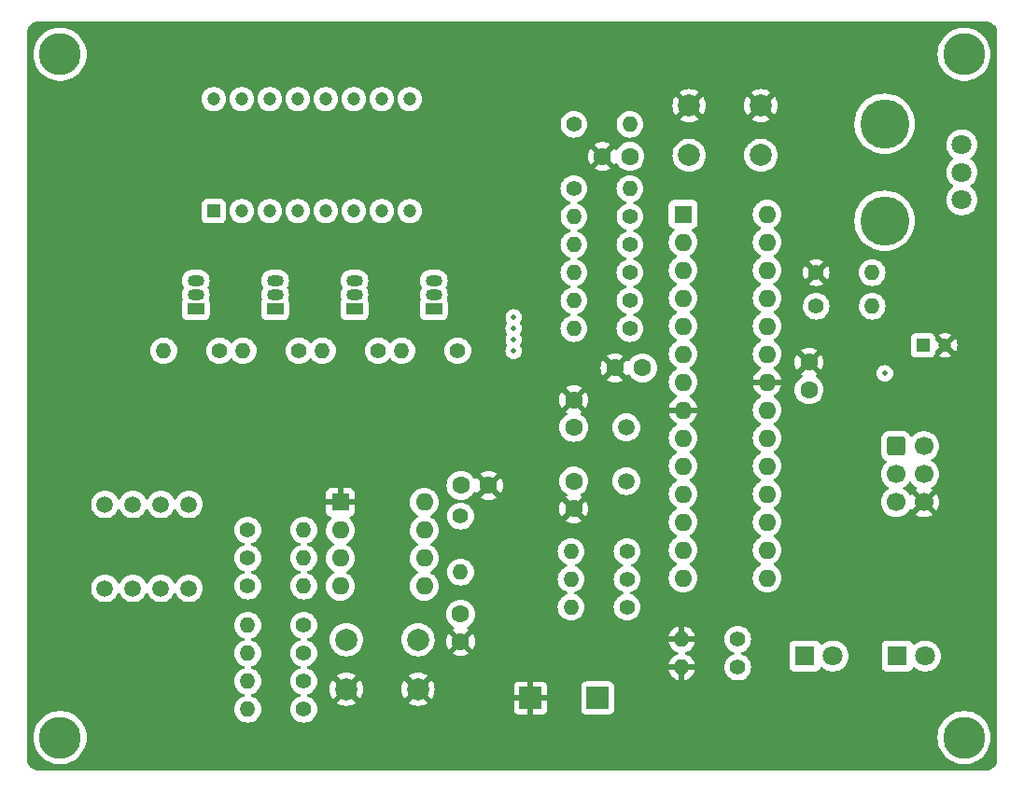
<source format=gbr>
%TF.GenerationSoftware,KiCad,Pcbnew,7.0.0-da2b9df05c~171~ubuntu22.04.1*%
%TF.CreationDate,2023-03-05T16:37:29+08:00*%
%TF.ProjectId,circuit,63697263-7569-4742-9e6b-696361645f70,1.0*%
%TF.SameCoordinates,Original*%
%TF.FileFunction,Copper,L4,Bot*%
%TF.FilePolarity,Positive*%
%FSLAX46Y46*%
G04 Gerber Fmt 4.6, Leading zero omitted, Abs format (unit mm)*
G04 Created by KiCad (PCBNEW 7.0.0-da2b9df05c~171~ubuntu22.04.1) date 2023-03-05 16:37:29*
%MOMM*%
%LPD*%
G01*
G04 APERTURE LIST*
G04 Aperture macros list*
%AMRoundRect*
0 Rectangle with rounded corners*
0 $1 Rounding radius*
0 $2 $3 $4 $5 $6 $7 $8 $9 X,Y pos of 4 corners*
0 Add a 4 corners polygon primitive as box body*
4,1,4,$2,$3,$4,$5,$6,$7,$8,$9,$2,$3,0*
0 Add four circle primitives for the rounded corners*
1,1,$1+$1,$2,$3*
1,1,$1+$1,$4,$5*
1,1,$1+$1,$6,$7*
1,1,$1+$1,$8,$9*
0 Add four rect primitives between the rounded corners*
20,1,$1+$1,$2,$3,$4,$5,0*
20,1,$1+$1,$4,$5,$6,$7,0*
20,1,$1+$1,$6,$7,$8,$9,0*
20,1,$1+$1,$8,$9,$2,$3,0*%
G04 Aperture macros list end*
%TA.AperFunction,ComponentPad*%
%ADD10C,1.800000*%
%TD*%
%TA.AperFunction,ComponentPad*%
%ADD11C,4.460000*%
%TD*%
%TA.AperFunction,ComponentPad*%
%ADD12C,1.500000*%
%TD*%
%TA.AperFunction,ComponentPad*%
%ADD13RoundRect,0.250000X-0.600000X-0.600000X0.600000X-0.600000X0.600000X0.600000X-0.600000X0.600000X0*%
%TD*%
%TA.AperFunction,ComponentPad*%
%ADD14C,1.700000*%
%TD*%
%TA.AperFunction,ComponentPad*%
%ADD15C,2.000000*%
%TD*%
%TA.AperFunction,ComponentPad*%
%ADD16C,1.400000*%
%TD*%
%TA.AperFunction,ComponentPad*%
%ADD17O,1.400000X1.400000*%
%TD*%
%TA.AperFunction,ComponentPad*%
%ADD18C,2.600000*%
%TD*%
%TA.AperFunction,ConnectorPad*%
%ADD19C,3.800000*%
%TD*%
%TA.AperFunction,ComponentPad*%
%ADD20C,1.600000*%
%TD*%
%TA.AperFunction,ComponentPad*%
%ADD21R,1.500000X1.050000*%
%TD*%
%TA.AperFunction,ComponentPad*%
%ADD22O,1.500000X1.050000*%
%TD*%
%TA.AperFunction,ComponentPad*%
%ADD23R,1.600000X1.600000*%
%TD*%
%TA.AperFunction,ComponentPad*%
%ADD24O,1.600000X1.600000*%
%TD*%
%TA.AperFunction,ComponentPad*%
%ADD25R,1.200000X1.200000*%
%TD*%
%TA.AperFunction,ComponentPad*%
%ADD26C,1.200000*%
%TD*%
%TA.AperFunction,ComponentPad*%
%ADD27R,2.000000X2.000000*%
%TD*%
%TA.AperFunction,ComponentPad*%
%ADD28R,1.800000X1.800000*%
%TD*%
%TA.AperFunction,ViaPad*%
%ADD29C,0.475000*%
%TD*%
G04 APERTURE END LIST*
D10*
%TO.P,VR1,1,1*%
%TO.N,Net-(R9-Pad2)*%
X142748000Y-41148000D03*
%TO.P,VR1,2,2*%
%TO.N,Net-(U1-PC4)*%
X142748000Y-38648000D03*
%TO.P,VR1,3,3*%
%TO.N,Net-(R10-Pad2)*%
X142748000Y-36148000D03*
D11*
%TO.P,VR1,4,4*%
%TO.N,unconnected-(VR1-Pad4)*%
X135748000Y-43048000D03*
%TO.P,VR1,5,5*%
%TO.N,unconnected-(VR1-Pad5)*%
X135748000Y-34248000D03*
%TD*%
D12*
%TO.P,SW2,1,COM1*%
%TO.N,Net-(SW2-COM1)*%
X65032000Y-76395000D03*
%TO.P,SW2,2,COM2*%
%TO.N,Net-(SW2-COM2)*%
X67572000Y-76395000D03*
%TO.P,SW2,3,COM3*%
%TO.N,Net-(SW2-COM3)*%
X70112000Y-76395000D03*
%TO.P,SW2,4,COM4*%
%TO.N,Net-(SW2-COM4)*%
X72652000Y-76395000D03*
%TO.P,SW2,5,NO1*%
%TO.N,Net-(SW2-NO1)*%
X65032000Y-68775000D03*
%TO.P,SW2,6,NO2*%
X67572000Y-68775000D03*
%TO.P,SW2,7,NO3*%
X70112000Y-68775000D03*
%TO.P,SW2,8,NO4*%
X72652000Y-68775000D03*
%TD*%
D13*
%TO.P,J1,1,MISO*%
%TO.N,MISO*%
X136779000Y-63500000D03*
D14*
%TO.P,J1,2,VCC*%
%TO.N,VCC*%
X139319000Y-63500000D03*
%TO.P,J1,3,SCK*%
%TO.N,SCK*%
X136779000Y-66040000D03*
%TO.P,J1,4,MOSI*%
%TO.N,MOSI*%
X139319000Y-66040000D03*
%TO.P,J1,5,~{RST}*%
%TO.N,~{RESET}*%
X136779000Y-68580000D03*
%TO.P,J1,6,GND*%
%TO.N,GND*%
X139319000Y-68580000D03*
%TD*%
D15*
%TO.P,SW3,1,1*%
%TO.N,Net-(U3-R)*%
X86928000Y-81062000D03*
X93428000Y-81062000D03*
%TO.P,SW3,2,2*%
%TO.N,GND*%
X86928000Y-85562000D03*
X93428000Y-85562000D03*
%TD*%
%TO.P,SW1,1,1*%
%TO.N,GND*%
X118025000Y-32600000D03*
X124525000Y-32600000D03*
%TO.P,SW1,2,2*%
%TO.N,Net-(R1-Pad2)*%
X118025000Y-37100000D03*
X124525000Y-37100000D03*
%TD*%
D16*
%TO.P,R24,1*%
%TO.N,VCC*%
X77986000Y-76200000D03*
D17*
%TO.P,R24,2*%
%TO.N,Net-(U3-R)*%
X83065999Y-76199999D03*
%TD*%
D16*
%TO.P,R15,1*%
%TO.N,VCC*%
X83066000Y-79756000D03*
D17*
%TO.P,R15,2*%
%TO.N,Net-(SW2-COM4)*%
X77985999Y-79755999D03*
%TD*%
D16*
%TO.P,R5,1*%
%TO.N,/A*%
X112639000Y-47752000D03*
D17*
%TO.P,R5,2*%
%TO.N,Net-(U2-CATHODE_AL1)*%
X107558999Y-47751999D03*
%TD*%
D16*
%TO.P,R4,1*%
%TO.N,/G*%
X112639000Y-50292000D03*
D17*
%TO.P,R4,2*%
%TO.N,Net-(U2-CATHODE_G)*%
X107558999Y-50291999D03*
%TD*%
D16*
%TO.P,R23,1*%
%TO.N,~{DIGIT_1}*%
X82637291Y-54840000D03*
D17*
%TO.P,R23,2*%
%TO.N,Net-(Q2-B)*%
X77557290Y-54839999D03*
%TD*%
D16*
%TO.P,R25,1*%
%TO.N,~{DIGIT_2}*%
X89833957Y-54840000D03*
D17*
%TO.P,R25,2*%
%TO.N,Net-(Q3-B)*%
X84753956Y-54839999D03*
%TD*%
D18*
%TO.P,H4,1*%
%TO.N,N/C*%
X142960000Y-89940000D03*
D19*
X142960000Y-89940000D03*
%TD*%
D16*
%TO.P,R20,1*%
%TO.N,/DEC*%
X112385000Y-78105000D03*
D17*
%TO.P,R20,2*%
%TO.N,Net-(U2-CATHODE_DP)*%
X107304999Y-78104999D03*
%TD*%
D16*
%TO.P,R10,1*%
%TO.N,GND*%
X129540000Y-47752000D03*
D17*
%TO.P,R10,2*%
%TO.N,Net-(R10-Pad2)*%
X134619999Y-47751999D03*
%TD*%
D18*
%TO.P,H1,1*%
%TO.N,N/C*%
X142960000Y-27940000D03*
D19*
X142960000Y-27940000D03*
%TD*%
D20*
%TO.P,C7,1*%
%TO.N,Net-(U3-THR)*%
X97290000Y-78740000D03*
%TO.P,C7,2*%
%TO.N,GND*%
X97290000Y-81240000D03*
%TD*%
D12*
%TO.P,Y1,1,1*%
%TO.N,Net-(U1-PB7{slash}XTAL2)*%
X112317750Y-66675000D03*
%TO.P,Y1,2,2*%
%TO.N,Net-(U1-PB6{slash}XTAL1)*%
X112317750Y-61795000D03*
%TD*%
D16*
%TO.P,R3,1*%
%TO.N,/B*%
X112639000Y-52832000D03*
D17*
%TO.P,R3,2*%
%TO.N,Net-(U2-CATHODE_BL2)*%
X107558999Y-52831999D03*
%TD*%
D20*
%TO.P,C4,1*%
%TO.N,GND*%
X107559000Y-69175000D03*
%TO.P,C4,2*%
%TO.N,Net-(U1-PB7{slash}XTAL2)*%
X107559000Y-66675000D03*
%TD*%
D16*
%TO.P,R6,1*%
%TO.N,/C*%
X112639000Y-45212000D03*
D17*
%TO.P,R6,2*%
%TO.N,Net-(U2-CATHODE_CL3)*%
X107558999Y-45211999D03*
%TD*%
D21*
%TO.P,Q4,1,E*%
%TO.N,VCC*%
X94850624Y-51029999D03*
D22*
%TO.P,Q4,2,B*%
%TO.N,Net-(Q4-B)*%
X94850624Y-49759999D03*
%TO.P,Q4,3,C*%
%TO.N,Net-(Q4-C)*%
X94850624Y-48489999D03*
%TD*%
D23*
%TO.P,U3,1,GND*%
%TO.N,GND*%
X86377999Y-68589999D03*
D24*
%TO.P,U3,2,TR*%
%TO.N,Net-(U3-THR)*%
X86377999Y-71129999D03*
%TO.P,U3,3,Q*%
%TO.N,Frequency*%
X86377999Y-73669999D03*
%TO.P,U3,4,R*%
%TO.N,Net-(U3-R)*%
X86377999Y-76209999D03*
%TO.P,U3,5,CV*%
%TO.N,unconnected-(U3-CV-Pad5)*%
X93997999Y-76209999D03*
%TO.P,U3,6,THR*%
%TO.N,Net-(U3-THR)*%
X93997999Y-73669999D03*
%TO.P,U3,7,DIS*%
%TO.N,Net-(SW2-NO1)*%
X93997999Y-71129999D03*
%TO.P,U3,8,VCC*%
%TO.N,VCC*%
X93997999Y-68589999D03*
%TD*%
D23*
%TO.P,U1,1,PC6/~{RESET}*%
%TO.N,~{RESET}*%
X117474999Y-42439999D03*
D24*
%TO.P,U1,2,PD0*%
%TO.N,/F*%
X117474999Y-44979999D03*
%TO.P,U1,3,PD1*%
%TO.N,/C*%
X117474999Y-47519999D03*
%TO.P,U1,4,PD2*%
%TO.N,/A*%
X117474999Y-50059999D03*
%TO.P,U1,5,PD3*%
%TO.N,/G*%
X117474999Y-52599999D03*
%TO.P,U1,6,PD4*%
%TO.N,/B*%
X117474999Y-55139999D03*
%TO.P,U1,7,VCC*%
%TO.N,VCC*%
X117474999Y-57679999D03*
%TO.P,U1,8,GND*%
%TO.N,GND*%
X117474999Y-60219999D03*
%TO.P,U1,9,PB6/XTAL1*%
%TO.N,Net-(U1-PB6{slash}XTAL1)*%
X117474999Y-62759999D03*
%TO.P,U1,10,PB7/XTAL2*%
%TO.N,Net-(U1-PB7{slash}XTAL2)*%
X117474999Y-65299999D03*
%TO.P,U1,11,PD5*%
%TO.N,/D*%
X117474999Y-67839999D03*
%TO.P,U1,12,PD6*%
%TO.N,/E*%
X117474999Y-70379999D03*
%TO.P,U1,13,PD7*%
%TO.N,/DEC*%
X117474999Y-72919999D03*
%TO.P,U1,14,PB0*%
%TO.N,Frequency*%
X117474999Y-75459999D03*
%TO.P,U1,15,PB1*%
%TO.N,Net-(D2-A)*%
X125094999Y-75459999D03*
%TO.P,U1,16,PB2*%
%TO.N,Net-(D1-A)*%
X125094999Y-72919999D03*
%TO.P,U1,17,PB3*%
%TO.N,MOSI*%
X125094999Y-70379999D03*
%TO.P,U1,18,PB4*%
%TO.N,MISO*%
X125094999Y-67839999D03*
%TO.P,U1,19,PB5*%
%TO.N,SCK*%
X125094999Y-65299999D03*
%TO.P,U1,20,AVCC*%
%TO.N,VCC*%
X125094999Y-62759999D03*
%TO.P,U1,21,AREF*%
%TO.N,Net-(U1-AREF)*%
X125094999Y-60219999D03*
%TO.P,U1,22,AGND*%
%TO.N,GND*%
X125094999Y-57679999D03*
%TO.P,U1,23,PC0*%
%TO.N,~{DIGIT_0}*%
X125094999Y-55139999D03*
%TO.P,U1,24,PC1*%
%TO.N,~{DIGIT_1}*%
X125094999Y-52599999D03*
%TO.P,U1,25,PC2*%
%TO.N,~{DIGIT_2}*%
X125094999Y-50059999D03*
%TO.P,U1,26,PC3*%
%TO.N,~{DIGIT_3}*%
X125094999Y-47519999D03*
%TO.P,U1,27,PC4*%
%TO.N,Net-(U1-PC4)*%
X125094999Y-44979999D03*
%TO.P,U1,28,PC5*%
%TO.N,unconnected-(U1-PC5-Pad28)*%
X125094999Y-42439999D03*
%TD*%
D16*
%TO.P,R8,1*%
%TO.N,Net-(D1-K)*%
X122428000Y-83554000D03*
D17*
%TO.P,R8,2*%
%TO.N,GND*%
X117347999Y-83553999D03*
%TD*%
D25*
%TO.P,C1,1*%
%TO.N,VCC*%
X139223999Y-54355999D03*
D26*
%TO.P,C1,2*%
%TO.N,GND*%
X141224000Y-54356000D03*
%TD*%
D20*
%TO.P,C5,1*%
%TO.N,GND*%
X128895000Y-55880000D03*
%TO.P,C5,2*%
%TO.N,Net-(U1-AREF)*%
X128895000Y-58380000D03*
%TD*%
D16*
%TO.P,R22,1*%
%TO.N,VCC*%
X77986000Y-73660000D03*
D17*
%TO.P,R22,2*%
%TO.N,Frequency*%
X83065999Y-73659999D03*
%TD*%
D16*
%TO.P,R18,1*%
%TO.N,/D*%
X112385000Y-73063000D03*
D17*
%TO.P,R18,2*%
%TO.N,Net-(U2-CATHODE_D)*%
X107304999Y-73062999D03*
%TD*%
D20*
%TO.P,C8,1*%
%TO.N,VCC*%
X97322000Y-67056000D03*
%TO.P,C8,2*%
%TO.N,GND*%
X99822000Y-67056000D03*
%TD*%
D27*
%TO.P,TP1,1,1*%
%TO.N,Frequency*%
X109727999Y-86359999D03*
%TD*%
D16*
%TO.P,R19,1*%
%TO.N,/E*%
X112385000Y-75565000D03*
D17*
%TO.P,R19,2*%
%TO.N,Net-(U2-CATHODE_E)*%
X107304999Y-75564999D03*
%TD*%
D18*
%TO.P,H3,1*%
%TO.N,N/C*%
X60960000Y-27940000D03*
D19*
X60960000Y-27940000D03*
%TD*%
D16*
%TO.P,R1,1*%
%TO.N,~{RESET}*%
X107569000Y-34290000D03*
D17*
%TO.P,R1,2*%
%TO.N,Net-(R1-Pad2)*%
X112648999Y-34289999D03*
%TD*%
D16*
%TO.P,R14,1*%
%TO.N,VCC*%
X83066000Y-82296000D03*
D17*
%TO.P,R14,2*%
%TO.N,Net-(SW2-COM3)*%
X77985999Y-82295999D03*
%TD*%
D20*
%TO.P,C2,1*%
%TO.N,GND*%
X110149000Y-37211000D03*
%TO.P,C2,2*%
%TO.N,~{RESET}*%
X112649000Y-37211000D03*
%TD*%
D16*
%TO.P,R21,1*%
%TO.N,~{DIGIT_0}*%
X75440625Y-54840000D03*
D17*
%TO.P,R21,2*%
%TO.N,Net-(Q1-B)*%
X70360624Y-54839999D03*
%TD*%
D16*
%TO.P,R17,1*%
%TO.N,Net-(SW2-NO1)*%
X97290000Y-69850000D03*
D17*
%TO.P,R17,2*%
%TO.N,Net-(U3-THR)*%
X97289999Y-74929999D03*
%TD*%
D16*
%TO.P,R7,1*%
%TO.N,/F*%
X112649000Y-42672000D03*
D17*
%TO.P,R7,2*%
%TO.N,Net-(U2-CATHODE_F)*%
X107568999Y-42671999D03*
%TD*%
D20*
%TO.P,C6,1*%
%TO.N,VCC*%
X113792000Y-56388000D03*
%TO.P,C6,2*%
%TO.N,GND*%
X111292000Y-56388000D03*
%TD*%
D16*
%TO.P,R2,1*%
%TO.N,VCC*%
X107559000Y-40132000D03*
D17*
%TO.P,R2,2*%
%TO.N,~{RESET}*%
X112638999Y-40131999D03*
%TD*%
D21*
%TO.P,Q1,1,E*%
%TO.N,VCC*%
X73260624Y-51029999D03*
D22*
%TO.P,Q1,2,B*%
%TO.N,Net-(Q1-B)*%
X73260624Y-49759999D03*
%TO.P,Q1,3,C*%
%TO.N,Net-(Q1-C)*%
X73260624Y-48489999D03*
%TD*%
D16*
%TO.P,R11,1*%
%TO.N,Net-(D2-K)*%
X122428000Y-81026000D03*
D17*
%TO.P,R11,2*%
%TO.N,GND*%
X117347999Y-81025999D03*
%TD*%
D16*
%TO.P,R26,1*%
%TO.N,~{DIGIT_3}*%
X97030625Y-54840000D03*
D17*
%TO.P,R26,2*%
%TO.N,Net-(Q4-B)*%
X91950624Y-54839999D03*
%TD*%
D18*
%TO.P,H2,1*%
%TO.N,N/C*%
X60960000Y-89940000D03*
D19*
X60960000Y-89940000D03*
%TD*%
D21*
%TO.P,Q3,1,E*%
%TO.N,VCC*%
X87653956Y-51029999D03*
D22*
%TO.P,Q3,2,B*%
%TO.N,Net-(Q3-B)*%
X87653956Y-49759999D03*
%TO.P,Q3,3,C*%
%TO.N,Net-(Q3-C)*%
X87653956Y-48489999D03*
%TD*%
D16*
%TO.P,R12,1*%
%TO.N,VCC*%
X83066000Y-87376000D03*
D17*
%TO.P,R12,2*%
%TO.N,Net-(SW2-COM1)*%
X77985999Y-87375999D03*
%TD*%
D21*
%TO.P,Q2,1,E*%
%TO.N,VCC*%
X80457290Y-51029999D03*
D22*
%TO.P,Q2,2,B*%
%TO.N,Net-(Q2-B)*%
X80457290Y-49759999D03*
%TO.P,Q2,3,C*%
%TO.N,Net-(Q2-C)*%
X80457290Y-48489999D03*
%TD*%
D28*
%TO.P,D2,1,K*%
%TO.N,Net-(D2-K)*%
X128523999Y-82549999D03*
D10*
%TO.P,D2,2,A*%
%TO.N,Net-(D2-A)*%
X131064000Y-82550000D03*
%TD*%
D25*
%TO.P,U2,1,COMMON_ANODE_DIGIT_1*%
%TO.N,Net-(Q1-C)*%
X74899999Y-42159999D03*
D26*
%TO.P,U2,2,COMMON_ANODE_DIGIT_2*%
%TO.N,Net-(Q2-C)*%
X77440000Y-42160000D03*
%TO.P,U2,3,CATHODE_D*%
%TO.N,Net-(U2-CATHODE_D)*%
X79980000Y-42160000D03*
%TO.P,U2,4,COMMON_ANODE_L1L2L3*%
%TO.N,unconnected-(U2-COMMON_ANODE_L1L2L3-Pad4)*%
X82520000Y-42160000D03*
%TO.P,U2,5,CATHODE_E*%
%TO.N,Net-(U2-CATHODE_E)*%
X85060000Y-42160000D03*
%TO.P,U2,6,COMMON_ANODE_DIGIT_3*%
%TO.N,Net-(Q3-C)*%
X87600000Y-42160000D03*
%TO.P,U2,7,CATHODE_DP*%
%TO.N,Net-(U2-CATHODE_DP)*%
X90140000Y-42160000D03*
%TO.P,U2,8,COMMON_ANODE_DIGIT_4*%
%TO.N,Net-(Q4-C)*%
X92680000Y-42160000D03*
%TO.P,U2,9,NO_CONNECTION*%
%TO.N,unconnected-(U2-NO_CONNECTION-Pad9)*%
X92680000Y-32000000D03*
%TO.P,U2,10,NO_PIN_1*%
%TO.N,unconnected-(U2-NO_PIN_1-Pad10)*%
X90140000Y-32000000D03*
%TO.P,U2,11,CATHODE_F*%
%TO.N,Net-(U2-CATHODE_F)*%
X87600000Y-32000000D03*
%TO.P,U2,12,NO_PIN_2*%
%TO.N,unconnected-(U2-NO_PIN_2-Pad12)*%
X85060000Y-32000000D03*
%TO.P,U2,13,CATHODE_CL3*%
%TO.N,Net-(U2-CATHODE_CL3)*%
X82520000Y-32000000D03*
%TO.P,U2,14,CATHODE_AL1*%
%TO.N,Net-(U2-CATHODE_AL1)*%
X79980000Y-32000000D03*
%TO.P,U2,15,CATHODE_G*%
%TO.N,Net-(U2-CATHODE_G)*%
X77440000Y-32000000D03*
%TO.P,U2,16,CATHODE_BL2*%
%TO.N,Net-(U2-CATHODE_BL2)*%
X74900000Y-32000000D03*
%TD*%
D20*
%TO.P,C3,1*%
%TO.N,Net-(U1-PB6{slash}XTAL1)*%
X107559000Y-61795000D03*
%TO.P,C3,2*%
%TO.N,GND*%
X107559000Y-59295000D03*
%TD*%
D17*
%TO.P,R9,2*%
%TO.N,Net-(R9-Pad2)*%
X134619999Y-50799999D03*
D16*
%TO.P,R9,1*%
%TO.N,VCC*%
X129540000Y-50800000D03*
%TD*%
%TO.P,R13,1*%
%TO.N,VCC*%
X83066000Y-84836000D03*
D17*
%TO.P,R13,2*%
%TO.N,Net-(SW2-COM2)*%
X77985999Y-84835999D03*
%TD*%
D28*
%TO.P,D1,1,K*%
%TO.N,Net-(D1-K)*%
X136900999Y-82549999D03*
D10*
%TO.P,D1,2,A*%
%TO.N,Net-(D1-A)*%
X139441000Y-82550000D03*
%TD*%
D27*
%TO.P,TP2,1,1*%
%TO.N,GND*%
X103631999Y-86373999D03*
%TD*%
D16*
%TO.P,R16,1*%
%TO.N,VCC*%
X77986000Y-71120000D03*
D17*
%TO.P,R16,2*%
%TO.N,Net-(SW2-NO1)*%
X83065999Y-71119999D03*
%TD*%
D29*
%TO.N,~{RESET}*%
X135763000Y-56896000D03*
%TO.N,~{DIGIT_0}*%
X102108000Y-54864000D03*
%TO.N,~{DIGIT_1}*%
X102108000Y-53848000D03*
%TO.N,~{DIGIT_2}*%
X102108000Y-52832000D03*
%TO.N,~{DIGIT_3}*%
X102108000Y-51816000D03*
%TD*%
%TA.AperFunction,Conductor*%
%TO.N,GND*%
G36*
X144965474Y-24940978D02*
G01*
X145122582Y-24954724D01*
X145144208Y-24958538D01*
X145176813Y-24967274D01*
X145291206Y-24997925D01*
X145311837Y-25005434D01*
X145375201Y-25034981D01*
X145449760Y-25069750D01*
X145468780Y-25080731D01*
X145593439Y-25168018D01*
X145610263Y-25182136D01*
X145717863Y-25289736D01*
X145731981Y-25306560D01*
X145819268Y-25431219D01*
X145830249Y-25450239D01*
X145894563Y-25588158D01*
X145902076Y-25608799D01*
X145941461Y-25755791D01*
X145945274Y-25777419D01*
X145959020Y-25934525D01*
X145959500Y-25945507D01*
X145959500Y-91934493D01*
X145959020Y-91945475D01*
X145945274Y-92102580D01*
X145941461Y-92124208D01*
X145902076Y-92271200D01*
X145894563Y-92291841D01*
X145830249Y-92429760D01*
X145819268Y-92448780D01*
X145731981Y-92573439D01*
X145717863Y-92590263D01*
X145610263Y-92697863D01*
X145593439Y-92711981D01*
X145468780Y-92799268D01*
X145449760Y-92810249D01*
X145311841Y-92874563D01*
X145291200Y-92882076D01*
X145144208Y-92921461D01*
X145122580Y-92925274D01*
X144965475Y-92939020D01*
X144954493Y-92939500D01*
X58965507Y-92939500D01*
X58954525Y-92939020D01*
X58797419Y-92925274D01*
X58775791Y-92921461D01*
X58628799Y-92882076D01*
X58608158Y-92874563D01*
X58470239Y-92810249D01*
X58451219Y-92799268D01*
X58326560Y-92711981D01*
X58309736Y-92697863D01*
X58202136Y-92590263D01*
X58188018Y-92573439D01*
X58100731Y-92448780D01*
X58089750Y-92429760D01*
X58034376Y-92311013D01*
X58025434Y-92291837D01*
X58017925Y-92271206D01*
X57987274Y-92156813D01*
X57978538Y-92124208D01*
X57974724Y-92102580D01*
X57960979Y-91945475D01*
X57960500Y-91934493D01*
X57960500Y-89940000D01*
X58546738Y-89940000D01*
X58546987Y-89943958D01*
X58565517Y-90238499D01*
X58565518Y-90238509D01*
X58565767Y-90242462D01*
X58566508Y-90246350D01*
X58566510Y-90246360D01*
X58621810Y-90536253D01*
X58621813Y-90536265D01*
X58622555Y-90540154D01*
X58623777Y-90543916D01*
X58623781Y-90543930D01*
X58714980Y-90824608D01*
X58716206Y-90828381D01*
X58845242Y-91102598D01*
X58911097Y-91206369D01*
X59005507Y-91355136D01*
X59005513Y-91355145D01*
X59007630Y-91358480D01*
X59200808Y-91591992D01*
X59421729Y-91799450D01*
X59666910Y-91977584D01*
X59670381Y-91979492D01*
X59914249Y-92113561D01*
X59932483Y-92123585D01*
X60214261Y-92235149D01*
X60507800Y-92310516D01*
X60808470Y-92348500D01*
X61107571Y-92348500D01*
X61111530Y-92348500D01*
X61412200Y-92310516D01*
X61705739Y-92235149D01*
X61987517Y-92123585D01*
X62253090Y-91977584D01*
X62498271Y-91799450D01*
X62719192Y-91591992D01*
X62912370Y-91358480D01*
X63074758Y-91102598D01*
X63203794Y-90828381D01*
X63297445Y-90540154D01*
X63354233Y-90242462D01*
X63373262Y-89940000D01*
X140546738Y-89940000D01*
X140546987Y-89943958D01*
X140565517Y-90238499D01*
X140565518Y-90238509D01*
X140565767Y-90242462D01*
X140566508Y-90246350D01*
X140566510Y-90246360D01*
X140621810Y-90536253D01*
X140621813Y-90536265D01*
X140622555Y-90540154D01*
X140623777Y-90543916D01*
X140623781Y-90543930D01*
X140714980Y-90824608D01*
X140716206Y-90828381D01*
X140845242Y-91102598D01*
X140911097Y-91206369D01*
X141005507Y-91355136D01*
X141005513Y-91355145D01*
X141007630Y-91358480D01*
X141200808Y-91591992D01*
X141421729Y-91799450D01*
X141666910Y-91977584D01*
X141670381Y-91979492D01*
X141914249Y-92113561D01*
X141932483Y-92123585D01*
X142214261Y-92235149D01*
X142507800Y-92310516D01*
X142808470Y-92348500D01*
X143107571Y-92348500D01*
X143111530Y-92348500D01*
X143412200Y-92310516D01*
X143705739Y-92235149D01*
X143987517Y-92123585D01*
X144253090Y-91977584D01*
X144498271Y-91799450D01*
X144719192Y-91591992D01*
X144912370Y-91358480D01*
X145074758Y-91102598D01*
X145203794Y-90828381D01*
X145297445Y-90540154D01*
X145354233Y-90242462D01*
X145373262Y-89940000D01*
X145354233Y-89637538D01*
X145297445Y-89339846D01*
X145203794Y-89051619D01*
X145074758Y-88777402D01*
X144943572Y-88570686D01*
X144914492Y-88524863D01*
X144914488Y-88524857D01*
X144912370Y-88521520D01*
X144908943Y-88517378D01*
X144721716Y-88291059D01*
X144719192Y-88288008D01*
X144498271Y-88080550D01*
X144369597Y-87987063D01*
X144256292Y-87904742D01*
X144256287Y-87904739D01*
X144253090Y-87902416D01*
X144199110Y-87872740D01*
X143990985Y-87758321D01*
X143990977Y-87758317D01*
X143987517Y-87756415D01*
X143920023Y-87729692D01*
X143709408Y-87646303D01*
X143709398Y-87646299D01*
X143705739Y-87644851D01*
X143636895Y-87627175D01*
X143416035Y-87570468D01*
X143416025Y-87570466D01*
X143412200Y-87569484D01*
X143408275Y-87568988D01*
X143408264Y-87568986D01*
X143115461Y-87531996D01*
X143115451Y-87531995D01*
X143111530Y-87531500D01*
X142808470Y-87531500D01*
X142804549Y-87531995D01*
X142804538Y-87531996D01*
X142511735Y-87568986D01*
X142511721Y-87568988D01*
X142507800Y-87569484D01*
X142503977Y-87570465D01*
X142503964Y-87570468D01*
X142218081Y-87643870D01*
X142218078Y-87643870D01*
X142214261Y-87644851D01*
X142210605Y-87646298D01*
X142210591Y-87646303D01*
X141936157Y-87754960D01*
X141936152Y-87754962D01*
X141932483Y-87756415D01*
X141929028Y-87758314D01*
X141929014Y-87758321D01*
X141670381Y-87900507D01*
X141670371Y-87900512D01*
X141666910Y-87902416D01*
X141663719Y-87904734D01*
X141663707Y-87904742D01*
X141424932Y-88078222D01*
X141424923Y-88078229D01*
X141421729Y-88080550D01*
X141418851Y-88083252D01*
X141418842Y-88083260D01*
X141203694Y-88285297D01*
X141203687Y-88285304D01*
X141200808Y-88288008D01*
X141198291Y-88291050D01*
X141198283Y-88291059D01*
X141010152Y-88518470D01*
X141010143Y-88518481D01*
X141007630Y-88521520D01*
X141005518Y-88524847D01*
X141005507Y-88524863D01*
X140847366Y-88774055D01*
X140845242Y-88777402D01*
X140843557Y-88780980D01*
X140843554Y-88780988D01*
X140717895Y-89048028D01*
X140717890Y-89048038D01*
X140716206Y-89051619D01*
X140714982Y-89055385D01*
X140714980Y-89055391D01*
X140623781Y-89336069D01*
X140623776Y-89336086D01*
X140622555Y-89339846D01*
X140621814Y-89343730D01*
X140621810Y-89343746D01*
X140566510Y-89633639D01*
X140566508Y-89633651D01*
X140565767Y-89637538D01*
X140565518Y-89641488D01*
X140565517Y-89641500D01*
X140546987Y-89936042D01*
X140546738Y-89940000D01*
X63373262Y-89940000D01*
X63354233Y-89637538D01*
X63297445Y-89339846D01*
X63203794Y-89051619D01*
X63074758Y-88777402D01*
X62943572Y-88570686D01*
X62914492Y-88524863D01*
X62914488Y-88524857D01*
X62912370Y-88521520D01*
X62908943Y-88517378D01*
X62721716Y-88291059D01*
X62719192Y-88288008D01*
X62498271Y-88080550D01*
X62369597Y-87987063D01*
X62256292Y-87904742D01*
X62256287Y-87904739D01*
X62253090Y-87902416D01*
X62199110Y-87872740D01*
X61990985Y-87758321D01*
X61990977Y-87758317D01*
X61987517Y-87756415D01*
X61920023Y-87729692D01*
X61709408Y-87646303D01*
X61709398Y-87646299D01*
X61705739Y-87644851D01*
X61636895Y-87627175D01*
X61416035Y-87570468D01*
X61416025Y-87570466D01*
X61412200Y-87569484D01*
X61408275Y-87568988D01*
X61408264Y-87568986D01*
X61115461Y-87531996D01*
X61115451Y-87531995D01*
X61111530Y-87531500D01*
X60808470Y-87531500D01*
X60804549Y-87531995D01*
X60804538Y-87531996D01*
X60511735Y-87568986D01*
X60511721Y-87568988D01*
X60507800Y-87569484D01*
X60503977Y-87570465D01*
X60503964Y-87570468D01*
X60218081Y-87643870D01*
X60218078Y-87643870D01*
X60214261Y-87644851D01*
X60210605Y-87646298D01*
X60210591Y-87646303D01*
X59936157Y-87754960D01*
X59936152Y-87754962D01*
X59932483Y-87756415D01*
X59929028Y-87758314D01*
X59929014Y-87758321D01*
X59670381Y-87900507D01*
X59670371Y-87900512D01*
X59666910Y-87902416D01*
X59663719Y-87904734D01*
X59663707Y-87904742D01*
X59424932Y-88078222D01*
X59424923Y-88078229D01*
X59421729Y-88080550D01*
X59418851Y-88083252D01*
X59418842Y-88083260D01*
X59203694Y-88285297D01*
X59203687Y-88285304D01*
X59200808Y-88288008D01*
X59198291Y-88291050D01*
X59198283Y-88291059D01*
X59010152Y-88518470D01*
X59010143Y-88518481D01*
X59007630Y-88521520D01*
X59005518Y-88524847D01*
X59005507Y-88524863D01*
X58847366Y-88774055D01*
X58845242Y-88777402D01*
X58843557Y-88780980D01*
X58843554Y-88780988D01*
X58717895Y-89048028D01*
X58717890Y-89048038D01*
X58716206Y-89051619D01*
X58714982Y-89055385D01*
X58714980Y-89055391D01*
X58623781Y-89336069D01*
X58623776Y-89336086D01*
X58622555Y-89339846D01*
X58621814Y-89343730D01*
X58621810Y-89343746D01*
X58566510Y-89633639D01*
X58566508Y-89633651D01*
X58565767Y-89637538D01*
X58565518Y-89641488D01*
X58565517Y-89641500D01*
X58546987Y-89936042D01*
X58546738Y-89940000D01*
X57960500Y-89940000D01*
X57960500Y-87376000D01*
X76772884Y-87376000D01*
X76773363Y-87381475D01*
X76789897Y-87570468D01*
X76791314Y-87586655D01*
X76792738Y-87591969D01*
X76833019Y-87742302D01*
X76846044Y-87790910D01*
X76848366Y-87795890D01*
X76848367Y-87795892D01*
X76886884Y-87878493D01*
X76935411Y-87982558D01*
X76938563Y-87987059D01*
X76938565Y-87987063D01*
X77053539Y-88151264D01*
X77053543Y-88151268D01*
X77056699Y-88155776D01*
X77206224Y-88305301D01*
X77210732Y-88308457D01*
X77210735Y-88308460D01*
X77374936Y-88423434D01*
X77379442Y-88426589D01*
X77571090Y-88515956D01*
X77775345Y-88570686D01*
X77986000Y-88589116D01*
X78196655Y-88570686D01*
X78400910Y-88515956D01*
X78592558Y-88426589D01*
X78765776Y-88305301D01*
X78915301Y-88155776D01*
X79036589Y-87982558D01*
X79125956Y-87790910D01*
X79180686Y-87586655D01*
X79199116Y-87376000D01*
X81852884Y-87376000D01*
X81853363Y-87381475D01*
X81869897Y-87570468D01*
X81871314Y-87586655D01*
X81872738Y-87591969D01*
X81913019Y-87742302D01*
X81926044Y-87790910D01*
X81928366Y-87795890D01*
X81928367Y-87795892D01*
X81966884Y-87878493D01*
X82015411Y-87982558D01*
X82018563Y-87987059D01*
X82018565Y-87987063D01*
X82133539Y-88151264D01*
X82133543Y-88151268D01*
X82136699Y-88155776D01*
X82286224Y-88305301D01*
X82290732Y-88308457D01*
X82290735Y-88308460D01*
X82454936Y-88423434D01*
X82459442Y-88426589D01*
X82651090Y-88515956D01*
X82855345Y-88570686D01*
X83066000Y-88589116D01*
X83276655Y-88570686D01*
X83480910Y-88515956D01*
X83672558Y-88426589D01*
X83845776Y-88305301D01*
X83995301Y-88155776D01*
X84116589Y-87982558D01*
X84205956Y-87790910D01*
X84260686Y-87586655D01*
X84275334Y-87419223D01*
X102124000Y-87419223D01*
X102124359Y-87425938D01*
X102129662Y-87475257D01*
X102133259Y-87490478D01*
X102178405Y-87611519D01*
X102186954Y-87627175D01*
X102263697Y-87729692D01*
X102276307Y-87742302D01*
X102378824Y-87819045D01*
X102394480Y-87827594D01*
X102515521Y-87872740D01*
X102530742Y-87876337D01*
X102580061Y-87881640D01*
X102586777Y-87882000D01*
X103361410Y-87882000D01*
X103374493Y-87878493D01*
X103378000Y-87865410D01*
X103886000Y-87865410D01*
X103889506Y-87878493D01*
X103902590Y-87882000D01*
X104677223Y-87882000D01*
X104683938Y-87881640D01*
X104733257Y-87876337D01*
X104748478Y-87872740D01*
X104869519Y-87827594D01*
X104885175Y-87819045D01*
X104987692Y-87742302D01*
X105000302Y-87729692D01*
X105077045Y-87627175D01*
X105085594Y-87611519D01*
X105130740Y-87490478D01*
X105134337Y-87475257D01*
X105139640Y-87425938D01*
X105140000Y-87419223D01*
X105140000Y-87408638D01*
X108219500Y-87408638D01*
X108219859Y-87411985D01*
X108219860Y-87411988D01*
X108225168Y-87461367D01*
X108225169Y-87461373D01*
X108226011Y-87469201D01*
X108228762Y-87476578D01*
X108228763Y-87476580D01*
X108273962Y-87597763D01*
X108273964Y-87597766D01*
X108277111Y-87606204D01*
X108282508Y-87613414D01*
X108282510Y-87613417D01*
X108359340Y-87716049D01*
X108364739Y-87723261D01*
X108371950Y-87728659D01*
X108411573Y-87758321D01*
X108481796Y-87810889D01*
X108618799Y-87861989D01*
X108679362Y-87868500D01*
X110773269Y-87868500D01*
X110776638Y-87868500D01*
X110837201Y-87861989D01*
X110974204Y-87810889D01*
X111091261Y-87723261D01*
X111178889Y-87606204D01*
X111229989Y-87469201D01*
X111236500Y-87408638D01*
X111236500Y-85311362D01*
X111229989Y-85250799D01*
X111178889Y-85113796D01*
X111091261Y-84996739D01*
X111084049Y-84991340D01*
X110981417Y-84914510D01*
X110981414Y-84914508D01*
X110974204Y-84909111D01*
X110965766Y-84905964D01*
X110965763Y-84905962D01*
X110844580Y-84860763D01*
X110844578Y-84860762D01*
X110837201Y-84858011D01*
X110829373Y-84857169D01*
X110829367Y-84857168D01*
X110779988Y-84851860D01*
X110779985Y-84851859D01*
X110776638Y-84851500D01*
X108679362Y-84851500D01*
X108676015Y-84851859D01*
X108676011Y-84851860D01*
X108626632Y-84857168D01*
X108626625Y-84857169D01*
X108618799Y-84858011D01*
X108611423Y-84860761D01*
X108611419Y-84860763D01*
X108490236Y-84905962D01*
X108490230Y-84905965D01*
X108481796Y-84909111D01*
X108474588Y-84914506D01*
X108474582Y-84914510D01*
X108371950Y-84991340D01*
X108371946Y-84991343D01*
X108364739Y-84996739D01*
X108359343Y-85003946D01*
X108359340Y-85003950D01*
X108282510Y-85106582D01*
X108282506Y-85106588D01*
X108277111Y-85113796D01*
X108273965Y-85122230D01*
X108273962Y-85122236D01*
X108228763Y-85243419D01*
X108228761Y-85243423D01*
X108226011Y-85250799D01*
X108225169Y-85258625D01*
X108225168Y-85258632D01*
X108219860Y-85308011D01*
X108219500Y-85311362D01*
X108219500Y-87408638D01*
X105140000Y-87408638D01*
X105140000Y-86644590D01*
X105136493Y-86631506D01*
X105123410Y-86628000D01*
X103902590Y-86628000D01*
X103889506Y-86631506D01*
X103886000Y-86644590D01*
X103886000Y-87865410D01*
X103378000Y-87865410D01*
X103378000Y-86644590D01*
X103374493Y-86631506D01*
X103361410Y-86628000D01*
X102140590Y-86628000D01*
X102127506Y-86631506D01*
X102124000Y-86644590D01*
X102124000Y-87419223D01*
X84275334Y-87419223D01*
X84279116Y-87376000D01*
X84260686Y-87165345D01*
X84205956Y-86961090D01*
X84128329Y-86794619D01*
X86058183Y-86794619D01*
X86066286Y-86802565D01*
X86237044Y-86907206D01*
X86245839Y-86911687D01*
X86455987Y-86998733D01*
X86465373Y-87001783D01*
X86686554Y-87054884D01*
X86696300Y-87056428D01*
X86923070Y-87074275D01*
X86932930Y-87074275D01*
X87159699Y-87056428D01*
X87169445Y-87054884D01*
X87390626Y-87001783D01*
X87400012Y-86998733D01*
X87610162Y-86911686D01*
X87618957Y-86907205D01*
X87789708Y-86802568D01*
X87797814Y-86794619D01*
X92558183Y-86794619D01*
X92566286Y-86802565D01*
X92737044Y-86907206D01*
X92745839Y-86911687D01*
X92955987Y-86998733D01*
X92965373Y-87001783D01*
X93186554Y-87054884D01*
X93196300Y-87056428D01*
X93423070Y-87074275D01*
X93432930Y-87074275D01*
X93659699Y-87056428D01*
X93669445Y-87054884D01*
X93890626Y-87001783D01*
X93900012Y-86998733D01*
X94110162Y-86911686D01*
X94118957Y-86907205D01*
X94289708Y-86802568D01*
X94297814Y-86794619D01*
X94291787Y-86784997D01*
X93439729Y-85932939D01*
X93427999Y-85926167D01*
X93416271Y-85932938D01*
X92564208Y-86785000D01*
X92558183Y-86794619D01*
X87797814Y-86794619D01*
X87791787Y-86784997D01*
X86939729Y-85932939D01*
X86927999Y-85926167D01*
X86916271Y-85932938D01*
X86064208Y-86785000D01*
X86058183Y-86794619D01*
X84128329Y-86794619D01*
X84116589Y-86769442D01*
X83995301Y-86596224D01*
X83845776Y-86446699D01*
X83841268Y-86443543D01*
X83841264Y-86443539D01*
X83677063Y-86328565D01*
X83677059Y-86328563D01*
X83672558Y-86325411D01*
X83667579Y-86323089D01*
X83667577Y-86323088D01*
X83485892Y-86238367D01*
X83485890Y-86238366D01*
X83480910Y-86236044D01*
X83475601Y-86234621D01*
X83475597Y-86234620D01*
X83449796Y-86227707D01*
X83393311Y-86195096D01*
X83360699Y-86138611D01*
X83360699Y-86073389D01*
X83393311Y-86016904D01*
X83449796Y-85984293D01*
X83450729Y-85984042D01*
X83480910Y-85975956D01*
X83672558Y-85886589D01*
X83845776Y-85765301D01*
X83995301Y-85615776D01*
X84029503Y-85566930D01*
X85415725Y-85566930D01*
X85433571Y-85793699D01*
X85435115Y-85803445D01*
X85488216Y-86024626D01*
X85491266Y-86034012D01*
X85578312Y-86244160D01*
X85582793Y-86252955D01*
X85687433Y-86423712D01*
X85695379Y-86431816D01*
X85704997Y-86425791D01*
X86557059Y-85573730D01*
X86563832Y-85561999D01*
X87292167Y-85561999D01*
X87298939Y-85573729D01*
X88150997Y-86425787D01*
X88160619Y-86431814D01*
X88168568Y-86423708D01*
X88273205Y-86252957D01*
X88277686Y-86244162D01*
X88364733Y-86034012D01*
X88367783Y-86024626D01*
X88420884Y-85803445D01*
X88422428Y-85793699D01*
X88440275Y-85566930D01*
X91915725Y-85566930D01*
X91933571Y-85793699D01*
X91935115Y-85803445D01*
X91988216Y-86024626D01*
X91991266Y-86034012D01*
X92078312Y-86244160D01*
X92082793Y-86252955D01*
X92187433Y-86423712D01*
X92195379Y-86431816D01*
X92204997Y-86425791D01*
X93057059Y-85573730D01*
X93063832Y-85561999D01*
X93792167Y-85561999D01*
X93798939Y-85573729D01*
X94650997Y-86425787D01*
X94660619Y-86431814D01*
X94668568Y-86423708D01*
X94773205Y-86252957D01*
X94777686Y-86244162D01*
X94835987Y-86103410D01*
X102124000Y-86103410D01*
X102127506Y-86116493D01*
X102140590Y-86120000D01*
X103361410Y-86120000D01*
X103374493Y-86116493D01*
X103378000Y-86103410D01*
X103886000Y-86103410D01*
X103889506Y-86116493D01*
X103902590Y-86120000D01*
X105123410Y-86120000D01*
X105136493Y-86116493D01*
X105140000Y-86103410D01*
X105140000Y-85328777D01*
X105139640Y-85322061D01*
X105134337Y-85272742D01*
X105130740Y-85257521D01*
X105085594Y-85136480D01*
X105077045Y-85120824D01*
X105000302Y-85018307D01*
X104987692Y-85005697D01*
X104885175Y-84928954D01*
X104869519Y-84920405D01*
X104748478Y-84875259D01*
X104733257Y-84871662D01*
X104683938Y-84866359D01*
X104677223Y-84866000D01*
X103902590Y-84866000D01*
X103889506Y-84869506D01*
X103886000Y-84882590D01*
X103886000Y-86103410D01*
X103378000Y-86103410D01*
X103378000Y-84882590D01*
X103374493Y-84869506D01*
X103361410Y-84866000D01*
X102586777Y-84866000D01*
X102580061Y-84866359D01*
X102530742Y-84871662D01*
X102515521Y-84875259D01*
X102394480Y-84920405D01*
X102378824Y-84928954D01*
X102276307Y-85005697D01*
X102263697Y-85018307D01*
X102186954Y-85120824D01*
X102178405Y-85136480D01*
X102133259Y-85257521D01*
X102129662Y-85272742D01*
X102124359Y-85322061D01*
X102124000Y-85328777D01*
X102124000Y-86103410D01*
X94835987Y-86103410D01*
X94864733Y-86034012D01*
X94867783Y-86024626D01*
X94920884Y-85803445D01*
X94922428Y-85793699D01*
X94940275Y-85566930D01*
X94940275Y-85557070D01*
X94922428Y-85330300D01*
X94920884Y-85320554D01*
X94867783Y-85099373D01*
X94864733Y-85089987D01*
X94777687Y-84879839D01*
X94773206Y-84871044D01*
X94668565Y-84700286D01*
X94660619Y-84692183D01*
X94651000Y-84698208D01*
X93798938Y-85550271D01*
X93792167Y-85561999D01*
X93063832Y-85561999D01*
X93057060Y-85550270D01*
X92204999Y-84698209D01*
X92195378Y-84692183D01*
X92187433Y-84700285D01*
X92082793Y-84871044D01*
X92078312Y-84879839D01*
X91991266Y-85089987D01*
X91988216Y-85099373D01*
X91935115Y-85320554D01*
X91933571Y-85330300D01*
X91915725Y-85557070D01*
X91915725Y-85566930D01*
X88440275Y-85566930D01*
X88440275Y-85557070D01*
X88422428Y-85330300D01*
X88420884Y-85320554D01*
X88367783Y-85099373D01*
X88364733Y-85089987D01*
X88277687Y-84879839D01*
X88273206Y-84871044D01*
X88168565Y-84700286D01*
X88160619Y-84692183D01*
X88151000Y-84698208D01*
X87298938Y-85550271D01*
X87292167Y-85561999D01*
X86563832Y-85561999D01*
X86557060Y-85550270D01*
X85704999Y-84698209D01*
X85695378Y-84692183D01*
X85687433Y-84700285D01*
X85582793Y-84871044D01*
X85578312Y-84879839D01*
X85491266Y-85089987D01*
X85488216Y-85099373D01*
X85435115Y-85320554D01*
X85433571Y-85330300D01*
X85415725Y-85557070D01*
X85415725Y-85566930D01*
X84029503Y-85566930D01*
X84116589Y-85442558D01*
X84205956Y-85250910D01*
X84260686Y-85046655D01*
X84279116Y-84836000D01*
X84260686Y-84625345D01*
X84205956Y-84421090D01*
X84163190Y-84329378D01*
X86058183Y-84329378D01*
X86064209Y-84338999D01*
X86916270Y-85191060D01*
X86927999Y-85197832D01*
X86939730Y-85191059D01*
X87791791Y-84338997D01*
X87797816Y-84329379D01*
X87797815Y-84329378D01*
X92558183Y-84329378D01*
X92564209Y-84338999D01*
X93416270Y-85191060D01*
X93427999Y-85197832D01*
X93439730Y-85191059D01*
X94291791Y-84338997D01*
X94297816Y-84329379D01*
X94289712Y-84321433D01*
X94118955Y-84216793D01*
X94110160Y-84212312D01*
X93900012Y-84125266D01*
X93890626Y-84122216D01*
X93669445Y-84069115D01*
X93659699Y-84067571D01*
X93432930Y-84049725D01*
X93423070Y-84049725D01*
X93196300Y-84067571D01*
X93186554Y-84069115D01*
X92965373Y-84122216D01*
X92955987Y-84125266D01*
X92745839Y-84212312D01*
X92737044Y-84216793D01*
X92566285Y-84321433D01*
X92558183Y-84329378D01*
X87797815Y-84329378D01*
X87789712Y-84321433D01*
X87618955Y-84216793D01*
X87610160Y-84212312D01*
X87400012Y-84125266D01*
X87390626Y-84122216D01*
X87169445Y-84069115D01*
X87159699Y-84067571D01*
X86932930Y-84049725D01*
X86923070Y-84049725D01*
X86696300Y-84067571D01*
X86686554Y-84069115D01*
X86465373Y-84122216D01*
X86455987Y-84125266D01*
X86245839Y-84212312D01*
X86237044Y-84216793D01*
X86066285Y-84321433D01*
X86058183Y-84329378D01*
X84163190Y-84329378D01*
X84116589Y-84229442D01*
X84107732Y-84216793D01*
X83998460Y-84060735D01*
X83998457Y-84060732D01*
X83995301Y-84056224D01*
X83845776Y-83906699D01*
X83841268Y-83903543D01*
X83841264Y-83903539D01*
X83708520Y-83810591D01*
X116168824Y-83810591D01*
X116169197Y-83822001D01*
X116207091Y-83963423D01*
X116210842Y-83973726D01*
X116295520Y-84155322D01*
X116300998Y-84164810D01*
X116415925Y-84328941D01*
X116422981Y-84337350D01*
X116564649Y-84479018D01*
X116573058Y-84486074D01*
X116737189Y-84601001D01*
X116746677Y-84606479D01*
X116928273Y-84691157D01*
X116938576Y-84694908D01*
X117079998Y-84732802D01*
X117091408Y-84733175D01*
X117094000Y-84722061D01*
X117602000Y-84722061D01*
X117604591Y-84733175D01*
X117616001Y-84732802D01*
X117757423Y-84694908D01*
X117767726Y-84691157D01*
X117949322Y-84606479D01*
X117958810Y-84601001D01*
X118122941Y-84486074D01*
X118131350Y-84479018D01*
X118273018Y-84337350D01*
X118280074Y-84328941D01*
X118395001Y-84164810D01*
X118400479Y-84155322D01*
X118485157Y-83973726D01*
X118488908Y-83963423D01*
X118526802Y-83822001D01*
X118527175Y-83810591D01*
X118516061Y-83808000D01*
X117618590Y-83808000D01*
X117605506Y-83811506D01*
X117602000Y-83824590D01*
X117602000Y-84722061D01*
X117094000Y-84722061D01*
X117094000Y-83824590D01*
X117090493Y-83811506D01*
X117077410Y-83808000D01*
X116179939Y-83808000D01*
X116168824Y-83810591D01*
X83708520Y-83810591D01*
X83677063Y-83788565D01*
X83677059Y-83788563D01*
X83672558Y-83785411D01*
X83667579Y-83783089D01*
X83667577Y-83783088D01*
X83485892Y-83698367D01*
X83485890Y-83698366D01*
X83480910Y-83696044D01*
X83475601Y-83694621D01*
X83475597Y-83694620D01*
X83449796Y-83687707D01*
X83393311Y-83655096D01*
X83360699Y-83598611D01*
X83360699Y-83554000D01*
X121214884Y-83554000D01*
X121215363Y-83559475D01*
X121227514Y-83698367D01*
X121233314Y-83764655D01*
X121244928Y-83808000D01*
X121285254Y-83958500D01*
X121288044Y-83968910D01*
X121290366Y-83973890D01*
X121290367Y-83973892D01*
X121325728Y-84049725D01*
X121377411Y-84160558D01*
X121380563Y-84165059D01*
X121380565Y-84165063D01*
X121495539Y-84329264D01*
X121495543Y-84329268D01*
X121498699Y-84333776D01*
X121648224Y-84483301D01*
X121652732Y-84486457D01*
X121652735Y-84486460D01*
X121816318Y-84601001D01*
X121821442Y-84604589D01*
X122013090Y-84693956D01*
X122217345Y-84748686D01*
X122428000Y-84767116D01*
X122638655Y-84748686D01*
X122842910Y-84693956D01*
X123034558Y-84604589D01*
X123207776Y-84483301D01*
X123357301Y-84333776D01*
X123478589Y-84160558D01*
X123567956Y-83968910D01*
X123622686Y-83764655D01*
X123641116Y-83554000D01*
X123636272Y-83498638D01*
X127115500Y-83498638D01*
X127115859Y-83501985D01*
X127115860Y-83501988D01*
X127121168Y-83551367D01*
X127121169Y-83551373D01*
X127122011Y-83559201D01*
X127124762Y-83566578D01*
X127124763Y-83566580D01*
X127169962Y-83687763D01*
X127169964Y-83687766D01*
X127173111Y-83696204D01*
X127178508Y-83703414D01*
X127178510Y-83703417D01*
X127242252Y-83788565D01*
X127260739Y-83813261D01*
X127377796Y-83900889D01*
X127514799Y-83951989D01*
X127575362Y-83958500D01*
X129469269Y-83958500D01*
X129472638Y-83958500D01*
X129533201Y-83951989D01*
X129670204Y-83900889D01*
X129787261Y-83813261D01*
X129874889Y-83696204D01*
X129898360Y-83633275D01*
X129932923Y-83582941D01*
X129987092Y-83554767D01*
X130048148Y-83555368D01*
X130101752Y-83584604D01*
X130103247Y-83585980D01*
X130106780Y-83589818D01*
X130290983Y-83733190D01*
X130496273Y-83844287D01*
X130717049Y-83920080D01*
X130947288Y-83958500D01*
X131175501Y-83958500D01*
X131180712Y-83958500D01*
X131410951Y-83920080D01*
X131631727Y-83844287D01*
X131837017Y-83733190D01*
X132021220Y-83589818D01*
X132105158Y-83498638D01*
X135492500Y-83498638D01*
X135492859Y-83501985D01*
X135492860Y-83501988D01*
X135498168Y-83551367D01*
X135498169Y-83551373D01*
X135499011Y-83559201D01*
X135501762Y-83566578D01*
X135501763Y-83566580D01*
X135546962Y-83687763D01*
X135546964Y-83687766D01*
X135550111Y-83696204D01*
X135555508Y-83703414D01*
X135555510Y-83703417D01*
X135619252Y-83788565D01*
X135637739Y-83813261D01*
X135754796Y-83900889D01*
X135891799Y-83951989D01*
X135952362Y-83958500D01*
X137846269Y-83958500D01*
X137849638Y-83958500D01*
X137910201Y-83951989D01*
X138047204Y-83900889D01*
X138164261Y-83813261D01*
X138251889Y-83696204D01*
X138275360Y-83633275D01*
X138309923Y-83582941D01*
X138364092Y-83554767D01*
X138425148Y-83555368D01*
X138478752Y-83584604D01*
X138480247Y-83585980D01*
X138483780Y-83589818D01*
X138667983Y-83733190D01*
X138873273Y-83844287D01*
X139094049Y-83920080D01*
X139324288Y-83958500D01*
X139552501Y-83958500D01*
X139557712Y-83958500D01*
X139787951Y-83920080D01*
X140008727Y-83844287D01*
X140214017Y-83733190D01*
X140398220Y-83589818D01*
X140556314Y-83418083D01*
X140683984Y-83222669D01*
X140777749Y-83008907D01*
X140835051Y-82782626D01*
X140854327Y-82550000D01*
X140835051Y-82317374D01*
X140777749Y-82091093D01*
X140683984Y-81877331D01*
X140556314Y-81681917D01*
X140429934Y-81544632D01*
X140401752Y-81514018D01*
X140401747Y-81514013D01*
X140398220Y-81510182D01*
X140302398Y-81435600D01*
X140218130Y-81370011D01*
X140218127Y-81370009D01*
X140214017Y-81366810D01*
X140209438Y-81364332D01*
X140209435Y-81364330D01*
X140013312Y-81258194D01*
X140013309Y-81258192D01*
X140008727Y-81255713D01*
X140003799Y-81254021D01*
X140003794Y-81254019D01*
X139792881Y-81181612D01*
X139792875Y-81181610D01*
X139787951Y-81179920D01*
X139782814Y-81179062D01*
X139782811Y-81179062D01*
X139562849Y-81142357D01*
X139562846Y-81142356D01*
X139557712Y-81141500D01*
X139324288Y-81141500D01*
X139319154Y-81142356D01*
X139319150Y-81142357D01*
X139099188Y-81179062D01*
X139099182Y-81179063D01*
X139094049Y-81179920D01*
X139089127Y-81181609D01*
X139089118Y-81181612D01*
X138878205Y-81254019D01*
X138878196Y-81254022D01*
X138873273Y-81255713D01*
X138868694Y-81258190D01*
X138868687Y-81258194D01*
X138672564Y-81364330D01*
X138672556Y-81364335D01*
X138667983Y-81366810D01*
X138663877Y-81370005D01*
X138663869Y-81370011D01*
X138487898Y-81506976D01*
X138487892Y-81506981D01*
X138483780Y-81510182D01*
X138480251Y-81514014D01*
X138478748Y-81515399D01*
X138425144Y-81544632D01*
X138364090Y-81545232D01*
X138309922Y-81517057D01*
X138275360Y-81466724D01*
X138255038Y-81412238D01*
X138255037Y-81412236D01*
X138251889Y-81403796D01*
X138224118Y-81366699D01*
X138169659Y-81293950D01*
X138164261Y-81286739D01*
X138155259Y-81280000D01*
X138054417Y-81204510D01*
X138054414Y-81204508D01*
X138047204Y-81199111D01*
X138038766Y-81195964D01*
X138038763Y-81195962D01*
X137917580Y-81150763D01*
X137917578Y-81150762D01*
X137910201Y-81148011D01*
X137902373Y-81147169D01*
X137902367Y-81147168D01*
X137852988Y-81141860D01*
X137852985Y-81141859D01*
X137849638Y-81141500D01*
X135952362Y-81141500D01*
X135949015Y-81141859D01*
X135949011Y-81141860D01*
X135899632Y-81147168D01*
X135899625Y-81147169D01*
X135891799Y-81148011D01*
X135884423Y-81150761D01*
X135884419Y-81150763D01*
X135763236Y-81195962D01*
X135763230Y-81195965D01*
X135754796Y-81199111D01*
X135747588Y-81204506D01*
X135747582Y-81204510D01*
X135644950Y-81281340D01*
X135644946Y-81281343D01*
X135637739Y-81286739D01*
X135632343Y-81293946D01*
X135632340Y-81293950D01*
X135555510Y-81396582D01*
X135555506Y-81396588D01*
X135550111Y-81403796D01*
X135546965Y-81412230D01*
X135546962Y-81412236D01*
X135501763Y-81533419D01*
X135501761Y-81533423D01*
X135499011Y-81540799D01*
X135498169Y-81548625D01*
X135498168Y-81548632D01*
X135492860Y-81598011D01*
X135492500Y-81601362D01*
X135492500Y-83498638D01*
X132105158Y-83498638D01*
X132179314Y-83418083D01*
X132306984Y-83222669D01*
X132400749Y-83008907D01*
X132458051Y-82782626D01*
X132477327Y-82550000D01*
X132458051Y-82317374D01*
X132400749Y-82091093D01*
X132306984Y-81877331D01*
X132179314Y-81681917D01*
X132052934Y-81544632D01*
X132024752Y-81514018D01*
X132024747Y-81514013D01*
X132021220Y-81510182D01*
X131925398Y-81435600D01*
X131841130Y-81370011D01*
X131841127Y-81370009D01*
X131837017Y-81366810D01*
X131832438Y-81364332D01*
X131832435Y-81364330D01*
X131636312Y-81258194D01*
X131636309Y-81258192D01*
X131631727Y-81255713D01*
X131626799Y-81254021D01*
X131626794Y-81254019D01*
X131415881Y-81181612D01*
X131415875Y-81181610D01*
X131410951Y-81179920D01*
X131405814Y-81179062D01*
X131405811Y-81179062D01*
X131185849Y-81142357D01*
X131185846Y-81142356D01*
X131180712Y-81141500D01*
X130947288Y-81141500D01*
X130942154Y-81142356D01*
X130942150Y-81142357D01*
X130722188Y-81179062D01*
X130722182Y-81179063D01*
X130717049Y-81179920D01*
X130712127Y-81181609D01*
X130712118Y-81181612D01*
X130501205Y-81254019D01*
X130501196Y-81254022D01*
X130496273Y-81255713D01*
X130491694Y-81258190D01*
X130491687Y-81258194D01*
X130295564Y-81364330D01*
X130295556Y-81364335D01*
X130290983Y-81366810D01*
X130286877Y-81370005D01*
X130286869Y-81370011D01*
X130110898Y-81506976D01*
X130110892Y-81506981D01*
X130106780Y-81510182D01*
X130103251Y-81514014D01*
X130101748Y-81515399D01*
X130048144Y-81544632D01*
X129987090Y-81545232D01*
X129932922Y-81517057D01*
X129898360Y-81466724D01*
X129878038Y-81412238D01*
X129878037Y-81412236D01*
X129874889Y-81403796D01*
X129847118Y-81366699D01*
X129792659Y-81293950D01*
X129787261Y-81286739D01*
X129778259Y-81280000D01*
X129677417Y-81204510D01*
X129677414Y-81204508D01*
X129670204Y-81199111D01*
X129661766Y-81195964D01*
X129661763Y-81195962D01*
X129540580Y-81150763D01*
X129540578Y-81150762D01*
X129533201Y-81148011D01*
X129525373Y-81147169D01*
X129525367Y-81147168D01*
X129475988Y-81141860D01*
X129475985Y-81141859D01*
X129472638Y-81141500D01*
X127575362Y-81141500D01*
X127572015Y-81141859D01*
X127572011Y-81141860D01*
X127522632Y-81147168D01*
X127522625Y-81147169D01*
X127514799Y-81148011D01*
X127507423Y-81150761D01*
X127507419Y-81150763D01*
X127386236Y-81195962D01*
X127386230Y-81195965D01*
X127377796Y-81199111D01*
X127370588Y-81204506D01*
X127370582Y-81204510D01*
X127267950Y-81281340D01*
X127267946Y-81281343D01*
X127260739Y-81286739D01*
X127255343Y-81293946D01*
X127255340Y-81293950D01*
X127178510Y-81396582D01*
X127178506Y-81396588D01*
X127173111Y-81403796D01*
X127169965Y-81412230D01*
X127169962Y-81412236D01*
X127124763Y-81533419D01*
X127124761Y-81533423D01*
X127122011Y-81540799D01*
X127121169Y-81548625D01*
X127121168Y-81548632D01*
X127115860Y-81598011D01*
X127115500Y-81601362D01*
X127115500Y-83498638D01*
X123636272Y-83498638D01*
X123622686Y-83343345D01*
X123567956Y-83139090D01*
X123478589Y-82947442D01*
X123475434Y-82942936D01*
X123360460Y-82778735D01*
X123360457Y-82778732D01*
X123357301Y-82774224D01*
X123207776Y-82624699D01*
X123203268Y-82621543D01*
X123203264Y-82621539D01*
X123039063Y-82506565D01*
X123039059Y-82506563D01*
X123034558Y-82503411D01*
X123029579Y-82501089D01*
X123029577Y-82501088D01*
X122847892Y-82416367D01*
X122847890Y-82416366D01*
X122842910Y-82414044D01*
X122837598Y-82412620D01*
X122837588Y-82412617D01*
X122834175Y-82411702D01*
X122832641Y-82410816D01*
X122832426Y-82410738D01*
X122832439Y-82410699D01*
X122777694Y-82379085D01*
X122745089Y-82322597D01*
X122745096Y-82257375D01*
X122777713Y-82200894D01*
X122832441Y-82169305D01*
X122832426Y-82169262D01*
X122832670Y-82169173D01*
X122834201Y-82168289D01*
X122842910Y-82165956D01*
X123034558Y-82076589D01*
X123207776Y-81955301D01*
X123357301Y-81805776D01*
X123478589Y-81632558D01*
X123567956Y-81440910D01*
X123622686Y-81236655D01*
X123641116Y-81026000D01*
X123622686Y-80815345D01*
X123567956Y-80611090D01*
X123478589Y-80419442D01*
X123450699Y-80379611D01*
X123360460Y-80250735D01*
X123360457Y-80250732D01*
X123357301Y-80246224D01*
X123207776Y-80096699D01*
X123203268Y-80093543D01*
X123203264Y-80093539D01*
X123039063Y-79978565D01*
X123039059Y-79978563D01*
X123034558Y-79975411D01*
X123029579Y-79973089D01*
X123029577Y-79973088D01*
X122847892Y-79888367D01*
X122847890Y-79888366D01*
X122842910Y-79886044D01*
X122837601Y-79884621D01*
X122837600Y-79884621D01*
X122696539Y-79846824D01*
X122638655Y-79831314D01*
X122633179Y-79830834D01*
X122633174Y-79830834D01*
X122433475Y-79813363D01*
X122428000Y-79812884D01*
X122422525Y-79813363D01*
X122222825Y-79830834D01*
X122222818Y-79830835D01*
X122217345Y-79831314D01*
X122212031Y-79832737D01*
X122212030Y-79832738D01*
X122018399Y-79884621D01*
X122018394Y-79884622D01*
X122013090Y-79886044D01*
X122008112Y-79888364D01*
X122008107Y-79888367D01*
X121826422Y-79973088D01*
X121826414Y-79973092D01*
X121821442Y-79975411D01*
X121816945Y-79978559D01*
X121816936Y-79978565D01*
X121652735Y-80093539D01*
X121652725Y-80093547D01*
X121648224Y-80096699D01*
X121644334Y-80100588D01*
X121644328Y-80100594D01*
X121502594Y-80242328D01*
X121502588Y-80242334D01*
X121498699Y-80246224D01*
X121495547Y-80250725D01*
X121495539Y-80250735D01*
X121380565Y-80414936D01*
X121380559Y-80414945D01*
X121377411Y-80419442D01*
X121375092Y-80424414D01*
X121375088Y-80424422D01*
X121290367Y-80606107D01*
X121290364Y-80606112D01*
X121288044Y-80611090D01*
X121286622Y-80616394D01*
X121286621Y-80616399D01*
X121235660Y-80806589D01*
X121233314Y-80815345D01*
X121232835Y-80820818D01*
X121232834Y-80820825D01*
X121216574Y-81006687D01*
X121214884Y-81026000D01*
X121215363Y-81031475D01*
X121230501Y-81204510D01*
X121233314Y-81236655D01*
X121288044Y-81440910D01*
X121290366Y-81445890D01*
X121290367Y-81445892D01*
X121338275Y-81548632D01*
X121377411Y-81632558D01*
X121380563Y-81637059D01*
X121380565Y-81637063D01*
X121495539Y-81801264D01*
X121495543Y-81801268D01*
X121498699Y-81805776D01*
X121648224Y-81955301D01*
X121652732Y-81958457D01*
X121652735Y-81958460D01*
X121816318Y-82073001D01*
X121821442Y-82076589D01*
X122013090Y-82165956D01*
X122021797Y-82168289D01*
X122021801Y-82168290D01*
X122023332Y-82169174D01*
X122023574Y-82169262D01*
X122023558Y-82169304D01*
X122078287Y-82200895D01*
X122110903Y-82257375D01*
X122110910Y-82322597D01*
X122078306Y-82379084D01*
X122023560Y-82410700D01*
X122023574Y-82410738D01*
X122023359Y-82410816D01*
X122021827Y-82411701D01*
X122018415Y-82412615D01*
X122018392Y-82412623D01*
X122013090Y-82414044D01*
X122008112Y-82416364D01*
X122008107Y-82416367D01*
X121826422Y-82501088D01*
X121826414Y-82501092D01*
X121821442Y-82503411D01*
X121816945Y-82506559D01*
X121816936Y-82506565D01*
X121652735Y-82621539D01*
X121652725Y-82621547D01*
X121648224Y-82624699D01*
X121644334Y-82628588D01*
X121644328Y-82628594D01*
X121502594Y-82770328D01*
X121502588Y-82770334D01*
X121498699Y-82774224D01*
X121495547Y-82778725D01*
X121495539Y-82778735D01*
X121380565Y-82942936D01*
X121380559Y-82942945D01*
X121377411Y-82947442D01*
X121375092Y-82952414D01*
X121375088Y-82952422D01*
X121290367Y-83134107D01*
X121290364Y-83134112D01*
X121288044Y-83139090D01*
X121286622Y-83144394D01*
X121286621Y-83144399D01*
X121264479Y-83227034D01*
X121233314Y-83343345D01*
X121232835Y-83348818D01*
X121232834Y-83348825D01*
X121219434Y-83501988D01*
X121214884Y-83554000D01*
X83360699Y-83554000D01*
X83360699Y-83533389D01*
X83393311Y-83476904D01*
X83449796Y-83444293D01*
X83450729Y-83444042D01*
X83480910Y-83435956D01*
X83672558Y-83346589D01*
X83742796Y-83297408D01*
X116168824Y-83297408D01*
X116179939Y-83300000D01*
X118516061Y-83300000D01*
X118527175Y-83297408D01*
X118526802Y-83285998D01*
X118488908Y-83144576D01*
X118485157Y-83134273D01*
X118400479Y-82952677D01*
X118395001Y-82943189D01*
X118280074Y-82779058D01*
X118273018Y-82770649D01*
X118131350Y-82628981D01*
X118122941Y-82621925D01*
X117958810Y-82506998D01*
X117949322Y-82501520D01*
X117767723Y-82416840D01*
X117757421Y-82413090D01*
X117752257Y-82411707D01*
X117695771Y-82379096D01*
X117663159Y-82322612D01*
X117663159Y-82257388D01*
X117695771Y-82200904D01*
X117752257Y-82168293D01*
X117757421Y-82166909D01*
X117767723Y-82163159D01*
X117949322Y-82078479D01*
X117958810Y-82073001D01*
X118122941Y-81958074D01*
X118131350Y-81951018D01*
X118273018Y-81809350D01*
X118280074Y-81800941D01*
X118395001Y-81636810D01*
X118400479Y-81627322D01*
X118485157Y-81445726D01*
X118488908Y-81435423D01*
X118526802Y-81294001D01*
X118527175Y-81282591D01*
X118516061Y-81280000D01*
X116179939Y-81280000D01*
X116168824Y-81282591D01*
X116169197Y-81294001D01*
X116207091Y-81435423D01*
X116210842Y-81445726D01*
X116295520Y-81627322D01*
X116300998Y-81636810D01*
X116415925Y-81800941D01*
X116422981Y-81809350D01*
X116564649Y-81951018D01*
X116573058Y-81958074D01*
X116737189Y-82073001D01*
X116746677Y-82078479D01*
X116928276Y-82163159D01*
X116938581Y-82166910D01*
X116943745Y-82168294D01*
X117000229Y-82200905D01*
X117032840Y-82257389D01*
X117032840Y-82322611D01*
X117000229Y-82379095D01*
X116943745Y-82411706D01*
X116938581Y-82413089D01*
X116928276Y-82416840D01*
X116746677Y-82501520D01*
X116737189Y-82506998D01*
X116573058Y-82621925D01*
X116564649Y-82628981D01*
X116422981Y-82770649D01*
X116415925Y-82779058D01*
X116300998Y-82943189D01*
X116295520Y-82952677D01*
X116210842Y-83134273D01*
X116207091Y-83144576D01*
X116169197Y-83285998D01*
X116168824Y-83297408D01*
X83742796Y-83297408D01*
X83845776Y-83225301D01*
X83995301Y-83075776D01*
X84116589Y-82902558D01*
X84205956Y-82710910D01*
X84260686Y-82506655D01*
X84279116Y-82296000D01*
X84260686Y-82085345D01*
X84205956Y-81881090D01*
X84116589Y-81689442D01*
X84073271Y-81627577D01*
X83998460Y-81520735D01*
X83998457Y-81520732D01*
X83995301Y-81516224D01*
X83845776Y-81366699D01*
X83841268Y-81363543D01*
X83841264Y-81363539D01*
X83677063Y-81248565D01*
X83677059Y-81248563D01*
X83672558Y-81245411D01*
X83667579Y-81243089D01*
X83667577Y-81243088D01*
X83485892Y-81158367D01*
X83485890Y-81158366D01*
X83480910Y-81156044D01*
X83475607Y-81154623D01*
X83475596Y-81154619D01*
X83449792Y-81147705D01*
X83393308Y-81115092D01*
X83362657Y-81062000D01*
X85414835Y-81062000D01*
X85415223Y-81066930D01*
X85433076Y-81293777D01*
X85433077Y-81293785D01*
X85433465Y-81298711D01*
X85434619Y-81303519D01*
X85434620Y-81303523D01*
X85487739Y-81524781D01*
X85487740Y-81524786D01*
X85488895Y-81529594D01*
X85490788Y-81534164D01*
X85490789Y-81534167D01*
X85562251Y-81706692D01*
X85579760Y-81748963D01*
X85703824Y-81951416D01*
X85707031Y-81955171D01*
X85707034Y-81955175D01*
X85827434Y-82096145D01*
X85858031Y-82131969D01*
X85861786Y-82135176D01*
X86004878Y-82257389D01*
X86038584Y-82286176D01*
X86241037Y-82410240D01*
X86460406Y-82501105D01*
X86691289Y-82556535D01*
X86928000Y-82575165D01*
X87164711Y-82556535D01*
X87395594Y-82501105D01*
X87614963Y-82410240D01*
X87817416Y-82286176D01*
X87997969Y-82131969D01*
X88152176Y-81951416D01*
X88276240Y-81748963D01*
X88367105Y-81529594D01*
X88422535Y-81298711D01*
X88441165Y-81062000D01*
X91914835Y-81062000D01*
X91915223Y-81066930D01*
X91933076Y-81293777D01*
X91933077Y-81293785D01*
X91933465Y-81298711D01*
X91934619Y-81303519D01*
X91934620Y-81303523D01*
X91987739Y-81524781D01*
X91987740Y-81524786D01*
X91988895Y-81529594D01*
X91990788Y-81534164D01*
X91990789Y-81534167D01*
X92062251Y-81706692D01*
X92079760Y-81748963D01*
X92203824Y-81951416D01*
X92207031Y-81955171D01*
X92207034Y-81955175D01*
X92327434Y-82096145D01*
X92358031Y-82131969D01*
X92361786Y-82135176D01*
X92504878Y-82257389D01*
X92538584Y-82286176D01*
X92741037Y-82410240D01*
X92960406Y-82501105D01*
X93191289Y-82556535D01*
X93428000Y-82575165D01*
X93664711Y-82556535D01*
X93895594Y-82501105D01*
X94114963Y-82410240D01*
X94251173Y-82326770D01*
X96565860Y-82326770D01*
X96573414Y-82335014D01*
X96628996Y-82373933D01*
X96638482Y-82379410D01*
X96835946Y-82471489D01*
X96846238Y-82475235D01*
X97056687Y-82531625D01*
X97067480Y-82533528D01*
X97284525Y-82552517D01*
X97295475Y-82552517D01*
X97512519Y-82533528D01*
X97523312Y-82531625D01*
X97733761Y-82475235D01*
X97744053Y-82471489D01*
X97941510Y-82379413D01*
X97951006Y-82373931D01*
X98006586Y-82335013D01*
X98014138Y-82326771D01*
X98008128Y-82317338D01*
X97301729Y-81610939D01*
X97289999Y-81604167D01*
X97278271Y-81610938D01*
X96571867Y-82317341D01*
X96565860Y-82326770D01*
X94251173Y-82326770D01*
X94317416Y-82286176D01*
X94497969Y-82131969D01*
X94652176Y-81951416D01*
X94776240Y-81748963D01*
X94867105Y-81529594D01*
X94922535Y-81298711D01*
X94926725Y-81245475D01*
X95977483Y-81245475D01*
X95996471Y-81462519D01*
X95998374Y-81473312D01*
X96054764Y-81683761D01*
X96058510Y-81694053D01*
X96150587Y-81891513D01*
X96156066Y-81901002D01*
X96194985Y-81956586D01*
X96203228Y-81964138D01*
X96212656Y-81958132D01*
X96919059Y-81251730D01*
X96925832Y-81239999D01*
X97654167Y-81239999D01*
X97660939Y-81251729D01*
X98367338Y-81958128D01*
X98376771Y-81964138D01*
X98385013Y-81956586D01*
X98423931Y-81901006D01*
X98429413Y-81891510D01*
X98521489Y-81694053D01*
X98525235Y-81683761D01*
X98581625Y-81473312D01*
X98583528Y-81462519D01*
X98602517Y-81245475D01*
X98602517Y-81234525D01*
X98583528Y-81017480D01*
X98581625Y-81006687D01*
X98525235Y-80796238D01*
X98521489Y-80785946D01*
X98513777Y-80769408D01*
X116168824Y-80769408D01*
X116179939Y-80772000D01*
X117077410Y-80772000D01*
X117090493Y-80768493D01*
X117094000Y-80755410D01*
X117602000Y-80755410D01*
X117605506Y-80768493D01*
X117618590Y-80772000D01*
X118516061Y-80772000D01*
X118527175Y-80769408D01*
X118526802Y-80757998D01*
X118488908Y-80616576D01*
X118485157Y-80606273D01*
X118400479Y-80424677D01*
X118395001Y-80415189D01*
X118280074Y-80251058D01*
X118273018Y-80242649D01*
X118131350Y-80100981D01*
X118122941Y-80093925D01*
X117958810Y-79978998D01*
X117949322Y-79973520D01*
X117767726Y-79888842D01*
X117757423Y-79885091D01*
X117616001Y-79847197D01*
X117604591Y-79846824D01*
X117602000Y-79857939D01*
X117602000Y-80755410D01*
X117094000Y-80755410D01*
X117094000Y-79857939D01*
X117091408Y-79846824D01*
X117079998Y-79847197D01*
X116938576Y-79885091D01*
X116928273Y-79888842D01*
X116746677Y-79973520D01*
X116737189Y-79978998D01*
X116573058Y-80093925D01*
X116564649Y-80100981D01*
X116422981Y-80242649D01*
X116415925Y-80251058D01*
X116300998Y-80415189D01*
X116295520Y-80424677D01*
X116210842Y-80606273D01*
X116207091Y-80616576D01*
X116169197Y-80757998D01*
X116168824Y-80769408D01*
X98513777Y-80769408D01*
X98429410Y-80588482D01*
X98423933Y-80578996D01*
X98385014Y-80523414D01*
X98376770Y-80515860D01*
X98367341Y-80521867D01*
X97660938Y-81228271D01*
X97654167Y-81239999D01*
X96925832Y-81239999D01*
X96919060Y-81228270D01*
X96212659Y-80521869D01*
X96203227Y-80515860D01*
X96194985Y-80523413D01*
X96156067Y-80578995D01*
X96150587Y-80588485D01*
X96058510Y-80785946D01*
X96054764Y-80796238D01*
X95998374Y-81006687D01*
X95996471Y-81017480D01*
X95977483Y-81234525D01*
X95977483Y-81245475D01*
X94926725Y-81245475D01*
X94941165Y-81062000D01*
X94922535Y-80825289D01*
X94867105Y-80594406D01*
X94776240Y-80375037D01*
X94652176Y-80172584D01*
X94643699Y-80162659D01*
X94501176Y-79995786D01*
X94497969Y-79992031D01*
X94477190Y-79974284D01*
X94321175Y-79841034D01*
X94321171Y-79841031D01*
X94317416Y-79837824D01*
X94114963Y-79713760D01*
X93895594Y-79622895D01*
X93890786Y-79621740D01*
X93890781Y-79621739D01*
X93669523Y-79568620D01*
X93669519Y-79568619D01*
X93664711Y-79567465D01*
X93659785Y-79567077D01*
X93659777Y-79567076D01*
X93432930Y-79549223D01*
X93428000Y-79548835D01*
X93423070Y-79549223D01*
X93196222Y-79567076D01*
X93196212Y-79567077D01*
X93191289Y-79567465D01*
X93186482Y-79568619D01*
X93186476Y-79568620D01*
X92965218Y-79621739D01*
X92965209Y-79621741D01*
X92960406Y-79622895D01*
X92955838Y-79624786D01*
X92955832Y-79624789D01*
X92745611Y-79711865D01*
X92745606Y-79711867D01*
X92741037Y-79713760D01*
X92736817Y-79716345D01*
X92736817Y-79716346D01*
X92542798Y-79835241D01*
X92542792Y-79835245D01*
X92538584Y-79837824D01*
X92534834Y-79841026D01*
X92534824Y-79841034D01*
X92361786Y-79988823D01*
X92361779Y-79988829D01*
X92358031Y-79992031D01*
X92354829Y-79995779D01*
X92354823Y-79995786D01*
X92207034Y-80168824D01*
X92207026Y-80168834D01*
X92203824Y-80172584D01*
X92201245Y-80176792D01*
X92201241Y-80176798D01*
X92087407Y-80362558D01*
X92079760Y-80375037D01*
X92077867Y-80379606D01*
X92077865Y-80379611D01*
X91990789Y-80589832D01*
X91990786Y-80589838D01*
X91988895Y-80594406D01*
X91987741Y-80599209D01*
X91987739Y-80599218D01*
X91937128Y-80810030D01*
X91933465Y-80825289D01*
X91933077Y-80830212D01*
X91933076Y-80830222D01*
X91922145Y-80969116D01*
X91914835Y-81062000D01*
X88441165Y-81062000D01*
X88422535Y-80825289D01*
X88367105Y-80594406D01*
X88276240Y-80375037D01*
X88152176Y-80172584D01*
X88143699Y-80162659D01*
X88001176Y-79995786D01*
X87997969Y-79992031D01*
X87977190Y-79974284D01*
X87821175Y-79841034D01*
X87821171Y-79841031D01*
X87817416Y-79837824D01*
X87614963Y-79713760D01*
X87395594Y-79622895D01*
X87390786Y-79621740D01*
X87390781Y-79621739D01*
X87169523Y-79568620D01*
X87169519Y-79568619D01*
X87164711Y-79567465D01*
X87159785Y-79567077D01*
X87159777Y-79567076D01*
X86932930Y-79549223D01*
X86928000Y-79548835D01*
X86923070Y-79549223D01*
X86696222Y-79567076D01*
X86696212Y-79567077D01*
X86691289Y-79567465D01*
X86686482Y-79568619D01*
X86686476Y-79568620D01*
X86465218Y-79621739D01*
X86465209Y-79621741D01*
X86460406Y-79622895D01*
X86455838Y-79624786D01*
X86455832Y-79624789D01*
X86245611Y-79711865D01*
X86245606Y-79711867D01*
X86241037Y-79713760D01*
X86236817Y-79716345D01*
X86236817Y-79716346D01*
X86042798Y-79835241D01*
X86042792Y-79835245D01*
X86038584Y-79837824D01*
X86034834Y-79841026D01*
X86034824Y-79841034D01*
X85861786Y-79988823D01*
X85861779Y-79988829D01*
X85858031Y-79992031D01*
X85854829Y-79995779D01*
X85854823Y-79995786D01*
X85707034Y-80168824D01*
X85707026Y-80168834D01*
X85703824Y-80172584D01*
X85701245Y-80176792D01*
X85701241Y-80176798D01*
X85587407Y-80362558D01*
X85579760Y-80375037D01*
X85577867Y-80379606D01*
X85577865Y-80379611D01*
X85490789Y-80589832D01*
X85490786Y-80589838D01*
X85488895Y-80594406D01*
X85487741Y-80599209D01*
X85487739Y-80599218D01*
X85437128Y-80810030D01*
X85433465Y-80825289D01*
X85433077Y-80830212D01*
X85433076Y-80830222D01*
X85422145Y-80969116D01*
X85414835Y-81062000D01*
X83362657Y-81062000D01*
X83360698Y-81058607D01*
X83360700Y-80993384D01*
X83393314Y-80936900D01*
X83449795Y-80904293D01*
X83480910Y-80895956D01*
X83672558Y-80806589D01*
X83845776Y-80685301D01*
X83995301Y-80535776D01*
X84116589Y-80362558D01*
X84205956Y-80170910D01*
X84260686Y-79966655D01*
X84279116Y-79756000D01*
X84260686Y-79545345D01*
X84205956Y-79341090D01*
X84116589Y-79149442D01*
X83995301Y-78976224D01*
X83845776Y-78826699D01*
X83841268Y-78823543D01*
X83841264Y-78823539D01*
X83721957Y-78740000D01*
X95976502Y-78740000D01*
X95996457Y-78968087D01*
X96055716Y-79189243D01*
X96058038Y-79194223D01*
X96058039Y-79194225D01*
X96150151Y-79391761D01*
X96152477Y-79396749D01*
X96155630Y-79401252D01*
X96155633Y-79401257D01*
X96232123Y-79510496D01*
X96283802Y-79584300D01*
X96445700Y-79746198D01*
X96633251Y-79877523D01*
X96638236Y-79879847D01*
X96640525Y-79881169D01*
X96686644Y-79927285D01*
X96703527Y-79990283D01*
X96686650Y-80053282D01*
X96640535Y-80099403D01*
X96629002Y-80106062D01*
X96573413Y-80144985D01*
X96565860Y-80153227D01*
X96571869Y-80162659D01*
X97278270Y-80869060D01*
X97289999Y-80875832D01*
X97301730Y-80869059D01*
X98008132Y-80162656D01*
X98014138Y-80153228D01*
X98006586Y-80144985D01*
X97951003Y-80106067D01*
X97939469Y-80099407D01*
X97893351Y-80053286D01*
X97876472Y-79990285D01*
X97893355Y-79927285D01*
X97939477Y-79881167D01*
X97941754Y-79879851D01*
X97946749Y-79877523D01*
X98134300Y-79746198D01*
X98296198Y-79584300D01*
X98427523Y-79396749D01*
X98524284Y-79189243D01*
X98583543Y-78968087D01*
X98603498Y-78740000D01*
X98583543Y-78511913D01*
X98524284Y-78290757D01*
X98437665Y-78105000D01*
X106091884Y-78105000D01*
X106092363Y-78110475D01*
X106108135Y-78290757D01*
X106110314Y-78315655D01*
X106165044Y-78519910D01*
X106167366Y-78524890D01*
X106167367Y-78524892D01*
X106251544Y-78705411D01*
X106254411Y-78711558D01*
X106257563Y-78716059D01*
X106257565Y-78716063D01*
X106372539Y-78880264D01*
X106372543Y-78880268D01*
X106375699Y-78884776D01*
X106525224Y-79034301D01*
X106529732Y-79037457D01*
X106529735Y-79037460D01*
X106683228Y-79144936D01*
X106698442Y-79155589D01*
X106890090Y-79244956D01*
X107094345Y-79299686D01*
X107305000Y-79318116D01*
X107515655Y-79299686D01*
X107719910Y-79244956D01*
X107911558Y-79155589D01*
X108084776Y-79034301D01*
X108234301Y-78884776D01*
X108355589Y-78711558D01*
X108444956Y-78519910D01*
X108499686Y-78315655D01*
X108518116Y-78105000D01*
X111171884Y-78105000D01*
X111172363Y-78110475D01*
X111188135Y-78290757D01*
X111190314Y-78315655D01*
X111245044Y-78519910D01*
X111247366Y-78524890D01*
X111247367Y-78524892D01*
X111331544Y-78705411D01*
X111334411Y-78711558D01*
X111337563Y-78716059D01*
X111337565Y-78716063D01*
X111452539Y-78880264D01*
X111452543Y-78880268D01*
X111455699Y-78884776D01*
X111605224Y-79034301D01*
X111609732Y-79037457D01*
X111609735Y-79037460D01*
X111763228Y-79144936D01*
X111778442Y-79155589D01*
X111970090Y-79244956D01*
X112174345Y-79299686D01*
X112385000Y-79318116D01*
X112595655Y-79299686D01*
X112799910Y-79244956D01*
X112991558Y-79155589D01*
X113164776Y-79034301D01*
X113314301Y-78884776D01*
X113435589Y-78711558D01*
X113524956Y-78519910D01*
X113579686Y-78315655D01*
X113598116Y-78105000D01*
X113579686Y-77894345D01*
X113524956Y-77690090D01*
X113435589Y-77498442D01*
X113398663Y-77445706D01*
X113317460Y-77329735D01*
X113317457Y-77329732D01*
X113314301Y-77325224D01*
X113164776Y-77175699D01*
X113160268Y-77172543D01*
X113160264Y-77172539D01*
X112996063Y-77057565D01*
X112996059Y-77057563D01*
X112991558Y-77054411D01*
X112986579Y-77052089D01*
X112986577Y-77052088D01*
X112804892Y-76967367D01*
X112804890Y-76967366D01*
X112799910Y-76965044D01*
X112794601Y-76963621D01*
X112794597Y-76963620D01*
X112768796Y-76956707D01*
X112712311Y-76924096D01*
X112679699Y-76867611D01*
X112679699Y-76802389D01*
X112712311Y-76745904D01*
X112768796Y-76713293D01*
X112769729Y-76713042D01*
X112799910Y-76704956D01*
X112991558Y-76615589D01*
X113164776Y-76494301D01*
X113314301Y-76344776D01*
X113435589Y-76171558D01*
X113524956Y-75979910D01*
X113579686Y-75775655D01*
X113598116Y-75565000D01*
X113588930Y-75460000D01*
X116161502Y-75460000D01*
X116161981Y-75465475D01*
X116173176Y-75593442D01*
X116181457Y-75688087D01*
X116240716Y-75909243D01*
X116243038Y-75914223D01*
X116243039Y-75914225D01*
X116315657Y-76069956D01*
X116337477Y-76116749D01*
X116340630Y-76121252D01*
X116340633Y-76121257D01*
X116399604Y-76205475D01*
X116468802Y-76304300D01*
X116630700Y-76466198D01*
X116818251Y-76597523D01*
X117025757Y-76694284D01*
X117246913Y-76753543D01*
X117475000Y-76773498D01*
X117703087Y-76753543D01*
X117924243Y-76694284D01*
X118131749Y-76597523D01*
X118319300Y-76466198D01*
X118481198Y-76304300D01*
X118612523Y-76116749D01*
X118709284Y-75909243D01*
X118768543Y-75688087D01*
X118788498Y-75460000D01*
X123781502Y-75460000D01*
X123781981Y-75465475D01*
X123793176Y-75593442D01*
X123801457Y-75688087D01*
X123860716Y-75909243D01*
X123863038Y-75914223D01*
X123863039Y-75914225D01*
X123935657Y-76069956D01*
X123957477Y-76116749D01*
X123960630Y-76121252D01*
X123960633Y-76121257D01*
X124019604Y-76205475D01*
X124088802Y-76304300D01*
X124250700Y-76466198D01*
X124438251Y-76597523D01*
X124645757Y-76694284D01*
X124866913Y-76753543D01*
X125095000Y-76773498D01*
X125323087Y-76753543D01*
X125544243Y-76694284D01*
X125751749Y-76597523D01*
X125939300Y-76466198D01*
X126101198Y-76304300D01*
X126232523Y-76116749D01*
X126329284Y-75909243D01*
X126388543Y-75688087D01*
X126408498Y-75460000D01*
X126388543Y-75231913D01*
X126329284Y-75010757D01*
X126232523Y-74803251D01*
X126219900Y-74785224D01*
X126173771Y-74719345D01*
X126101198Y-74615700D01*
X125939300Y-74453802D01*
X125820067Y-74370314D01*
X125756257Y-74325633D01*
X125756252Y-74325630D01*
X125751749Y-74322477D01*
X125746761Y-74320151D01*
X125746758Y-74320149D01*
X125712543Y-74304195D01*
X125659525Y-74257700D01*
X125639792Y-74190000D01*
X125659525Y-74122300D01*
X125712543Y-74075805D01*
X125718029Y-74073246D01*
X125751749Y-74057523D01*
X125939300Y-73926198D01*
X126101198Y-73764300D01*
X126232523Y-73576749D01*
X126329284Y-73369243D01*
X126388543Y-73148087D01*
X126408498Y-72920000D01*
X126388543Y-72691913D01*
X126329284Y-72470757D01*
X126232523Y-72263251D01*
X126101198Y-72075700D01*
X125939300Y-71913802D01*
X125848016Y-71849884D01*
X125756257Y-71785633D01*
X125756252Y-71785630D01*
X125751749Y-71782477D01*
X125746761Y-71780151D01*
X125746758Y-71780149D01*
X125712543Y-71764195D01*
X125659525Y-71717700D01*
X125639792Y-71650000D01*
X125659525Y-71582300D01*
X125712543Y-71535805D01*
X125718029Y-71533246D01*
X125751749Y-71517523D01*
X125939300Y-71386198D01*
X126101198Y-71224300D01*
X126232523Y-71036749D01*
X126329284Y-70829243D01*
X126388543Y-70608087D01*
X126408498Y-70380000D01*
X126388543Y-70151913D01*
X126329284Y-69930757D01*
X126232523Y-69723251D01*
X126228544Y-69717569D01*
X126173771Y-69639345D01*
X126101198Y-69535700D01*
X125939300Y-69373802D01*
X125865496Y-69322123D01*
X125756257Y-69245633D01*
X125756252Y-69245630D01*
X125751749Y-69242477D01*
X125746761Y-69240151D01*
X125746758Y-69240149D01*
X125712543Y-69224195D01*
X125659525Y-69177700D01*
X125639792Y-69110000D01*
X125659525Y-69042300D01*
X125712543Y-68995805D01*
X125718029Y-68993246D01*
X125751749Y-68977523D01*
X125939300Y-68846198D01*
X126101198Y-68684300D01*
X126174230Y-68580000D01*
X135415844Y-68580000D01*
X135416274Y-68585189D01*
X135433998Y-68799092D01*
X135434436Y-68804368D01*
X135435717Y-68809426D01*
X135482914Y-68995805D01*
X135489704Y-69022616D01*
X135491797Y-69027389D01*
X135491799Y-69027393D01*
X135512565Y-69074735D01*
X135580140Y-69228791D01*
X135703278Y-69417268D01*
X135719807Y-69435223D01*
X135852227Y-69579069D01*
X135852231Y-69579073D01*
X135855760Y-69582906D01*
X136033424Y-69721189D01*
X136231426Y-69828342D01*
X136236355Y-69830034D01*
X136236357Y-69830035D01*
X136310462Y-69855475D01*
X136444365Y-69901444D01*
X136666431Y-69938500D01*
X136886358Y-69938500D01*
X136891569Y-69938500D01*
X137113635Y-69901444D01*
X137326574Y-69828342D01*
X137524576Y-69721189D01*
X137545977Y-69704532D01*
X138559210Y-69704532D01*
X138567446Y-69715901D01*
X138569592Y-69717571D01*
X138578278Y-69723246D01*
X138767042Y-69825400D01*
X138776559Y-69829575D01*
X138979557Y-69899264D01*
X138989627Y-69901814D01*
X139201335Y-69937142D01*
X139211684Y-69938000D01*
X139426316Y-69938000D01*
X139436664Y-69937142D01*
X139648372Y-69901814D01*
X139658442Y-69899264D01*
X139861440Y-69829575D01*
X139870957Y-69825400D01*
X140059720Y-69723246D01*
X140068410Y-69717569D01*
X140070552Y-69715902D01*
X140078787Y-69704533D01*
X140072019Y-69692229D01*
X139330729Y-68950939D01*
X139318999Y-68944167D01*
X139307271Y-68950938D01*
X138565978Y-69692230D01*
X138559210Y-69704532D01*
X137545977Y-69704532D01*
X137702240Y-69582906D01*
X137854722Y-69417268D01*
X137943817Y-69280896D01*
X137989328Y-69239001D01*
X138049297Y-69223814D01*
X138109266Y-69239000D01*
X138154780Y-69280897D01*
X138188232Y-69332098D01*
X138196328Y-69339947D01*
X138205859Y-69333929D01*
X138948059Y-68591730D01*
X138954832Y-68579999D01*
X139683167Y-68579999D01*
X139689939Y-68591729D01*
X140432138Y-69333928D01*
X140441670Y-69339947D01*
X140449765Y-69332099D01*
X140514566Y-69232916D01*
X140519512Y-69223776D01*
X140605729Y-69027223D01*
X140609099Y-69017407D01*
X140661790Y-68809335D01*
X140663499Y-68799092D01*
X140681224Y-68585189D01*
X140681224Y-68574811D01*
X140663499Y-68360907D01*
X140661790Y-68350664D01*
X140609099Y-68142592D01*
X140605729Y-68132776D01*
X140519513Y-67936225D01*
X140514563Y-67927078D01*
X140449764Y-67827898D01*
X140441670Y-67820051D01*
X140432138Y-67826070D01*
X139689938Y-68568271D01*
X139683167Y-68579999D01*
X138954832Y-68579999D01*
X138948060Y-68568270D01*
X138205860Y-67826070D01*
X138196328Y-67820051D01*
X138188232Y-67827900D01*
X138154780Y-67879102D01*
X138109266Y-67920999D01*
X138049297Y-67936185D01*
X137989328Y-67920998D01*
X137943816Y-67879101D01*
X137854722Y-67742732D01*
X137777964Y-67659351D01*
X137705772Y-67580930D01*
X137705767Y-67580925D01*
X137702240Y-67577094D01*
X137524576Y-67438811D01*
X137520002Y-67436336D01*
X137519995Y-67436331D01*
X137491320Y-67420814D01*
X137443048Y-67374498D01*
X137425289Y-67310000D01*
X137443048Y-67245502D01*
X137491320Y-67199186D01*
X137511551Y-67188238D01*
X137524576Y-67181189D01*
X137702240Y-67042906D01*
X137854722Y-66877268D01*
X137943518Y-66741354D01*
X137989030Y-66699457D01*
X138049000Y-66684271D01*
X138108970Y-66699457D01*
X138154481Y-66741354D01*
X138243278Y-66877268D01*
X138246806Y-66881100D01*
X138392227Y-67039069D01*
X138392231Y-67039073D01*
X138395760Y-67042906D01*
X138573424Y-67181189D01*
X138578000Y-67183665D01*
X138578004Y-67183668D01*
X138578010Y-67183671D01*
X138607205Y-67199470D01*
X138655476Y-67245784D01*
X138673237Y-67310281D01*
X138655479Y-67374779D01*
X138607209Y-67421096D01*
X138578282Y-67436751D01*
X138569591Y-67442428D01*
X138567445Y-67444098D01*
X138559210Y-67455465D01*
X138565979Y-67467769D01*
X139307270Y-68209060D01*
X139318999Y-68215832D01*
X139330730Y-68209059D01*
X140072022Y-67467766D01*
X140078788Y-67455466D01*
X140070551Y-67444096D01*
X140068411Y-67442431D01*
X140059716Y-67436750D01*
X140030792Y-67421097D01*
X139982520Y-67374780D01*
X139964762Y-67310281D01*
X139982523Y-67245784D01*
X140030791Y-67199472D01*
X140064576Y-67181189D01*
X140242240Y-67042906D01*
X140394722Y-66877268D01*
X140517860Y-66688791D01*
X140608296Y-66482616D01*
X140663564Y-66264368D01*
X140682156Y-66040000D01*
X140663564Y-65815632D01*
X140608296Y-65597384D01*
X140517860Y-65391209D01*
X140394722Y-65202732D01*
X140333956Y-65136723D01*
X140245772Y-65040930D01*
X140245767Y-65040925D01*
X140242240Y-65037094D01*
X140064576Y-64898811D01*
X140060002Y-64896336D01*
X140059995Y-64896331D01*
X140031320Y-64880814D01*
X139983048Y-64834498D01*
X139965289Y-64770000D01*
X139983048Y-64705502D01*
X140031320Y-64659186D01*
X140051551Y-64648238D01*
X140064576Y-64641189D01*
X140242240Y-64502906D01*
X140394722Y-64337268D01*
X140517860Y-64148791D01*
X140608296Y-63942616D01*
X140663564Y-63724368D01*
X140682156Y-63500000D01*
X140663564Y-63275632D01*
X140608296Y-63057384D01*
X140517860Y-62851209D01*
X140394722Y-62662732D01*
X140316041Y-62577262D01*
X140245772Y-62500930D01*
X140245767Y-62500925D01*
X140242240Y-62497094D01*
X140064576Y-62358811D01*
X140059997Y-62356333D01*
X140059994Y-62356331D01*
X139871159Y-62254139D01*
X139871156Y-62254137D01*
X139866574Y-62251658D01*
X139861650Y-62249967D01*
X139861642Y-62249964D01*
X139658565Y-62180248D01*
X139658559Y-62180246D01*
X139653635Y-62178556D01*
X139648498Y-62177698D01*
X139648495Y-62177698D01*
X139436706Y-62142357D01*
X139436703Y-62142356D01*
X139431569Y-62141500D01*
X139206431Y-62141500D01*
X139201297Y-62142356D01*
X139201293Y-62142357D01*
X138989504Y-62177698D01*
X138989498Y-62177699D01*
X138984365Y-62178556D01*
X138979443Y-62180245D01*
X138979434Y-62180248D01*
X138776357Y-62249964D01*
X138776344Y-62249969D01*
X138771426Y-62251658D01*
X138766847Y-62254135D01*
X138766840Y-62254139D01*
X138578005Y-62356331D01*
X138577997Y-62356336D01*
X138573424Y-62358811D01*
X138569313Y-62362010D01*
X138569311Y-62362012D01*
X138399878Y-62493888D01*
X138399872Y-62493893D01*
X138395760Y-62497094D01*
X138392229Y-62500929D01*
X138392221Y-62500937D01*
X138282230Y-62620417D01*
X138231124Y-62654016D01*
X138170218Y-62659590D01*
X138113861Y-62635828D01*
X138075334Y-62588327D01*
X138073424Y-62584232D01*
X138071115Y-62577262D01*
X137978030Y-62426348D01*
X137852652Y-62300970D01*
X137846404Y-62297116D01*
X137707981Y-62211735D01*
X137707976Y-62211732D01*
X137701738Y-62207885D01*
X137694776Y-62205578D01*
X137694774Y-62205577D01*
X137539951Y-62154275D01*
X137539949Y-62154274D01*
X137533426Y-62152113D01*
X137526589Y-62151414D01*
X137526587Y-62151414D01*
X137432729Y-62141825D01*
X137432723Y-62141824D01*
X137429545Y-62141500D01*
X137426339Y-62141500D01*
X136131661Y-62141500D01*
X136131641Y-62141500D01*
X136128456Y-62141501D01*
X136125279Y-62141825D01*
X136125270Y-62141826D01*
X136031411Y-62151414D01*
X136031405Y-62151415D01*
X136024574Y-62152113D01*
X136018058Y-62154271D01*
X136018049Y-62154274D01*
X135863225Y-62205577D01*
X135863219Y-62205579D01*
X135856262Y-62207885D01*
X135850026Y-62211730D01*
X135850018Y-62211735D01*
X135711595Y-62297116D01*
X135711590Y-62297119D01*
X135705348Y-62300970D01*
X135700158Y-62306159D01*
X135700154Y-62306163D01*
X135585163Y-62421154D01*
X135585159Y-62421158D01*
X135579970Y-62426348D01*
X135576119Y-62432590D01*
X135576116Y-62432595D01*
X135490735Y-62571018D01*
X135490730Y-62571026D01*
X135486885Y-62577262D01*
X135484579Y-62584219D01*
X135484577Y-62584225D01*
X135433275Y-62739048D01*
X135431113Y-62745574D01*
X135430414Y-62752408D01*
X135430414Y-62752412D01*
X135420825Y-62846270D01*
X135420500Y-62849455D01*
X135420500Y-62852659D01*
X135420500Y-62852660D01*
X135420500Y-64147338D01*
X135420500Y-64147357D01*
X135420501Y-64150544D01*
X135431113Y-64254426D01*
X135433272Y-64260943D01*
X135433274Y-64260950D01*
X135484577Y-64415774D01*
X135486885Y-64422738D01*
X135490732Y-64428976D01*
X135490735Y-64428981D01*
X135536333Y-64502906D01*
X135579970Y-64573652D01*
X135705348Y-64699030D01*
X135856262Y-64792115D01*
X135863232Y-64794424D01*
X135866795Y-64796086D01*
X135915838Y-64836712D01*
X135938750Y-64896131D01*
X135929678Y-64959166D01*
X135890939Y-65009712D01*
X135855760Y-65037094D01*
X135852237Y-65040919D01*
X135852227Y-65040930D01*
X135706806Y-65198899D01*
X135706802Y-65198902D01*
X135703278Y-65202732D01*
X135700430Y-65207090D01*
X135700427Y-65207095D01*
X135582992Y-65386843D01*
X135580140Y-65391209D01*
X135578048Y-65395978D01*
X135578046Y-65395982D01*
X135491799Y-65592606D01*
X135491796Y-65592614D01*
X135489704Y-65597384D01*
X135488423Y-65602440D01*
X135488422Y-65602445D01*
X135452593Y-65743932D01*
X135434436Y-65815632D01*
X135434006Y-65820820D01*
X135434005Y-65820827D01*
X135421708Y-65969228D01*
X135415844Y-66040000D01*
X135416274Y-66045189D01*
X135431676Y-66231067D01*
X135434436Y-66264368D01*
X135435717Y-66269426D01*
X135482914Y-66455805D01*
X135489704Y-66482616D01*
X135491797Y-66487389D01*
X135491799Y-66487393D01*
X135543700Y-66605716D01*
X135580140Y-66688791D01*
X135703278Y-66877268D01*
X135706806Y-66881100D01*
X135852227Y-67039069D01*
X135852231Y-67039073D01*
X135855760Y-67042906D01*
X136033424Y-67181189D01*
X136038002Y-67183666D01*
X136038009Y-67183671D01*
X136066680Y-67199187D01*
X136114951Y-67245503D01*
X136132710Y-67310000D01*
X136114951Y-67374497D01*
X136066680Y-67420813D01*
X136038009Y-67436328D01*
X136037993Y-67436338D01*
X136033424Y-67438811D01*
X136029313Y-67442010D01*
X136029311Y-67442012D01*
X135859878Y-67573888D01*
X135859872Y-67573893D01*
X135855760Y-67577094D01*
X135852237Y-67580919D01*
X135852227Y-67580930D01*
X135706806Y-67738899D01*
X135706802Y-67738902D01*
X135703278Y-67742732D01*
X135700430Y-67747090D01*
X135700427Y-67747095D01*
X135584010Y-67925285D01*
X135580140Y-67931209D01*
X135578048Y-67935978D01*
X135578046Y-67935982D01*
X135491799Y-68132606D01*
X135491796Y-68132614D01*
X135489704Y-68137384D01*
X135488423Y-68142440D01*
X135488422Y-68142445D01*
X135435982Y-68349528D01*
X135434436Y-68355632D01*
X135434006Y-68360820D01*
X135434005Y-68360827D01*
X135433287Y-68369498D01*
X135415844Y-68580000D01*
X126174230Y-68580000D01*
X126232523Y-68496749D01*
X126329284Y-68289243D01*
X126388543Y-68068087D01*
X126408498Y-67840000D01*
X126388543Y-67611913D01*
X126329284Y-67390757D01*
X126232523Y-67183251D01*
X126101198Y-66995700D01*
X125939300Y-66833802D01*
X125807274Y-66741356D01*
X125756257Y-66705633D01*
X125756252Y-66705630D01*
X125751749Y-66702477D01*
X125746762Y-66700151D01*
X125746756Y-66700148D01*
X125712541Y-66684193D01*
X125659524Y-66637697D01*
X125639792Y-66569996D01*
X125659526Y-66502296D01*
X125712544Y-66455804D01*
X125743010Y-66441598D01*
X125746755Y-66439852D01*
X125746757Y-66439850D01*
X125751749Y-66437523D01*
X125939300Y-66306198D01*
X126101198Y-66144300D01*
X126232523Y-65956749D01*
X126329284Y-65749243D01*
X126388543Y-65528087D01*
X126408498Y-65300000D01*
X126388543Y-65071913D01*
X126329284Y-64850757D01*
X126232523Y-64643251D01*
X126101198Y-64455700D01*
X125939300Y-64293802D01*
X125765358Y-64172006D01*
X125756257Y-64165633D01*
X125756252Y-64165630D01*
X125751749Y-64162477D01*
X125746761Y-64160151D01*
X125746758Y-64160149D01*
X125712543Y-64144195D01*
X125659525Y-64097700D01*
X125639792Y-64030000D01*
X125659525Y-63962300D01*
X125712543Y-63915805D01*
X125718029Y-63913246D01*
X125751749Y-63897523D01*
X125939300Y-63766198D01*
X126101198Y-63604300D01*
X126232523Y-63416749D01*
X126329284Y-63209243D01*
X126388543Y-62988087D01*
X126408498Y-62760000D01*
X126388543Y-62531913D01*
X126329284Y-62310757D01*
X126232523Y-62103251D01*
X126101198Y-61915700D01*
X125939300Y-61753802D01*
X125865496Y-61702123D01*
X125756257Y-61625633D01*
X125756252Y-61625630D01*
X125751749Y-61622477D01*
X125746761Y-61620151D01*
X125746758Y-61620149D01*
X125712543Y-61604195D01*
X125659525Y-61557700D01*
X125639792Y-61490000D01*
X125659525Y-61422300D01*
X125712543Y-61375805D01*
X125740166Y-61362924D01*
X125751749Y-61357523D01*
X125939300Y-61226198D01*
X126101198Y-61064300D01*
X126232523Y-60876749D01*
X126329284Y-60669243D01*
X126388543Y-60448087D01*
X126408498Y-60220000D01*
X126388543Y-59991913D01*
X126329284Y-59770757D01*
X126232523Y-59563251D01*
X126101198Y-59375700D01*
X125939300Y-59213802D01*
X125865496Y-59162123D01*
X125756257Y-59085633D01*
X125756252Y-59085630D01*
X125751749Y-59082477D01*
X125746754Y-59080148D01*
X125711951Y-59063919D01*
X125658934Y-59017424D01*
X125639201Y-58949724D01*
X125658934Y-58882024D01*
X125711951Y-58835529D01*
X125746510Y-58819413D01*
X125756006Y-58813931D01*
X125934466Y-58688971D01*
X125942875Y-58681915D01*
X126096915Y-58527875D01*
X126103971Y-58519466D01*
X126201627Y-58380000D01*
X127581502Y-58380000D01*
X127581981Y-58385475D01*
X127598860Y-58578413D01*
X127601457Y-58608087D01*
X127660716Y-58829243D01*
X127663038Y-58834223D01*
X127663039Y-58834225D01*
X127706047Y-58926457D01*
X127757477Y-59036749D01*
X127760630Y-59041252D01*
X127760633Y-59041257D01*
X127837123Y-59150496D01*
X127888802Y-59224300D01*
X128050700Y-59386198D01*
X128238251Y-59517523D01*
X128445757Y-59614284D01*
X128666913Y-59673543D01*
X128895000Y-59693498D01*
X129123087Y-59673543D01*
X129344243Y-59614284D01*
X129551749Y-59517523D01*
X129739300Y-59386198D01*
X129901198Y-59224300D01*
X130032523Y-59036749D01*
X130129284Y-58829243D01*
X130188543Y-58608087D01*
X130208498Y-58380000D01*
X130188543Y-58151913D01*
X130129284Y-57930757D01*
X130032523Y-57723251D01*
X130017291Y-57701498D01*
X129964118Y-57625559D01*
X129901198Y-57535700D01*
X129739300Y-57373802D01*
X129678164Y-57330994D01*
X129556253Y-57245630D01*
X129556246Y-57245626D01*
X129551749Y-57242477D01*
X129546767Y-57240153D01*
X129544472Y-57238829D01*
X129498353Y-57192710D01*
X129481472Y-57129710D01*
X129498353Y-57066710D01*
X129544472Y-57020591D01*
X129556002Y-57013934D01*
X129611586Y-56975013D01*
X129619138Y-56966771D01*
X129613128Y-56957338D01*
X129551790Y-56896000D01*
X135012280Y-56896000D01*
X135013072Y-56903029D01*
X135029547Y-57049257D01*
X135031102Y-57063051D01*
X135086625Y-57221725D01*
X135090385Y-57227709D01*
X135090386Y-57227711D01*
X135095718Y-57236197D01*
X135176063Y-57364066D01*
X135294934Y-57482937D01*
X135437275Y-57572375D01*
X135595949Y-57627898D01*
X135763000Y-57646720D01*
X135930051Y-57627898D01*
X136088725Y-57572375D01*
X136231066Y-57482937D01*
X136349937Y-57364066D01*
X136439375Y-57221725D01*
X136494898Y-57063051D01*
X136513720Y-56896000D01*
X136494898Y-56728949D01*
X136439375Y-56570275D01*
X136349937Y-56427934D01*
X136231066Y-56309063D01*
X136088725Y-56219625D01*
X135930051Y-56164102D01*
X135923019Y-56163309D01*
X135923016Y-56163309D01*
X135781048Y-56147313D01*
X135763000Y-56145280D01*
X135747479Y-56147028D01*
X135602983Y-56163309D01*
X135602978Y-56163309D01*
X135595949Y-56164102D01*
X135589270Y-56166439D01*
X135589266Y-56166440D01*
X135443950Y-56217289D01*
X135443947Y-56217290D01*
X135437275Y-56219625D01*
X135431293Y-56223383D01*
X135431288Y-56223386D01*
X135300921Y-56305301D01*
X135294934Y-56309063D01*
X135289934Y-56314062D01*
X135289930Y-56314066D01*
X135181066Y-56422930D01*
X135181062Y-56422934D01*
X135176063Y-56427934D01*
X135172301Y-56433920D01*
X135172301Y-56433921D01*
X135090386Y-56564288D01*
X135090383Y-56564293D01*
X135086625Y-56570275D01*
X135084290Y-56576947D01*
X135084289Y-56576950D01*
X135033440Y-56722266D01*
X135033439Y-56722270D01*
X135031102Y-56728949D01*
X135030309Y-56735978D01*
X135030309Y-56735983D01*
X135018358Y-56842053D01*
X135012280Y-56896000D01*
X129551790Y-56896000D01*
X128906729Y-56250939D01*
X128894999Y-56244167D01*
X128883271Y-56250938D01*
X128176867Y-56957341D01*
X128170860Y-56966770D01*
X128178414Y-56975014D01*
X128233993Y-57013930D01*
X128245527Y-57020590D01*
X128291645Y-57066707D01*
X128308527Y-57129705D01*
X128291650Y-57192703D01*
X128245535Y-57238824D01*
X128243225Y-57240157D01*
X128238251Y-57242477D01*
X128233754Y-57245625D01*
X128233745Y-57245631D01*
X128055211Y-57370643D01*
X128055208Y-57370645D01*
X128050700Y-57373802D01*
X128046808Y-57377693D01*
X128046802Y-57377699D01*
X127892699Y-57531802D01*
X127892693Y-57531808D01*
X127888802Y-57535700D01*
X127885645Y-57540208D01*
X127885643Y-57540211D01*
X127760633Y-57718742D01*
X127760627Y-57718752D01*
X127757477Y-57723251D01*
X127755153Y-57728233D01*
X127755151Y-57728238D01*
X127663039Y-57925774D01*
X127663036Y-57925779D01*
X127660716Y-57930757D01*
X127659293Y-57936065D01*
X127659293Y-57936067D01*
X127602881Y-58146598D01*
X127601457Y-58151913D01*
X127600978Y-58157386D01*
X127600977Y-58157393D01*
X127581988Y-58374443D01*
X127581502Y-58380000D01*
X126201627Y-58380000D01*
X126228931Y-58341006D01*
X126234413Y-58331510D01*
X126326489Y-58134053D01*
X126330235Y-58123761D01*
X126377330Y-57948001D01*
X126377703Y-57936591D01*
X126366589Y-57934000D01*
X123823411Y-57934000D01*
X123812296Y-57936591D01*
X123812669Y-57948001D01*
X123859764Y-58123761D01*
X123863510Y-58134053D01*
X123955586Y-58331510D01*
X123961068Y-58341006D01*
X124086028Y-58519466D01*
X124093084Y-58527875D01*
X124247124Y-58681915D01*
X124255533Y-58688971D01*
X124433993Y-58813931D01*
X124443494Y-58819416D01*
X124478049Y-58835530D01*
X124531066Y-58882025D01*
X124550798Y-58949724D01*
X124531066Y-59017423D01*
X124478049Y-59063918D01*
X124443243Y-59080148D01*
X124443232Y-59080154D01*
X124438251Y-59082477D01*
X124433752Y-59085627D01*
X124433742Y-59085633D01*
X124255211Y-59210643D01*
X124255208Y-59210645D01*
X124250700Y-59213802D01*
X124246808Y-59217693D01*
X124246802Y-59217699D01*
X124092699Y-59371802D01*
X124092693Y-59371808D01*
X124088802Y-59375700D01*
X124085645Y-59380208D01*
X124085643Y-59380211D01*
X123960633Y-59558742D01*
X123960627Y-59558752D01*
X123957477Y-59563251D01*
X123955153Y-59568233D01*
X123955151Y-59568238D01*
X123863039Y-59765774D01*
X123863036Y-59765779D01*
X123860716Y-59770757D01*
X123801457Y-59991913D01*
X123800978Y-59997386D01*
X123800977Y-59997393D01*
X123799075Y-60019138D01*
X123781502Y-60220000D01*
X123781981Y-60225475D01*
X123800363Y-60435591D01*
X123801457Y-60448087D01*
X123860716Y-60669243D01*
X123957477Y-60876749D01*
X123960630Y-60881252D01*
X123960633Y-60881257D01*
X124006529Y-60946802D01*
X124088802Y-61064300D01*
X124250700Y-61226198D01*
X124438251Y-61357523D01*
X124473383Y-61373905D01*
X124477457Y-61375805D01*
X124530474Y-61422300D01*
X124550207Y-61490000D01*
X124530474Y-61557700D01*
X124477457Y-61604195D01*
X124443238Y-61620151D01*
X124443233Y-61620153D01*
X124438251Y-61622477D01*
X124433752Y-61625627D01*
X124433742Y-61625633D01*
X124255211Y-61750643D01*
X124255208Y-61750645D01*
X124250700Y-61753802D01*
X124246808Y-61757693D01*
X124246802Y-61757699D01*
X124092699Y-61911802D01*
X124092693Y-61911808D01*
X124088802Y-61915700D01*
X124085645Y-61920208D01*
X124085643Y-61920211D01*
X123960633Y-62098742D01*
X123960627Y-62098752D01*
X123957477Y-62103251D01*
X123955153Y-62108233D01*
X123955151Y-62108238D01*
X123863039Y-62305774D01*
X123863036Y-62305779D01*
X123860716Y-62310757D01*
X123859293Y-62316065D01*
X123859293Y-62316067D01*
X123822937Y-62451749D01*
X123801457Y-62531913D01*
X123800978Y-62537386D01*
X123800977Y-62537393D01*
X123790012Y-62662732D01*
X123781502Y-62760000D01*
X123781981Y-62765475D01*
X123800934Y-62982120D01*
X123801457Y-62988087D01*
X123860716Y-63209243D01*
X123957477Y-63416749D01*
X123960630Y-63421252D01*
X123960633Y-63421257D01*
X124037123Y-63530496D01*
X124088802Y-63604300D01*
X124250700Y-63766198D01*
X124438251Y-63897523D01*
X124473383Y-63913905D01*
X124477457Y-63915805D01*
X124530474Y-63962300D01*
X124550207Y-64030000D01*
X124530474Y-64097700D01*
X124477457Y-64144195D01*
X124443238Y-64160151D01*
X124443233Y-64160153D01*
X124438251Y-64162477D01*
X124433752Y-64165627D01*
X124433742Y-64165633D01*
X124255211Y-64290643D01*
X124255208Y-64290645D01*
X124250700Y-64293802D01*
X124246808Y-64297693D01*
X124246802Y-64297699D01*
X124092699Y-64451802D01*
X124092693Y-64451808D01*
X124088802Y-64455700D01*
X124085645Y-64460208D01*
X124085643Y-64460211D01*
X123960633Y-64638742D01*
X123960627Y-64638752D01*
X123957477Y-64643251D01*
X123955153Y-64648233D01*
X123955151Y-64648238D01*
X123863039Y-64845774D01*
X123863036Y-64845779D01*
X123860716Y-64850757D01*
X123859293Y-64856065D01*
X123859293Y-64856067D01*
X123811644Y-65033895D01*
X123801457Y-65071913D01*
X123800978Y-65077386D01*
X123800977Y-65077393D01*
X123790347Y-65198899D01*
X123781502Y-65300000D01*
X123781981Y-65305475D01*
X123798142Y-65490204D01*
X123801457Y-65528087D01*
X123860716Y-65749243D01*
X123863038Y-65754223D01*
X123863039Y-65754225D01*
X123894096Y-65820827D01*
X123957477Y-65956749D01*
X123960630Y-65961252D01*
X123960633Y-65961257D01*
X124025362Y-66053699D01*
X124088802Y-66144300D01*
X124250700Y-66306198D01*
X124438251Y-66437523D01*
X124470140Y-66452393D01*
X124477457Y-66455805D01*
X124530474Y-66502300D01*
X124550207Y-66570000D01*
X124530474Y-66637700D01*
X124477457Y-66684195D01*
X124443238Y-66700151D01*
X124443233Y-66700153D01*
X124438251Y-66702477D01*
X124433752Y-66705627D01*
X124433742Y-66705633D01*
X124255211Y-66830643D01*
X124255208Y-66830645D01*
X124250700Y-66833802D01*
X124246808Y-66837693D01*
X124246802Y-66837699D01*
X124092699Y-66991802D01*
X124092693Y-66991808D01*
X124088802Y-66995700D01*
X124085645Y-67000208D01*
X124085643Y-67000211D01*
X123960633Y-67178742D01*
X123960627Y-67178752D01*
X123957477Y-67183251D01*
X123955153Y-67188233D01*
X123955151Y-67188238D01*
X123863039Y-67385774D01*
X123863036Y-67385779D01*
X123860716Y-67390757D01*
X123859293Y-67396065D01*
X123859293Y-67396067D01*
X123821577Y-67536824D01*
X123801457Y-67611913D01*
X123800978Y-67617386D01*
X123800977Y-67617393D01*
X123784367Y-67807251D01*
X123781502Y-67840000D01*
X123781981Y-67845475D01*
X123800941Y-68062198D01*
X123801457Y-68068087D01*
X123860716Y-68289243D01*
X123863038Y-68294223D01*
X123863039Y-68294225D01*
X123889314Y-68350573D01*
X123957477Y-68496749D01*
X123960630Y-68501252D01*
X123960633Y-68501257D01*
X124022772Y-68590000D01*
X124088802Y-68684300D01*
X124250700Y-68846198D01*
X124438251Y-68977523D01*
X124473383Y-68993905D01*
X124477457Y-68995805D01*
X124530474Y-69042300D01*
X124550207Y-69110000D01*
X124530474Y-69177700D01*
X124477457Y-69224195D01*
X124443238Y-69240151D01*
X124443233Y-69240153D01*
X124438251Y-69242477D01*
X124433752Y-69245627D01*
X124433742Y-69245633D01*
X124255211Y-69370643D01*
X124255208Y-69370645D01*
X124250700Y-69373802D01*
X124246808Y-69377693D01*
X124246802Y-69377699D01*
X124092699Y-69531802D01*
X124092693Y-69531808D01*
X124088802Y-69535700D01*
X124085645Y-69540208D01*
X124085643Y-69540211D01*
X123960633Y-69718742D01*
X123960627Y-69718752D01*
X123957477Y-69723251D01*
X123955153Y-69728233D01*
X123955151Y-69728238D01*
X123863039Y-69925774D01*
X123863036Y-69925779D01*
X123860716Y-69930757D01*
X123859293Y-69936065D01*
X123859293Y-69936067D01*
X123822718Y-70072565D01*
X123801457Y-70151913D01*
X123800978Y-70157386D01*
X123800977Y-70157393D01*
X123787240Y-70314410D01*
X123781502Y-70380000D01*
X123781981Y-70385475D01*
X123793176Y-70513442D01*
X123801457Y-70608087D01*
X123860716Y-70829243D01*
X123863038Y-70834223D01*
X123863039Y-70834225D01*
X123935657Y-70989956D01*
X123957477Y-71036749D01*
X123960630Y-71041252D01*
X123960633Y-71041257D01*
X124019604Y-71125475D01*
X124088802Y-71224300D01*
X124250700Y-71386198D01*
X124438251Y-71517523D01*
X124473383Y-71533905D01*
X124477457Y-71535805D01*
X124530474Y-71582300D01*
X124550207Y-71650000D01*
X124530474Y-71717700D01*
X124477457Y-71764195D01*
X124443238Y-71780151D01*
X124443233Y-71780153D01*
X124438251Y-71782477D01*
X124433752Y-71785627D01*
X124433742Y-71785633D01*
X124255211Y-71910643D01*
X124255208Y-71910645D01*
X124250700Y-71913802D01*
X124246808Y-71917693D01*
X124246802Y-71917699D01*
X124092699Y-72071802D01*
X124092693Y-72071808D01*
X124088802Y-72075700D01*
X124085645Y-72080208D01*
X124085643Y-72080211D01*
X123960633Y-72258742D01*
X123960627Y-72258752D01*
X123957477Y-72263251D01*
X123955153Y-72268233D01*
X123955151Y-72268238D01*
X123863039Y-72465774D01*
X123863036Y-72465779D01*
X123860716Y-72470757D01*
X123859293Y-72476065D01*
X123859293Y-72476067D01*
X123813199Y-72648090D01*
X123801457Y-72691913D01*
X123800978Y-72697386D01*
X123800977Y-72697393D01*
X123785323Y-72876328D01*
X123781502Y-72920000D01*
X123781981Y-72925475D01*
X123793176Y-73053442D01*
X123801457Y-73148087D01*
X123860716Y-73369243D01*
X123863038Y-73374223D01*
X123863039Y-73374225D01*
X123897158Y-73447393D01*
X123957477Y-73576749D01*
X123960630Y-73581252D01*
X123960633Y-73581257D01*
X124018975Y-73664577D01*
X124088802Y-73764300D01*
X124250700Y-73926198D01*
X124438251Y-74057523D01*
X124473383Y-74073905D01*
X124477457Y-74075805D01*
X124530474Y-74122300D01*
X124550207Y-74190000D01*
X124530474Y-74257700D01*
X124477457Y-74304195D01*
X124443238Y-74320151D01*
X124443233Y-74320153D01*
X124438251Y-74322477D01*
X124433752Y-74325627D01*
X124433742Y-74325633D01*
X124255211Y-74450643D01*
X124255208Y-74450645D01*
X124250700Y-74453802D01*
X124246808Y-74457693D01*
X124246802Y-74457699D01*
X124092699Y-74611802D01*
X124092693Y-74611808D01*
X124088802Y-74615700D01*
X124085645Y-74620208D01*
X124085643Y-74620211D01*
X123960633Y-74798742D01*
X123960627Y-74798752D01*
X123957477Y-74803251D01*
X123955153Y-74808233D01*
X123955151Y-74808238D01*
X123863039Y-75005774D01*
X123863036Y-75005779D01*
X123860716Y-75010757D01*
X123859293Y-75016065D01*
X123859293Y-75016067D01*
X123822718Y-75152565D01*
X123801457Y-75231913D01*
X123800978Y-75237386D01*
X123800977Y-75237393D01*
X123784587Y-75424735D01*
X123781502Y-75460000D01*
X118788498Y-75460000D01*
X118768543Y-75231913D01*
X118709284Y-75010757D01*
X118612523Y-74803251D01*
X118599900Y-74785224D01*
X118553771Y-74719345D01*
X118481198Y-74615700D01*
X118319300Y-74453802D01*
X118200067Y-74370314D01*
X118136257Y-74325633D01*
X118136252Y-74325630D01*
X118131749Y-74322477D01*
X118126761Y-74320151D01*
X118126758Y-74320149D01*
X118092543Y-74304195D01*
X118039525Y-74257700D01*
X118019792Y-74190000D01*
X118039525Y-74122300D01*
X118092543Y-74075805D01*
X118098029Y-74073246D01*
X118131749Y-74057523D01*
X118319300Y-73926198D01*
X118481198Y-73764300D01*
X118612523Y-73576749D01*
X118709284Y-73369243D01*
X118768543Y-73148087D01*
X118788498Y-72920000D01*
X118768543Y-72691913D01*
X118709284Y-72470757D01*
X118612523Y-72263251D01*
X118481198Y-72075700D01*
X118319300Y-71913802D01*
X118228016Y-71849884D01*
X118136257Y-71785633D01*
X118136252Y-71785630D01*
X118131749Y-71782477D01*
X118126761Y-71780151D01*
X118126758Y-71780149D01*
X118092543Y-71764195D01*
X118039525Y-71717700D01*
X118019792Y-71650000D01*
X118039525Y-71582300D01*
X118092543Y-71535805D01*
X118098029Y-71533246D01*
X118131749Y-71517523D01*
X118319300Y-71386198D01*
X118481198Y-71224300D01*
X118612523Y-71036749D01*
X118709284Y-70829243D01*
X118768543Y-70608087D01*
X118788498Y-70380000D01*
X118768543Y-70151913D01*
X118709284Y-69930757D01*
X118612523Y-69723251D01*
X118608544Y-69717569D01*
X118553771Y-69639345D01*
X118481198Y-69535700D01*
X118319300Y-69373802D01*
X118245496Y-69322123D01*
X118136257Y-69245633D01*
X118136252Y-69245630D01*
X118131749Y-69242477D01*
X118126761Y-69240151D01*
X118126758Y-69240149D01*
X118092543Y-69224195D01*
X118039525Y-69177700D01*
X118019792Y-69110000D01*
X118039525Y-69042300D01*
X118092543Y-68995805D01*
X118098029Y-68993246D01*
X118131749Y-68977523D01*
X118319300Y-68846198D01*
X118481198Y-68684300D01*
X118612523Y-68496749D01*
X118709284Y-68289243D01*
X118768543Y-68068087D01*
X118788498Y-67840000D01*
X118768543Y-67611913D01*
X118709284Y-67390757D01*
X118612523Y-67183251D01*
X118481198Y-66995700D01*
X118319300Y-66833802D01*
X118187274Y-66741356D01*
X118136257Y-66705633D01*
X118136252Y-66705630D01*
X118131749Y-66702477D01*
X118126761Y-66700151D01*
X118126758Y-66700149D01*
X118092543Y-66684195D01*
X118039525Y-66637700D01*
X118019792Y-66570000D01*
X118039525Y-66502300D01*
X118092543Y-66455805D01*
X118111612Y-66446913D01*
X118131749Y-66437523D01*
X118319300Y-66306198D01*
X118481198Y-66144300D01*
X118612523Y-65956749D01*
X118709284Y-65749243D01*
X118768543Y-65528087D01*
X118788498Y-65300000D01*
X118768543Y-65071913D01*
X118709284Y-64850757D01*
X118612523Y-64643251D01*
X118481198Y-64455700D01*
X118319300Y-64293802D01*
X118145358Y-64172006D01*
X118136257Y-64165633D01*
X118136252Y-64165630D01*
X118131749Y-64162477D01*
X118126761Y-64160151D01*
X118126758Y-64160149D01*
X118092543Y-64144195D01*
X118039525Y-64097700D01*
X118019792Y-64030000D01*
X118039525Y-63962300D01*
X118092543Y-63915805D01*
X118098029Y-63913246D01*
X118131749Y-63897523D01*
X118319300Y-63766198D01*
X118481198Y-63604300D01*
X118612523Y-63416749D01*
X118709284Y-63209243D01*
X118768543Y-62988087D01*
X118788498Y-62760000D01*
X118768543Y-62531913D01*
X118709284Y-62310757D01*
X118612523Y-62103251D01*
X118481198Y-61915700D01*
X118319300Y-61753802D01*
X118245496Y-61702123D01*
X118136257Y-61625633D01*
X118136252Y-61625630D01*
X118131749Y-61622477D01*
X118126754Y-61620148D01*
X118091951Y-61603919D01*
X118038934Y-61557424D01*
X118019201Y-61489724D01*
X118038934Y-61422024D01*
X118091951Y-61375529D01*
X118126510Y-61359413D01*
X118136006Y-61353931D01*
X118314466Y-61228971D01*
X118322875Y-61221915D01*
X118476915Y-61067875D01*
X118483971Y-61059466D01*
X118608931Y-60881006D01*
X118614413Y-60871510D01*
X118706489Y-60674053D01*
X118710235Y-60663761D01*
X118757330Y-60488001D01*
X118757703Y-60476591D01*
X118746589Y-60474000D01*
X116203411Y-60474000D01*
X116192296Y-60476591D01*
X116192669Y-60488001D01*
X116239764Y-60663761D01*
X116243510Y-60674053D01*
X116335586Y-60871510D01*
X116341068Y-60881006D01*
X116466028Y-61059466D01*
X116473084Y-61067875D01*
X116627124Y-61221915D01*
X116635533Y-61228971D01*
X116813993Y-61353931D01*
X116823494Y-61359416D01*
X116858049Y-61375530D01*
X116911066Y-61422025D01*
X116930798Y-61489724D01*
X116911066Y-61557423D01*
X116858049Y-61603918D01*
X116823243Y-61620148D01*
X116823232Y-61620154D01*
X116818251Y-61622477D01*
X116813752Y-61625627D01*
X116813742Y-61625633D01*
X116635211Y-61750643D01*
X116635208Y-61750645D01*
X116630700Y-61753802D01*
X116626808Y-61757693D01*
X116626802Y-61757699D01*
X116472699Y-61911802D01*
X116472693Y-61911808D01*
X116468802Y-61915700D01*
X116465645Y-61920208D01*
X116465643Y-61920211D01*
X116340633Y-62098742D01*
X116340627Y-62098752D01*
X116337477Y-62103251D01*
X116335153Y-62108233D01*
X116335151Y-62108238D01*
X116243039Y-62305774D01*
X116243036Y-62305779D01*
X116240716Y-62310757D01*
X116239293Y-62316065D01*
X116239293Y-62316067D01*
X116202937Y-62451749D01*
X116181457Y-62531913D01*
X116180978Y-62537386D01*
X116180977Y-62537393D01*
X116170012Y-62662732D01*
X116161502Y-62760000D01*
X116161981Y-62765475D01*
X116180934Y-62982120D01*
X116181457Y-62988087D01*
X116240716Y-63209243D01*
X116337477Y-63416749D01*
X116340630Y-63421252D01*
X116340633Y-63421257D01*
X116417123Y-63530496D01*
X116468802Y-63604300D01*
X116630700Y-63766198D01*
X116818251Y-63897523D01*
X116853383Y-63913905D01*
X116857457Y-63915805D01*
X116910474Y-63962300D01*
X116930207Y-64030000D01*
X116910474Y-64097700D01*
X116857457Y-64144195D01*
X116823238Y-64160151D01*
X116823233Y-64160153D01*
X116818251Y-64162477D01*
X116813752Y-64165627D01*
X116813742Y-64165633D01*
X116635211Y-64290643D01*
X116635208Y-64290645D01*
X116630700Y-64293802D01*
X116626808Y-64297693D01*
X116626802Y-64297699D01*
X116472699Y-64451802D01*
X116472693Y-64451808D01*
X116468802Y-64455700D01*
X116465645Y-64460208D01*
X116465643Y-64460211D01*
X116340633Y-64638742D01*
X116340627Y-64638752D01*
X116337477Y-64643251D01*
X116335153Y-64648233D01*
X116335151Y-64648238D01*
X116243039Y-64845774D01*
X116243036Y-64845779D01*
X116240716Y-64850757D01*
X116239293Y-64856065D01*
X116239293Y-64856067D01*
X116191644Y-65033895D01*
X116181457Y-65071913D01*
X116180978Y-65077386D01*
X116180977Y-65077393D01*
X116170347Y-65198899D01*
X116161502Y-65300000D01*
X116161981Y-65305475D01*
X116178142Y-65490204D01*
X116181457Y-65528087D01*
X116240716Y-65749243D01*
X116243038Y-65754223D01*
X116243039Y-65754225D01*
X116274096Y-65820827D01*
X116337477Y-65956749D01*
X116340630Y-65961252D01*
X116340633Y-65961257D01*
X116405362Y-66053699D01*
X116468802Y-66144300D01*
X116630700Y-66306198D01*
X116818251Y-66437523D01*
X116850140Y-66452393D01*
X116857457Y-66455805D01*
X116910474Y-66502300D01*
X116930207Y-66570000D01*
X116910474Y-66637700D01*
X116857457Y-66684195D01*
X116823238Y-66700151D01*
X116823233Y-66700153D01*
X116818251Y-66702477D01*
X116813752Y-66705627D01*
X116813742Y-66705633D01*
X116635211Y-66830643D01*
X116635208Y-66830645D01*
X116630700Y-66833802D01*
X116626808Y-66837693D01*
X116626802Y-66837699D01*
X116472699Y-66991802D01*
X116472693Y-66991808D01*
X116468802Y-66995700D01*
X116465645Y-67000208D01*
X116465643Y-67000211D01*
X116340633Y-67178742D01*
X116340627Y-67178752D01*
X116337477Y-67183251D01*
X116335153Y-67188233D01*
X116335151Y-67188238D01*
X116243039Y-67385774D01*
X116243036Y-67385779D01*
X116240716Y-67390757D01*
X116239293Y-67396065D01*
X116239293Y-67396067D01*
X116201577Y-67536824D01*
X116181457Y-67611913D01*
X116180978Y-67617386D01*
X116180977Y-67617393D01*
X116164367Y-67807251D01*
X116161502Y-67840000D01*
X116161981Y-67845475D01*
X116180941Y-68062198D01*
X116181457Y-68068087D01*
X116240716Y-68289243D01*
X116243038Y-68294223D01*
X116243039Y-68294225D01*
X116269314Y-68350573D01*
X116337477Y-68496749D01*
X116340630Y-68501252D01*
X116340633Y-68501257D01*
X116402772Y-68590000D01*
X116468802Y-68684300D01*
X116630700Y-68846198D01*
X116818251Y-68977523D01*
X116853383Y-68993905D01*
X116857457Y-68995805D01*
X116910474Y-69042300D01*
X116930207Y-69110000D01*
X116910474Y-69177700D01*
X116857457Y-69224195D01*
X116823238Y-69240151D01*
X116823233Y-69240153D01*
X116818251Y-69242477D01*
X116813752Y-69245627D01*
X116813742Y-69245633D01*
X116635211Y-69370643D01*
X116635208Y-69370645D01*
X116630700Y-69373802D01*
X116626808Y-69377693D01*
X116626802Y-69377699D01*
X116472699Y-69531802D01*
X116472693Y-69531808D01*
X116468802Y-69535700D01*
X116465645Y-69540208D01*
X116465643Y-69540211D01*
X116340633Y-69718742D01*
X116340627Y-69718752D01*
X116337477Y-69723251D01*
X116335153Y-69728233D01*
X116335151Y-69728238D01*
X116243039Y-69925774D01*
X116243036Y-69925779D01*
X116240716Y-69930757D01*
X116239293Y-69936065D01*
X116239293Y-69936067D01*
X116202718Y-70072565D01*
X116181457Y-70151913D01*
X116180978Y-70157386D01*
X116180977Y-70157393D01*
X116167240Y-70314410D01*
X116161502Y-70380000D01*
X116161981Y-70385475D01*
X116173176Y-70513442D01*
X116181457Y-70608087D01*
X116240716Y-70829243D01*
X116243038Y-70834223D01*
X116243039Y-70834225D01*
X116315657Y-70989956D01*
X116337477Y-71036749D01*
X116340630Y-71041252D01*
X116340633Y-71041257D01*
X116399604Y-71125475D01*
X116468802Y-71224300D01*
X116630700Y-71386198D01*
X116818251Y-71517523D01*
X116853383Y-71533905D01*
X116857457Y-71535805D01*
X116910474Y-71582300D01*
X116930207Y-71650000D01*
X116910474Y-71717700D01*
X116857457Y-71764195D01*
X116823238Y-71780151D01*
X116823233Y-71780153D01*
X116818251Y-71782477D01*
X116813752Y-71785627D01*
X116813742Y-71785633D01*
X116635211Y-71910643D01*
X116635208Y-71910645D01*
X116630700Y-71913802D01*
X116626808Y-71917693D01*
X116626802Y-71917699D01*
X116472699Y-72071802D01*
X116472693Y-72071808D01*
X116468802Y-72075700D01*
X116465645Y-72080208D01*
X116465643Y-72080211D01*
X116340633Y-72258742D01*
X116340627Y-72258752D01*
X116337477Y-72263251D01*
X116335153Y-72268233D01*
X116335151Y-72268238D01*
X116243039Y-72465774D01*
X116243036Y-72465779D01*
X116240716Y-72470757D01*
X116239293Y-72476065D01*
X116239293Y-72476067D01*
X116193199Y-72648090D01*
X116181457Y-72691913D01*
X116180978Y-72697386D01*
X116180977Y-72697393D01*
X116165323Y-72876328D01*
X116161502Y-72920000D01*
X116161981Y-72925475D01*
X116173176Y-73053442D01*
X116181457Y-73148087D01*
X116240716Y-73369243D01*
X116243038Y-73374223D01*
X116243039Y-73374225D01*
X116277158Y-73447393D01*
X116337477Y-73576749D01*
X116340630Y-73581252D01*
X116340633Y-73581257D01*
X116398975Y-73664577D01*
X116468802Y-73764300D01*
X116630700Y-73926198D01*
X116818251Y-74057523D01*
X116853383Y-74073905D01*
X116857457Y-74075805D01*
X116910474Y-74122300D01*
X116930207Y-74190000D01*
X116910474Y-74257700D01*
X116857457Y-74304195D01*
X116823238Y-74320151D01*
X116823233Y-74320153D01*
X116818251Y-74322477D01*
X116813752Y-74325627D01*
X116813742Y-74325633D01*
X116635211Y-74450643D01*
X116635208Y-74450645D01*
X116630700Y-74453802D01*
X116626808Y-74457693D01*
X116626802Y-74457699D01*
X116472699Y-74611802D01*
X116472693Y-74611808D01*
X116468802Y-74615700D01*
X116465645Y-74620208D01*
X116465643Y-74620211D01*
X116340633Y-74798742D01*
X116340627Y-74798752D01*
X116337477Y-74803251D01*
X116335153Y-74808233D01*
X116335151Y-74808238D01*
X116243039Y-75005774D01*
X116243036Y-75005779D01*
X116240716Y-75010757D01*
X116239293Y-75016065D01*
X116239293Y-75016067D01*
X116202718Y-75152565D01*
X116181457Y-75231913D01*
X116180978Y-75237386D01*
X116180977Y-75237393D01*
X116164587Y-75424735D01*
X116161502Y-75460000D01*
X113588930Y-75460000D01*
X113579686Y-75354345D01*
X113524956Y-75150090D01*
X113435589Y-74958442D01*
X113422673Y-74939996D01*
X113317460Y-74789735D01*
X113317457Y-74789732D01*
X113314301Y-74785224D01*
X113164776Y-74635699D01*
X113160268Y-74632543D01*
X113160264Y-74632539D01*
X112996063Y-74517565D01*
X112996059Y-74517563D01*
X112991558Y-74514411D01*
X112986579Y-74512089D01*
X112986577Y-74512088D01*
X112806667Y-74428195D01*
X112753650Y-74381700D01*
X112733917Y-74314000D01*
X112753650Y-74246300D01*
X112806667Y-74199805D01*
X112827696Y-74189999D01*
X112991558Y-74113589D01*
X113164776Y-73992301D01*
X113314301Y-73842776D01*
X113435589Y-73669558D01*
X113524956Y-73477910D01*
X113579686Y-73273655D01*
X113598116Y-73063000D01*
X113579686Y-72852345D01*
X113524956Y-72648090D01*
X113435589Y-72456442D01*
X113432434Y-72451936D01*
X113317460Y-72287735D01*
X113317457Y-72287732D01*
X113314301Y-72283224D01*
X113164776Y-72133699D01*
X113160268Y-72130543D01*
X113160264Y-72130539D01*
X112996063Y-72015565D01*
X112996059Y-72015563D01*
X112991558Y-72012411D01*
X112986579Y-72010089D01*
X112986577Y-72010088D01*
X112804892Y-71925367D01*
X112804890Y-71925366D01*
X112799910Y-71923044D01*
X112794601Y-71921621D01*
X112794600Y-71921621D01*
X112600969Y-71869738D01*
X112600970Y-71869738D01*
X112595655Y-71868314D01*
X112590179Y-71867834D01*
X112590174Y-71867834D01*
X112390475Y-71850363D01*
X112385000Y-71849884D01*
X112379525Y-71850363D01*
X112179825Y-71867834D01*
X112179818Y-71867835D01*
X112174345Y-71868314D01*
X112169031Y-71869737D01*
X112169030Y-71869738D01*
X111975399Y-71921621D01*
X111975394Y-71921622D01*
X111970090Y-71923044D01*
X111965112Y-71925364D01*
X111965107Y-71925367D01*
X111783422Y-72010088D01*
X111783414Y-72010092D01*
X111778442Y-72012411D01*
X111773945Y-72015559D01*
X111773936Y-72015565D01*
X111609735Y-72130539D01*
X111609725Y-72130547D01*
X111605224Y-72133699D01*
X111601334Y-72137588D01*
X111601328Y-72137594D01*
X111459594Y-72279328D01*
X111459588Y-72279334D01*
X111455699Y-72283224D01*
X111452547Y-72287725D01*
X111452539Y-72287735D01*
X111337565Y-72451936D01*
X111337559Y-72451945D01*
X111334411Y-72456442D01*
X111332092Y-72461414D01*
X111332088Y-72461422D01*
X111247367Y-72643107D01*
X111247364Y-72643112D01*
X111245044Y-72648090D01*
X111243622Y-72653394D01*
X111243621Y-72653399D01*
X111196245Y-72830211D01*
X111190314Y-72852345D01*
X111189835Y-72857818D01*
X111189834Y-72857825D01*
X111187480Y-72884735D01*
X111171884Y-73063000D01*
X111172363Y-73068475D01*
X111187814Y-73245090D01*
X111190314Y-73273655D01*
X111191738Y-73278969D01*
X111235398Y-73441913D01*
X111245044Y-73477910D01*
X111247366Y-73482890D01*
X111247367Y-73482892D01*
X111293235Y-73581257D01*
X111334411Y-73669558D01*
X111337563Y-73674059D01*
X111337565Y-73674063D01*
X111452539Y-73838264D01*
X111452543Y-73838268D01*
X111455699Y-73842776D01*
X111605224Y-73992301D01*
X111609732Y-73995457D01*
X111609735Y-73995460D01*
X111730317Y-74079892D01*
X111778442Y-74113589D01*
X111865713Y-74154284D01*
X111963332Y-74199805D01*
X112016349Y-74246300D01*
X112036082Y-74314000D01*
X112016349Y-74381700D01*
X111963332Y-74428195D01*
X111783423Y-74512088D01*
X111783420Y-74512089D01*
X111778442Y-74514411D01*
X111773945Y-74517559D01*
X111773936Y-74517565D01*
X111609735Y-74632539D01*
X111609725Y-74632547D01*
X111605224Y-74635699D01*
X111601334Y-74639588D01*
X111601328Y-74639594D01*
X111459594Y-74781328D01*
X111459588Y-74781334D01*
X111455699Y-74785224D01*
X111452547Y-74789725D01*
X111452539Y-74789735D01*
X111337565Y-74953936D01*
X111337559Y-74953945D01*
X111334411Y-74958442D01*
X111332092Y-74963414D01*
X111332088Y-74963422D01*
X111247367Y-75145107D01*
X111247364Y-75145112D01*
X111245044Y-75150090D01*
X111243622Y-75155394D01*
X111243621Y-75155399D01*
X111212727Y-75270699D01*
X111190314Y-75354345D01*
X111189835Y-75359818D01*
X111189834Y-75359825D01*
X111181549Y-75454525D01*
X111171884Y-75565000D01*
X111172363Y-75570475D01*
X111189673Y-75768339D01*
X111190314Y-75775655D01*
X111191738Y-75780969D01*
X111241991Y-75968518D01*
X111245044Y-75979910D01*
X111247366Y-75984890D01*
X111247367Y-75984892D01*
X111312777Y-76125165D01*
X111334411Y-76171558D01*
X111337563Y-76176059D01*
X111337565Y-76176063D01*
X111452539Y-76340264D01*
X111452543Y-76340268D01*
X111455699Y-76344776D01*
X111605224Y-76494301D01*
X111609732Y-76497457D01*
X111609735Y-76497460D01*
X111769889Y-76609600D01*
X111778442Y-76615589D01*
X111970090Y-76704956D01*
X112000490Y-76713101D01*
X112001204Y-76713293D01*
X112057689Y-76745905D01*
X112090300Y-76802389D01*
X112090300Y-76867611D01*
X112057689Y-76924095D01*
X112001204Y-76956707D01*
X111975400Y-76963621D01*
X111975398Y-76963621D01*
X111970090Y-76965044D01*
X111965112Y-76967364D01*
X111965107Y-76967367D01*
X111783422Y-77052088D01*
X111783414Y-77052092D01*
X111778442Y-77054411D01*
X111773945Y-77057559D01*
X111773936Y-77057565D01*
X111609735Y-77172539D01*
X111609725Y-77172547D01*
X111605224Y-77175699D01*
X111601334Y-77179588D01*
X111601328Y-77179594D01*
X111459594Y-77321328D01*
X111459588Y-77321334D01*
X111455699Y-77325224D01*
X111452547Y-77329725D01*
X111452539Y-77329735D01*
X111337565Y-77493936D01*
X111337559Y-77493945D01*
X111334411Y-77498442D01*
X111332092Y-77503414D01*
X111332088Y-77503422D01*
X111247367Y-77685107D01*
X111247364Y-77685112D01*
X111245044Y-77690090D01*
X111243622Y-77695394D01*
X111243621Y-77695399D01*
X111233331Y-77733802D01*
X111190314Y-77894345D01*
X111189835Y-77899818D01*
X111189834Y-77899825D01*
X111174181Y-78078742D01*
X111171884Y-78105000D01*
X108518116Y-78105000D01*
X108499686Y-77894345D01*
X108444956Y-77690090D01*
X108355589Y-77498442D01*
X108318663Y-77445706D01*
X108237460Y-77329735D01*
X108237457Y-77329732D01*
X108234301Y-77325224D01*
X108084776Y-77175699D01*
X108080268Y-77172543D01*
X108080264Y-77172539D01*
X107916063Y-77057565D01*
X107916059Y-77057563D01*
X107911558Y-77054411D01*
X107906579Y-77052089D01*
X107906577Y-77052088D01*
X107724892Y-76967367D01*
X107724890Y-76967366D01*
X107719910Y-76965044D01*
X107714601Y-76963621D01*
X107714597Y-76963620D01*
X107688796Y-76956707D01*
X107632311Y-76924096D01*
X107599699Y-76867611D01*
X107599699Y-76802389D01*
X107632311Y-76745904D01*
X107688796Y-76713293D01*
X107689729Y-76713042D01*
X107719910Y-76704956D01*
X107911558Y-76615589D01*
X108084776Y-76494301D01*
X108234301Y-76344776D01*
X108355589Y-76171558D01*
X108444956Y-75979910D01*
X108499686Y-75775655D01*
X108518116Y-75565000D01*
X108499686Y-75354345D01*
X108444956Y-75150090D01*
X108355589Y-74958442D01*
X108342673Y-74939996D01*
X108237460Y-74789735D01*
X108237457Y-74789732D01*
X108234301Y-74785224D01*
X108084776Y-74635699D01*
X108080268Y-74632543D01*
X108080264Y-74632539D01*
X107916063Y-74517565D01*
X107916059Y-74517563D01*
X107911558Y-74514411D01*
X107906579Y-74512089D01*
X107906577Y-74512088D01*
X107726667Y-74428195D01*
X107673650Y-74381700D01*
X107653917Y-74314000D01*
X107673650Y-74246300D01*
X107726667Y-74199805D01*
X107747696Y-74189999D01*
X107911558Y-74113589D01*
X108084776Y-73992301D01*
X108234301Y-73842776D01*
X108355589Y-73669558D01*
X108444956Y-73477910D01*
X108499686Y-73273655D01*
X108518116Y-73063000D01*
X108499686Y-72852345D01*
X108444956Y-72648090D01*
X108355589Y-72456442D01*
X108352434Y-72451936D01*
X108237460Y-72287735D01*
X108237457Y-72287732D01*
X108234301Y-72283224D01*
X108084776Y-72133699D01*
X108080268Y-72130543D01*
X108080264Y-72130539D01*
X107916063Y-72015565D01*
X107916059Y-72015563D01*
X107911558Y-72012411D01*
X107906579Y-72010089D01*
X107906577Y-72010088D01*
X107724892Y-71925367D01*
X107724890Y-71925366D01*
X107719910Y-71923044D01*
X107714601Y-71921621D01*
X107714600Y-71921621D01*
X107520969Y-71869738D01*
X107520970Y-71869738D01*
X107515655Y-71868314D01*
X107510179Y-71867834D01*
X107510174Y-71867834D01*
X107310475Y-71850363D01*
X107305000Y-71849884D01*
X107299525Y-71850363D01*
X107099825Y-71867834D01*
X107099818Y-71867835D01*
X107094345Y-71868314D01*
X107089031Y-71869737D01*
X107089030Y-71869738D01*
X106895399Y-71921621D01*
X106895394Y-71921622D01*
X106890090Y-71923044D01*
X106885112Y-71925364D01*
X106885107Y-71925367D01*
X106703422Y-72010088D01*
X106703414Y-72010092D01*
X106698442Y-72012411D01*
X106693945Y-72015559D01*
X106693936Y-72015565D01*
X106529735Y-72130539D01*
X106529725Y-72130547D01*
X106525224Y-72133699D01*
X106521334Y-72137588D01*
X106521328Y-72137594D01*
X106379594Y-72279328D01*
X106379588Y-72279334D01*
X106375699Y-72283224D01*
X106372547Y-72287725D01*
X106372539Y-72287735D01*
X106257565Y-72451936D01*
X106257559Y-72451945D01*
X106254411Y-72456442D01*
X106252092Y-72461414D01*
X106252088Y-72461422D01*
X106167367Y-72643107D01*
X106167364Y-72643112D01*
X106165044Y-72648090D01*
X106163622Y-72653394D01*
X106163621Y-72653399D01*
X106116245Y-72830211D01*
X106110314Y-72852345D01*
X106109835Y-72857818D01*
X106109834Y-72857825D01*
X106107480Y-72884735D01*
X106091884Y-73063000D01*
X106092363Y-73068475D01*
X106107814Y-73245090D01*
X106110314Y-73273655D01*
X106111738Y-73278969D01*
X106155398Y-73441913D01*
X106165044Y-73477910D01*
X106167366Y-73482890D01*
X106167367Y-73482892D01*
X106213235Y-73581257D01*
X106254411Y-73669558D01*
X106257563Y-73674059D01*
X106257565Y-73674063D01*
X106372539Y-73838264D01*
X106372543Y-73838268D01*
X106375699Y-73842776D01*
X106525224Y-73992301D01*
X106529732Y-73995457D01*
X106529735Y-73995460D01*
X106650317Y-74079892D01*
X106698442Y-74113589D01*
X106785713Y-74154284D01*
X106883332Y-74199805D01*
X106936349Y-74246300D01*
X106956082Y-74314000D01*
X106936349Y-74381700D01*
X106883332Y-74428195D01*
X106703423Y-74512088D01*
X106703420Y-74512089D01*
X106698442Y-74514411D01*
X106693945Y-74517559D01*
X106693936Y-74517565D01*
X106529735Y-74632539D01*
X106529725Y-74632547D01*
X106525224Y-74635699D01*
X106521334Y-74639588D01*
X106521328Y-74639594D01*
X106379594Y-74781328D01*
X106379588Y-74781334D01*
X106375699Y-74785224D01*
X106372547Y-74789725D01*
X106372539Y-74789735D01*
X106257565Y-74953936D01*
X106257559Y-74953945D01*
X106254411Y-74958442D01*
X106252092Y-74963414D01*
X106252088Y-74963422D01*
X106167367Y-75145107D01*
X106167364Y-75145112D01*
X106165044Y-75150090D01*
X106163622Y-75155394D01*
X106163621Y-75155399D01*
X106132727Y-75270699D01*
X106110314Y-75354345D01*
X106109835Y-75359818D01*
X106109834Y-75359825D01*
X106101549Y-75454525D01*
X106091884Y-75565000D01*
X106092363Y-75570475D01*
X106109673Y-75768339D01*
X106110314Y-75775655D01*
X106111738Y-75780969D01*
X106161991Y-75968518D01*
X106165044Y-75979910D01*
X106167366Y-75984890D01*
X106167367Y-75984892D01*
X106232777Y-76125165D01*
X106254411Y-76171558D01*
X106257563Y-76176059D01*
X106257565Y-76176063D01*
X106372539Y-76340264D01*
X106372543Y-76340268D01*
X106375699Y-76344776D01*
X106525224Y-76494301D01*
X106529732Y-76497457D01*
X106529735Y-76497460D01*
X106689889Y-76609600D01*
X106698442Y-76615589D01*
X106890090Y-76704956D01*
X106920490Y-76713101D01*
X106921204Y-76713293D01*
X106977689Y-76745905D01*
X107010300Y-76802389D01*
X107010300Y-76867611D01*
X106977689Y-76924095D01*
X106921204Y-76956707D01*
X106895400Y-76963621D01*
X106895398Y-76963621D01*
X106890090Y-76965044D01*
X106885112Y-76967364D01*
X106885107Y-76967367D01*
X106703422Y-77052088D01*
X106703414Y-77052092D01*
X106698442Y-77054411D01*
X106693945Y-77057559D01*
X106693936Y-77057565D01*
X106529735Y-77172539D01*
X106529725Y-77172547D01*
X106525224Y-77175699D01*
X106521334Y-77179588D01*
X106521328Y-77179594D01*
X106379594Y-77321328D01*
X106379588Y-77321334D01*
X106375699Y-77325224D01*
X106372547Y-77329725D01*
X106372539Y-77329735D01*
X106257565Y-77493936D01*
X106257559Y-77493945D01*
X106254411Y-77498442D01*
X106252092Y-77503414D01*
X106252088Y-77503422D01*
X106167367Y-77685107D01*
X106167364Y-77685112D01*
X106165044Y-77690090D01*
X106163622Y-77695394D01*
X106163621Y-77695399D01*
X106153331Y-77733802D01*
X106110314Y-77894345D01*
X106109835Y-77899818D01*
X106109834Y-77899825D01*
X106094181Y-78078742D01*
X106091884Y-78105000D01*
X98437665Y-78105000D01*
X98427523Y-78083251D01*
X98296198Y-77895700D01*
X98134300Y-77733802D01*
X98060496Y-77682123D01*
X97951257Y-77605633D01*
X97951252Y-77605630D01*
X97946749Y-77602477D01*
X97739243Y-77505716D01*
X97518087Y-77446457D01*
X97512611Y-77445977D01*
X97512606Y-77445977D01*
X97295475Y-77426981D01*
X97290000Y-77426502D01*
X97284525Y-77426981D01*
X97067393Y-77445977D01*
X97067386Y-77445978D01*
X97061913Y-77446457D01*
X97056599Y-77447880D01*
X97056598Y-77447881D01*
X96846067Y-77504293D01*
X96846065Y-77504293D01*
X96840757Y-77505716D01*
X96835779Y-77508036D01*
X96835774Y-77508039D01*
X96638238Y-77600151D01*
X96638233Y-77600153D01*
X96633251Y-77602477D01*
X96628752Y-77605627D01*
X96628742Y-77605633D01*
X96450211Y-77730643D01*
X96450208Y-77730645D01*
X96445700Y-77733802D01*
X96441808Y-77737693D01*
X96441802Y-77737699D01*
X96287699Y-77891802D01*
X96287693Y-77891808D01*
X96283802Y-77895700D01*
X96280645Y-77900208D01*
X96280643Y-77900211D01*
X96155633Y-78078742D01*
X96155627Y-78078752D01*
X96152477Y-78083251D01*
X96150153Y-78088233D01*
X96150151Y-78088238D01*
X96058039Y-78285774D01*
X96058036Y-78285779D01*
X96055716Y-78290757D01*
X96054293Y-78296065D01*
X96054293Y-78296067D01*
X95997881Y-78506598D01*
X95996457Y-78511913D01*
X95995978Y-78517386D01*
X95995977Y-78517393D01*
X95987143Y-78618367D01*
X95976502Y-78740000D01*
X83721957Y-78740000D01*
X83677063Y-78708565D01*
X83677059Y-78708563D01*
X83672558Y-78705411D01*
X83667579Y-78703089D01*
X83667577Y-78703088D01*
X83485892Y-78618367D01*
X83485890Y-78618366D01*
X83480910Y-78616044D01*
X83475601Y-78614621D01*
X83475600Y-78614621D01*
X83281969Y-78562738D01*
X83281970Y-78562738D01*
X83276655Y-78561314D01*
X83271179Y-78560834D01*
X83271174Y-78560834D01*
X83071475Y-78543363D01*
X83066000Y-78542884D01*
X83060525Y-78543363D01*
X82860825Y-78560834D01*
X82860818Y-78560835D01*
X82855345Y-78561314D01*
X82850031Y-78562737D01*
X82850030Y-78562738D01*
X82656399Y-78614621D01*
X82656394Y-78614622D01*
X82651090Y-78616044D01*
X82646112Y-78618364D01*
X82646107Y-78618367D01*
X82464422Y-78703088D01*
X82464414Y-78703092D01*
X82459442Y-78705411D01*
X82454945Y-78708559D01*
X82454936Y-78708565D01*
X82290735Y-78823539D01*
X82290725Y-78823547D01*
X82286224Y-78826699D01*
X82282334Y-78830588D01*
X82282328Y-78830594D01*
X82140594Y-78972328D01*
X82140588Y-78972334D01*
X82136699Y-78976224D01*
X82133547Y-78980725D01*
X82133539Y-78980735D01*
X82018565Y-79144936D01*
X82018559Y-79144945D01*
X82015411Y-79149442D01*
X82013092Y-79154414D01*
X82013088Y-79154422D01*
X81928367Y-79336107D01*
X81928364Y-79336112D01*
X81926044Y-79341090D01*
X81924622Y-79346394D01*
X81924621Y-79346399D01*
X81911130Y-79396749D01*
X81871314Y-79545345D01*
X81870835Y-79550818D01*
X81870834Y-79550825D01*
X81856353Y-79716346D01*
X81852884Y-79756000D01*
X81853363Y-79761475D01*
X81867869Y-79927285D01*
X81871314Y-79966655D01*
X81879120Y-79995786D01*
X81907306Y-80100981D01*
X81926044Y-80170910D01*
X81928366Y-80175890D01*
X81928367Y-80175892D01*
X81963417Y-80251058D01*
X82015411Y-80362558D01*
X82018563Y-80367059D01*
X82018565Y-80367063D01*
X82133539Y-80531264D01*
X82133543Y-80531268D01*
X82136699Y-80535776D01*
X82286224Y-80685301D01*
X82290732Y-80688457D01*
X82290735Y-80688460D01*
X82444659Y-80796238D01*
X82459442Y-80806589D01*
X82651090Y-80895956D01*
X82682204Y-80904293D01*
X82738686Y-80936901D01*
X82771299Y-80993384D01*
X82771301Y-81058607D01*
X82738691Y-81115092D01*
X82682208Y-81147705D01*
X82656401Y-81154620D01*
X82656391Y-81154623D01*
X82651090Y-81156044D01*
X82646112Y-81158364D01*
X82646107Y-81158367D01*
X82464422Y-81243088D01*
X82464414Y-81243092D01*
X82459442Y-81245411D01*
X82454945Y-81248559D01*
X82454936Y-81248565D01*
X82290735Y-81363539D01*
X82290725Y-81363547D01*
X82286224Y-81366699D01*
X82282334Y-81370588D01*
X82282328Y-81370594D01*
X82140594Y-81512328D01*
X82140588Y-81512334D01*
X82136699Y-81516224D01*
X82133547Y-81520725D01*
X82133539Y-81520735D01*
X82018565Y-81684936D01*
X82018559Y-81684945D01*
X82015411Y-81689442D01*
X82013092Y-81694414D01*
X82013088Y-81694422D01*
X81928367Y-81876107D01*
X81928364Y-81876112D01*
X81926044Y-81881090D01*
X81924622Y-81886394D01*
X81924621Y-81886399D01*
X81873660Y-82076589D01*
X81871314Y-82085345D01*
X81870835Y-82090818D01*
X81870834Y-82090825D01*
X81861204Y-82200904D01*
X81852884Y-82296000D01*
X81853363Y-82301475D01*
X81870826Y-82501088D01*
X81871314Y-82506655D01*
X81872738Y-82511969D01*
X81902200Y-82621925D01*
X81926044Y-82710910D01*
X82015411Y-82902558D01*
X82018563Y-82907059D01*
X82018565Y-82907063D01*
X82133539Y-83071264D01*
X82133543Y-83071268D01*
X82136699Y-83075776D01*
X82286224Y-83225301D01*
X82290732Y-83228457D01*
X82290735Y-83228460D01*
X82447218Y-83338030D01*
X82459442Y-83346589D01*
X82651090Y-83435956D01*
X82681490Y-83444101D01*
X82682204Y-83444293D01*
X82738689Y-83476905D01*
X82771300Y-83533389D01*
X82771300Y-83598611D01*
X82738689Y-83655095D01*
X82682204Y-83687707D01*
X82656400Y-83694621D01*
X82656398Y-83694621D01*
X82651090Y-83696044D01*
X82646112Y-83698364D01*
X82646107Y-83698367D01*
X82464422Y-83783088D01*
X82464414Y-83783092D01*
X82459442Y-83785411D01*
X82454945Y-83788559D01*
X82454936Y-83788565D01*
X82290735Y-83903539D01*
X82290725Y-83903547D01*
X82286224Y-83906699D01*
X82282334Y-83910588D01*
X82282328Y-83910594D01*
X82140594Y-84052328D01*
X82140588Y-84052334D01*
X82136699Y-84056224D01*
X82133547Y-84060725D01*
X82133539Y-84060735D01*
X82018565Y-84224936D01*
X82018559Y-84224945D01*
X82015411Y-84229442D01*
X82013092Y-84234414D01*
X82013088Y-84234422D01*
X81928367Y-84416107D01*
X81928364Y-84416112D01*
X81926044Y-84421090D01*
X81924622Y-84426394D01*
X81924621Y-84426399D01*
X81876369Y-84606479D01*
X81871314Y-84625345D01*
X81870835Y-84630818D01*
X81870834Y-84630825D01*
X81853363Y-84830525D01*
X81852884Y-84836000D01*
X81853363Y-84841475D01*
X81868833Y-85018307D01*
X81871314Y-85046655D01*
X81926044Y-85250910D01*
X81928366Y-85255890D01*
X81928367Y-85255892D01*
X81958519Y-85320554D01*
X82015411Y-85442558D01*
X82018563Y-85447059D01*
X82018565Y-85447063D01*
X82133539Y-85611264D01*
X82133543Y-85611268D01*
X82136699Y-85615776D01*
X82286224Y-85765301D01*
X82290732Y-85768457D01*
X82290735Y-85768460D01*
X82454936Y-85883434D01*
X82459442Y-85886589D01*
X82651090Y-85975956D01*
X82681490Y-85984101D01*
X82682204Y-85984293D01*
X82738689Y-86016905D01*
X82771300Y-86073389D01*
X82771300Y-86138611D01*
X82738689Y-86195095D01*
X82682204Y-86227707D01*
X82656400Y-86234621D01*
X82656398Y-86234621D01*
X82651090Y-86236044D01*
X82646112Y-86238364D01*
X82646107Y-86238367D01*
X82464422Y-86323088D01*
X82464414Y-86323092D01*
X82459442Y-86325411D01*
X82454945Y-86328559D01*
X82454936Y-86328565D01*
X82290735Y-86443539D01*
X82290725Y-86443547D01*
X82286224Y-86446699D01*
X82282334Y-86450588D01*
X82282328Y-86450594D01*
X82140594Y-86592328D01*
X82140588Y-86592334D01*
X82136699Y-86596224D01*
X82133547Y-86600725D01*
X82133539Y-86600735D01*
X82018565Y-86764936D01*
X82018559Y-86764945D01*
X82015411Y-86769442D01*
X82013092Y-86774414D01*
X82013088Y-86774422D01*
X81928367Y-86956107D01*
X81928364Y-86956112D01*
X81926044Y-86961090D01*
X81924622Y-86966394D01*
X81924621Y-86966399D01*
X81915140Y-87001783D01*
X81871314Y-87165345D01*
X81870835Y-87170818D01*
X81870834Y-87170825D01*
X81853363Y-87370525D01*
X81852884Y-87376000D01*
X79199116Y-87376000D01*
X79180686Y-87165345D01*
X79125956Y-86961090D01*
X79036589Y-86769442D01*
X78915301Y-86596224D01*
X78765776Y-86446699D01*
X78761268Y-86443543D01*
X78761264Y-86443539D01*
X78597063Y-86328565D01*
X78597059Y-86328563D01*
X78592558Y-86325411D01*
X78587579Y-86323089D01*
X78587577Y-86323088D01*
X78405892Y-86238367D01*
X78405890Y-86238366D01*
X78400910Y-86236044D01*
X78395601Y-86234621D01*
X78395597Y-86234620D01*
X78369796Y-86227707D01*
X78313311Y-86195096D01*
X78280699Y-86138611D01*
X78280699Y-86073389D01*
X78313311Y-86016904D01*
X78369796Y-85984293D01*
X78370729Y-85984042D01*
X78400910Y-85975956D01*
X78592558Y-85886589D01*
X78765776Y-85765301D01*
X78915301Y-85615776D01*
X79036589Y-85442558D01*
X79125956Y-85250910D01*
X79180686Y-85046655D01*
X79199116Y-84836000D01*
X79180686Y-84625345D01*
X79125956Y-84421090D01*
X79036589Y-84229442D01*
X79027732Y-84216793D01*
X78918460Y-84060735D01*
X78918457Y-84060732D01*
X78915301Y-84056224D01*
X78765776Y-83906699D01*
X78761268Y-83903543D01*
X78761264Y-83903539D01*
X78597063Y-83788565D01*
X78597059Y-83788563D01*
X78592558Y-83785411D01*
X78587579Y-83783089D01*
X78587577Y-83783088D01*
X78405892Y-83698367D01*
X78405890Y-83698366D01*
X78400910Y-83696044D01*
X78395601Y-83694621D01*
X78395597Y-83694620D01*
X78369796Y-83687707D01*
X78313311Y-83655096D01*
X78280699Y-83598611D01*
X78280699Y-83533389D01*
X78313311Y-83476904D01*
X78369796Y-83444293D01*
X78370729Y-83444042D01*
X78400910Y-83435956D01*
X78592558Y-83346589D01*
X78765776Y-83225301D01*
X78915301Y-83075776D01*
X79036589Y-82902558D01*
X79125956Y-82710910D01*
X79180686Y-82506655D01*
X79199116Y-82296000D01*
X79180686Y-82085345D01*
X79125956Y-81881090D01*
X79036589Y-81689442D01*
X78993271Y-81627577D01*
X78918460Y-81520735D01*
X78918457Y-81520732D01*
X78915301Y-81516224D01*
X78765776Y-81366699D01*
X78761268Y-81363543D01*
X78761264Y-81363539D01*
X78597063Y-81248565D01*
X78597059Y-81248563D01*
X78592558Y-81245411D01*
X78587579Y-81243089D01*
X78587577Y-81243088D01*
X78405892Y-81158367D01*
X78405890Y-81158366D01*
X78400910Y-81156044D01*
X78395607Y-81154623D01*
X78395596Y-81154619D01*
X78369792Y-81147705D01*
X78313308Y-81115092D01*
X78280698Y-81058607D01*
X78280700Y-80993384D01*
X78313314Y-80936900D01*
X78369795Y-80904293D01*
X78400910Y-80895956D01*
X78592558Y-80806589D01*
X78765776Y-80685301D01*
X78915301Y-80535776D01*
X79036589Y-80362558D01*
X79125956Y-80170910D01*
X79180686Y-79966655D01*
X79199116Y-79756000D01*
X79180686Y-79545345D01*
X79125956Y-79341090D01*
X79036589Y-79149442D01*
X78915301Y-78976224D01*
X78765776Y-78826699D01*
X78761268Y-78823543D01*
X78761264Y-78823539D01*
X78597063Y-78708565D01*
X78597059Y-78708563D01*
X78592558Y-78705411D01*
X78587579Y-78703089D01*
X78587577Y-78703088D01*
X78405892Y-78618367D01*
X78405890Y-78618366D01*
X78400910Y-78616044D01*
X78395601Y-78614621D01*
X78395600Y-78614621D01*
X78201969Y-78562738D01*
X78201970Y-78562738D01*
X78196655Y-78561314D01*
X78191179Y-78560834D01*
X78191174Y-78560834D01*
X77991475Y-78543363D01*
X77986000Y-78542884D01*
X77980525Y-78543363D01*
X77780825Y-78560834D01*
X77780818Y-78560835D01*
X77775345Y-78561314D01*
X77770031Y-78562737D01*
X77770030Y-78562738D01*
X77576399Y-78614621D01*
X77576394Y-78614622D01*
X77571090Y-78616044D01*
X77566112Y-78618364D01*
X77566107Y-78618367D01*
X77384422Y-78703088D01*
X77384414Y-78703092D01*
X77379442Y-78705411D01*
X77374945Y-78708559D01*
X77374936Y-78708565D01*
X77210735Y-78823539D01*
X77210725Y-78823547D01*
X77206224Y-78826699D01*
X77202334Y-78830588D01*
X77202328Y-78830594D01*
X77060594Y-78972328D01*
X77060588Y-78972334D01*
X77056699Y-78976224D01*
X77053547Y-78980725D01*
X77053539Y-78980735D01*
X76938565Y-79144936D01*
X76938559Y-79144945D01*
X76935411Y-79149442D01*
X76933092Y-79154414D01*
X76933088Y-79154422D01*
X76848367Y-79336107D01*
X76848364Y-79336112D01*
X76846044Y-79341090D01*
X76844622Y-79346394D01*
X76844621Y-79346399D01*
X76831130Y-79396749D01*
X76791314Y-79545345D01*
X76790835Y-79550818D01*
X76790834Y-79550825D01*
X76776353Y-79716346D01*
X76772884Y-79756000D01*
X76773363Y-79761475D01*
X76787869Y-79927285D01*
X76791314Y-79966655D01*
X76799120Y-79995786D01*
X76827306Y-80100981D01*
X76846044Y-80170910D01*
X76848366Y-80175890D01*
X76848367Y-80175892D01*
X76883417Y-80251058D01*
X76935411Y-80362558D01*
X76938563Y-80367059D01*
X76938565Y-80367063D01*
X77053539Y-80531264D01*
X77053543Y-80531268D01*
X77056699Y-80535776D01*
X77206224Y-80685301D01*
X77210732Y-80688457D01*
X77210735Y-80688460D01*
X77364659Y-80796238D01*
X77379442Y-80806589D01*
X77571090Y-80895956D01*
X77602204Y-80904293D01*
X77658686Y-80936901D01*
X77691299Y-80993384D01*
X77691301Y-81058607D01*
X77658691Y-81115092D01*
X77602208Y-81147705D01*
X77576401Y-81154620D01*
X77576391Y-81154623D01*
X77571090Y-81156044D01*
X77566112Y-81158364D01*
X77566107Y-81158367D01*
X77384422Y-81243088D01*
X77384414Y-81243092D01*
X77379442Y-81245411D01*
X77374945Y-81248559D01*
X77374936Y-81248565D01*
X77210735Y-81363539D01*
X77210725Y-81363547D01*
X77206224Y-81366699D01*
X77202334Y-81370588D01*
X77202328Y-81370594D01*
X77060594Y-81512328D01*
X77060588Y-81512334D01*
X77056699Y-81516224D01*
X77053547Y-81520725D01*
X77053539Y-81520735D01*
X76938565Y-81684936D01*
X76938559Y-81684945D01*
X76935411Y-81689442D01*
X76933092Y-81694414D01*
X76933088Y-81694422D01*
X76848367Y-81876107D01*
X76848364Y-81876112D01*
X76846044Y-81881090D01*
X76844622Y-81886394D01*
X76844621Y-81886399D01*
X76793660Y-82076589D01*
X76791314Y-82085345D01*
X76790835Y-82090818D01*
X76790834Y-82090825D01*
X76781204Y-82200904D01*
X76772884Y-82296000D01*
X76773363Y-82301475D01*
X76790826Y-82501088D01*
X76791314Y-82506655D01*
X76792738Y-82511969D01*
X76822200Y-82621925D01*
X76846044Y-82710910D01*
X76935411Y-82902558D01*
X76938563Y-82907059D01*
X76938565Y-82907063D01*
X77053539Y-83071264D01*
X77053543Y-83071268D01*
X77056699Y-83075776D01*
X77206224Y-83225301D01*
X77210732Y-83228457D01*
X77210735Y-83228460D01*
X77367218Y-83338030D01*
X77379442Y-83346589D01*
X77571090Y-83435956D01*
X77601490Y-83444101D01*
X77602204Y-83444293D01*
X77658689Y-83476905D01*
X77691300Y-83533389D01*
X77691300Y-83598611D01*
X77658689Y-83655095D01*
X77602204Y-83687707D01*
X77576400Y-83694621D01*
X77576398Y-83694621D01*
X77571090Y-83696044D01*
X77566112Y-83698364D01*
X77566107Y-83698367D01*
X77384422Y-83783088D01*
X77384414Y-83783092D01*
X77379442Y-83785411D01*
X77374945Y-83788559D01*
X77374936Y-83788565D01*
X77210735Y-83903539D01*
X77210725Y-83903547D01*
X77206224Y-83906699D01*
X77202334Y-83910588D01*
X77202328Y-83910594D01*
X77060594Y-84052328D01*
X77060588Y-84052334D01*
X77056699Y-84056224D01*
X77053547Y-84060725D01*
X77053539Y-84060735D01*
X76938565Y-84224936D01*
X76938559Y-84224945D01*
X76935411Y-84229442D01*
X76933092Y-84234414D01*
X76933088Y-84234422D01*
X76848367Y-84416107D01*
X76848364Y-84416112D01*
X76846044Y-84421090D01*
X76844622Y-84426394D01*
X76844621Y-84426399D01*
X76796369Y-84606479D01*
X76791314Y-84625345D01*
X76790835Y-84630818D01*
X76790834Y-84630825D01*
X76773363Y-84830525D01*
X76772884Y-84836000D01*
X76773363Y-84841475D01*
X76788833Y-85018307D01*
X76791314Y-85046655D01*
X76846044Y-85250910D01*
X76848366Y-85255890D01*
X76848367Y-85255892D01*
X76878519Y-85320554D01*
X76935411Y-85442558D01*
X76938563Y-85447059D01*
X76938565Y-85447063D01*
X77053539Y-85611264D01*
X77053543Y-85611268D01*
X77056699Y-85615776D01*
X77206224Y-85765301D01*
X77210732Y-85768457D01*
X77210735Y-85768460D01*
X77374936Y-85883434D01*
X77379442Y-85886589D01*
X77571090Y-85975956D01*
X77601490Y-85984101D01*
X77602204Y-85984293D01*
X77658689Y-86016905D01*
X77691300Y-86073389D01*
X77691300Y-86138611D01*
X77658689Y-86195095D01*
X77602204Y-86227707D01*
X77576400Y-86234621D01*
X77576398Y-86234621D01*
X77571090Y-86236044D01*
X77566112Y-86238364D01*
X77566107Y-86238367D01*
X77384422Y-86323088D01*
X77384414Y-86323092D01*
X77379442Y-86325411D01*
X77374945Y-86328559D01*
X77374936Y-86328565D01*
X77210735Y-86443539D01*
X77210725Y-86443547D01*
X77206224Y-86446699D01*
X77202334Y-86450588D01*
X77202328Y-86450594D01*
X77060594Y-86592328D01*
X77060588Y-86592334D01*
X77056699Y-86596224D01*
X77053547Y-86600725D01*
X77053539Y-86600735D01*
X76938565Y-86764936D01*
X76938559Y-86764945D01*
X76935411Y-86769442D01*
X76933092Y-86774414D01*
X76933088Y-86774422D01*
X76848367Y-86956107D01*
X76848364Y-86956112D01*
X76846044Y-86961090D01*
X76844622Y-86966394D01*
X76844621Y-86966399D01*
X76835140Y-87001783D01*
X76791314Y-87165345D01*
X76790835Y-87170818D01*
X76790834Y-87170825D01*
X76773363Y-87370525D01*
X76772884Y-87376000D01*
X57960500Y-87376000D01*
X57960500Y-76395000D01*
X63768693Y-76395000D01*
X63769172Y-76400475D01*
X63787405Y-76608894D01*
X63787406Y-76608903D01*
X63787885Y-76614371D01*
X63789305Y-76619673D01*
X63789307Y-76619680D01*
X63843456Y-76821764D01*
X63843458Y-76821770D01*
X63844880Y-76827076D01*
X63847202Y-76832055D01*
X63847204Y-76832061D01*
X63917901Y-76983671D01*
X63937944Y-77026654D01*
X63941097Y-77031157D01*
X63941100Y-77031162D01*
X64007091Y-77125405D01*
X64064251Y-77207038D01*
X64219962Y-77362749D01*
X64400346Y-77489056D01*
X64599924Y-77582120D01*
X64812629Y-77639115D01*
X65032000Y-77658307D01*
X65251371Y-77639115D01*
X65464076Y-77582120D01*
X65663654Y-77489056D01*
X65844038Y-77362749D01*
X65999749Y-77207038D01*
X66126056Y-77026654D01*
X66187804Y-76894232D01*
X66234300Y-76841214D01*
X66302000Y-76821481D01*
X66369700Y-76841214D01*
X66416195Y-76894232D01*
X66456084Y-76979776D01*
X66477944Y-77026654D01*
X66481097Y-77031157D01*
X66481100Y-77031162D01*
X66547091Y-77125405D01*
X66604251Y-77207038D01*
X66759962Y-77362749D01*
X66940346Y-77489056D01*
X67139924Y-77582120D01*
X67352629Y-77639115D01*
X67572000Y-77658307D01*
X67791371Y-77639115D01*
X68004076Y-77582120D01*
X68203654Y-77489056D01*
X68384038Y-77362749D01*
X68539749Y-77207038D01*
X68666056Y-77026654D01*
X68727804Y-76894232D01*
X68774300Y-76841214D01*
X68842000Y-76821481D01*
X68909700Y-76841214D01*
X68956195Y-76894232D01*
X68996084Y-76979776D01*
X69017944Y-77026654D01*
X69021097Y-77031157D01*
X69021100Y-77031162D01*
X69087091Y-77125405D01*
X69144251Y-77207038D01*
X69299962Y-77362749D01*
X69480346Y-77489056D01*
X69679924Y-77582120D01*
X69892629Y-77639115D01*
X70112000Y-77658307D01*
X70331371Y-77639115D01*
X70544076Y-77582120D01*
X70743654Y-77489056D01*
X70924038Y-77362749D01*
X71079749Y-77207038D01*
X71206056Y-77026654D01*
X71267804Y-76894232D01*
X71314300Y-76841214D01*
X71382000Y-76821481D01*
X71449700Y-76841214D01*
X71496195Y-76894232D01*
X71536084Y-76979776D01*
X71557944Y-77026654D01*
X71561097Y-77031157D01*
X71561100Y-77031162D01*
X71627091Y-77125405D01*
X71684251Y-77207038D01*
X71839962Y-77362749D01*
X72020346Y-77489056D01*
X72219924Y-77582120D01*
X72432629Y-77639115D01*
X72652000Y-77658307D01*
X72871371Y-77639115D01*
X73084076Y-77582120D01*
X73283654Y-77489056D01*
X73464038Y-77362749D01*
X73619749Y-77207038D01*
X73746056Y-77026654D01*
X73839120Y-76827076D01*
X73896115Y-76614371D01*
X73915307Y-76395000D01*
X73898247Y-76200000D01*
X76772884Y-76200000D01*
X76773363Y-76205475D01*
X76785155Y-76340264D01*
X76791314Y-76410655D01*
X76846044Y-76614910D01*
X76848366Y-76619890D01*
X76848367Y-76619892D01*
X76910689Y-76753543D01*
X76935411Y-76806558D01*
X76938563Y-76811059D01*
X76938565Y-76811063D01*
X77053539Y-76975264D01*
X77053543Y-76975268D01*
X77056699Y-76979776D01*
X77206224Y-77129301D01*
X77210732Y-77132457D01*
X77210735Y-77132460D01*
X77317244Y-77207038D01*
X77379442Y-77250589D01*
X77571090Y-77339956D01*
X77775345Y-77394686D01*
X77986000Y-77413116D01*
X78196655Y-77394686D01*
X78400910Y-77339956D01*
X78592558Y-77250589D01*
X78765776Y-77129301D01*
X78915301Y-76979776D01*
X79036589Y-76806558D01*
X79125956Y-76614910D01*
X79180686Y-76410655D01*
X79199116Y-76200000D01*
X81852884Y-76200000D01*
X81853363Y-76205475D01*
X81865155Y-76340264D01*
X81871314Y-76410655D01*
X81926044Y-76614910D01*
X81928366Y-76619890D01*
X81928367Y-76619892D01*
X81990689Y-76753543D01*
X82015411Y-76806558D01*
X82018563Y-76811059D01*
X82018565Y-76811063D01*
X82133539Y-76975264D01*
X82133543Y-76975268D01*
X82136699Y-76979776D01*
X82286224Y-77129301D01*
X82290732Y-77132457D01*
X82290735Y-77132460D01*
X82397244Y-77207038D01*
X82459442Y-77250589D01*
X82651090Y-77339956D01*
X82855345Y-77394686D01*
X83066000Y-77413116D01*
X83276655Y-77394686D01*
X83480910Y-77339956D01*
X83672558Y-77250589D01*
X83845776Y-77129301D01*
X83995301Y-76979776D01*
X84116589Y-76806558D01*
X84205956Y-76614910D01*
X84260686Y-76410655D01*
X84278241Y-76210000D01*
X85064502Y-76210000D01*
X85064981Y-76215475D01*
X85082521Y-76415969D01*
X85084457Y-76438087D01*
X85143716Y-76659243D01*
X85146038Y-76664223D01*
X85146039Y-76664225D01*
X85187912Y-76754022D01*
X85240477Y-76866749D01*
X85243630Y-76871252D01*
X85243633Y-76871257D01*
X85280631Y-76924095D01*
X85371802Y-77054300D01*
X85533700Y-77216198D01*
X85721251Y-77347523D01*
X85928757Y-77444284D01*
X86149913Y-77503543D01*
X86378000Y-77523498D01*
X86606087Y-77503543D01*
X86827243Y-77444284D01*
X87034749Y-77347523D01*
X87222300Y-77216198D01*
X87384198Y-77054300D01*
X87515523Y-76866749D01*
X87612284Y-76659243D01*
X87671543Y-76438087D01*
X87691498Y-76210000D01*
X92684502Y-76210000D01*
X92684981Y-76215475D01*
X92702521Y-76415969D01*
X92704457Y-76438087D01*
X92763716Y-76659243D01*
X92766038Y-76664223D01*
X92766039Y-76664225D01*
X92807912Y-76754022D01*
X92860477Y-76866749D01*
X92863630Y-76871252D01*
X92863633Y-76871257D01*
X92900631Y-76924095D01*
X92991802Y-77054300D01*
X93153700Y-77216198D01*
X93341251Y-77347523D01*
X93548757Y-77444284D01*
X93769913Y-77503543D01*
X93998000Y-77523498D01*
X94226087Y-77503543D01*
X94447243Y-77444284D01*
X94654749Y-77347523D01*
X94842300Y-77216198D01*
X95004198Y-77054300D01*
X95135523Y-76866749D01*
X95232284Y-76659243D01*
X95291543Y-76438087D01*
X95311498Y-76210000D01*
X95291543Y-75981913D01*
X95232284Y-75760757D01*
X95135523Y-75553251D01*
X95123834Y-75536558D01*
X95050025Y-75431148D01*
X95004198Y-75365700D01*
X94842300Y-75203802D01*
X94752117Y-75140655D01*
X94659257Y-75075633D01*
X94659252Y-75075630D01*
X94654749Y-75072477D01*
X94649759Y-75070150D01*
X94649756Y-75070148D01*
X94615541Y-75054193D01*
X94562524Y-75007697D01*
X94542792Y-74939996D01*
X94545706Y-74930000D01*
X96076884Y-74930000D01*
X96077363Y-74935475D01*
X96094571Y-75132172D01*
X96095314Y-75140655D01*
X96150044Y-75344910D01*
X96152366Y-75349890D01*
X96152367Y-75349892D01*
X96185163Y-75420224D01*
X96239411Y-75536558D01*
X96242563Y-75541059D01*
X96242565Y-75541063D01*
X96357539Y-75705264D01*
X96357543Y-75705268D01*
X96360699Y-75709776D01*
X96510224Y-75859301D01*
X96514732Y-75862457D01*
X96514735Y-75862460D01*
X96666203Y-75968518D01*
X96683442Y-75980589D01*
X96875090Y-76069956D01*
X97079345Y-76124686D01*
X97290000Y-76143116D01*
X97500655Y-76124686D01*
X97704910Y-76069956D01*
X97896558Y-75980589D01*
X98069776Y-75859301D01*
X98219301Y-75709776D01*
X98340589Y-75536558D01*
X98429956Y-75344910D01*
X98484686Y-75140655D01*
X98503116Y-74930000D01*
X98484686Y-74719345D01*
X98429956Y-74515090D01*
X98340589Y-74323442D01*
X98294556Y-74257700D01*
X98222460Y-74154735D01*
X98222457Y-74154732D01*
X98219301Y-74150224D01*
X98069776Y-74000699D01*
X98065268Y-73997543D01*
X98065264Y-73997539D01*
X97901063Y-73882565D01*
X97901059Y-73882563D01*
X97896558Y-73879411D01*
X97891579Y-73877089D01*
X97891577Y-73877088D01*
X97709892Y-73792367D01*
X97709890Y-73792366D01*
X97704910Y-73790044D01*
X97699601Y-73788621D01*
X97699600Y-73788621D01*
X97505969Y-73736738D01*
X97505970Y-73736738D01*
X97500655Y-73735314D01*
X97495179Y-73734834D01*
X97495174Y-73734834D01*
X97295475Y-73717363D01*
X97290000Y-73716884D01*
X97284525Y-73717363D01*
X97084825Y-73734834D01*
X97084818Y-73734835D01*
X97079345Y-73735314D01*
X97074031Y-73736737D01*
X97074030Y-73736738D01*
X96880399Y-73788621D01*
X96880394Y-73788622D01*
X96875090Y-73790044D01*
X96870112Y-73792364D01*
X96870107Y-73792367D01*
X96688422Y-73877088D01*
X96688414Y-73877092D01*
X96683442Y-73879411D01*
X96678945Y-73882559D01*
X96678936Y-73882565D01*
X96514735Y-73997539D01*
X96514725Y-73997547D01*
X96510224Y-74000699D01*
X96506334Y-74004588D01*
X96506328Y-74004594D01*
X96364594Y-74146328D01*
X96364588Y-74146334D01*
X96360699Y-74150224D01*
X96357547Y-74154725D01*
X96357539Y-74154735D01*
X96242565Y-74318936D01*
X96242559Y-74318945D01*
X96239411Y-74323442D01*
X96237092Y-74328414D01*
X96237088Y-74328422D01*
X96152367Y-74510107D01*
X96152364Y-74510112D01*
X96150044Y-74515090D01*
X96148622Y-74520394D01*
X96148621Y-74520399D01*
X96097660Y-74710589D01*
X96095314Y-74719345D01*
X96094835Y-74724818D01*
X96094834Y-74724825D01*
X96086000Y-74825803D01*
X96076884Y-74930000D01*
X94545706Y-74930000D01*
X94562526Y-74872296D01*
X94615544Y-74825804D01*
X94638198Y-74815240D01*
X94649755Y-74809852D01*
X94649757Y-74809850D01*
X94654749Y-74807523D01*
X94842300Y-74676198D01*
X95004198Y-74514300D01*
X95135523Y-74326749D01*
X95232284Y-74119243D01*
X95291543Y-73898087D01*
X95311498Y-73670000D01*
X95291543Y-73441913D01*
X95232284Y-73220757D01*
X95135523Y-73013251D01*
X95004198Y-72825700D01*
X94842300Y-72663802D01*
X94761304Y-72607088D01*
X94659257Y-72535633D01*
X94659252Y-72535630D01*
X94654749Y-72532477D01*
X94649761Y-72530151D01*
X94649758Y-72530149D01*
X94615543Y-72514195D01*
X94562525Y-72467700D01*
X94542792Y-72400000D01*
X94562525Y-72332300D01*
X94615543Y-72285805D01*
X94629433Y-72279328D01*
X94654749Y-72267523D01*
X94842300Y-72136198D01*
X95004198Y-71974300D01*
X95135523Y-71786749D01*
X95232284Y-71579243D01*
X95291543Y-71358087D01*
X95311498Y-71130000D01*
X95291543Y-70901913D01*
X95232284Y-70680757D01*
X95135523Y-70473251D01*
X95130883Y-70466625D01*
X95066394Y-70374525D01*
X95004198Y-70285700D01*
X94842300Y-70123802D01*
X94752117Y-70060655D01*
X94659257Y-69995633D01*
X94659252Y-69995630D01*
X94654749Y-69992477D01*
X94649761Y-69990151D01*
X94649758Y-69990149D01*
X94615543Y-69974195D01*
X94562525Y-69927700D01*
X94542792Y-69860000D01*
X94545707Y-69850000D01*
X96076884Y-69850000D01*
X96077363Y-69855475D01*
X96093358Y-70038307D01*
X96095314Y-70060655D01*
X96150044Y-70264910D01*
X96152366Y-70269890D01*
X96152367Y-70269892D01*
X96185163Y-70340224D01*
X96239411Y-70456558D01*
X96242563Y-70461059D01*
X96242565Y-70461063D01*
X96357539Y-70625264D01*
X96357543Y-70625268D01*
X96360699Y-70629776D01*
X96510224Y-70779301D01*
X96514732Y-70782457D01*
X96514735Y-70782460D01*
X96573964Y-70823932D01*
X96683442Y-70900589D01*
X96875090Y-70989956D01*
X97079345Y-71044686D01*
X97290000Y-71063116D01*
X97500655Y-71044686D01*
X97704910Y-70989956D01*
X97896558Y-70900589D01*
X98069776Y-70779301D01*
X98219301Y-70629776D01*
X98340589Y-70456558D01*
X98429956Y-70264910D01*
X98430797Y-70261770D01*
X106834860Y-70261770D01*
X106842414Y-70270014D01*
X106897996Y-70308933D01*
X106907482Y-70314410D01*
X107104946Y-70406489D01*
X107115238Y-70410235D01*
X107325687Y-70466625D01*
X107336480Y-70468528D01*
X107553525Y-70487517D01*
X107564475Y-70487517D01*
X107781519Y-70468528D01*
X107792312Y-70466625D01*
X108002761Y-70410235D01*
X108013053Y-70406489D01*
X108210510Y-70314413D01*
X108220006Y-70308931D01*
X108275586Y-70270013D01*
X108283138Y-70261771D01*
X108277128Y-70252338D01*
X107570729Y-69545939D01*
X107558999Y-69539167D01*
X107547271Y-69545938D01*
X106840867Y-70252341D01*
X106834860Y-70261770D01*
X98430797Y-70261770D01*
X98484686Y-70060655D01*
X98503116Y-69850000D01*
X98484686Y-69639345D01*
X98429956Y-69435090D01*
X98340589Y-69243442D01*
X98326988Y-69224017D01*
X98296500Y-69180475D01*
X106246483Y-69180475D01*
X106265471Y-69397519D01*
X106267374Y-69408312D01*
X106323764Y-69618761D01*
X106327510Y-69629053D01*
X106419587Y-69826513D01*
X106425066Y-69836002D01*
X106463985Y-69891586D01*
X106472228Y-69899138D01*
X106481656Y-69893132D01*
X107188059Y-69186730D01*
X107194832Y-69174999D01*
X107923167Y-69174999D01*
X107929939Y-69186729D01*
X108636338Y-69893128D01*
X108645771Y-69899138D01*
X108654013Y-69891586D01*
X108692931Y-69836006D01*
X108698413Y-69826510D01*
X108790489Y-69629053D01*
X108794235Y-69618761D01*
X108850625Y-69408312D01*
X108852528Y-69397519D01*
X108871517Y-69180475D01*
X108871517Y-69169525D01*
X108852528Y-68952480D01*
X108850625Y-68941687D01*
X108794235Y-68731238D01*
X108790489Y-68720946D01*
X108698410Y-68523482D01*
X108692933Y-68513996D01*
X108654014Y-68458414D01*
X108645770Y-68450860D01*
X108636341Y-68456867D01*
X107929938Y-69163271D01*
X107923167Y-69174999D01*
X107194832Y-69174999D01*
X107188060Y-69163270D01*
X106481659Y-68456869D01*
X106472227Y-68450860D01*
X106463985Y-68458413D01*
X106425067Y-68513995D01*
X106419587Y-68523485D01*
X106327510Y-68720946D01*
X106323764Y-68731238D01*
X106267374Y-68941687D01*
X106265471Y-68952480D01*
X106246483Y-69169525D01*
X106246483Y-69180475D01*
X98296500Y-69180475D01*
X98222460Y-69074735D01*
X98222457Y-69074732D01*
X98219301Y-69070224D01*
X98069776Y-68920699D01*
X98065268Y-68917543D01*
X98065264Y-68917539D01*
X97901063Y-68802565D01*
X97901059Y-68802563D01*
X97896558Y-68799411D01*
X97891579Y-68797089D01*
X97891577Y-68797088D01*
X97709892Y-68712367D01*
X97709890Y-68712366D01*
X97704910Y-68710044D01*
X97699601Y-68708621D01*
X97699600Y-68708621D01*
X97505969Y-68656738D01*
X97505970Y-68656738D01*
X97500655Y-68655314D01*
X97495179Y-68654834D01*
X97495174Y-68654834D01*
X97295475Y-68637363D01*
X97290000Y-68636884D01*
X97284525Y-68637363D01*
X97084825Y-68654834D01*
X97084818Y-68654835D01*
X97079345Y-68655314D01*
X97074031Y-68656737D01*
X97074030Y-68656738D01*
X96880399Y-68708621D01*
X96880394Y-68708622D01*
X96875090Y-68710044D01*
X96870112Y-68712364D01*
X96870107Y-68712367D01*
X96688422Y-68797088D01*
X96688414Y-68797092D01*
X96683442Y-68799411D01*
X96678945Y-68802559D01*
X96678936Y-68802565D01*
X96514735Y-68917539D01*
X96514725Y-68917547D01*
X96510224Y-68920699D01*
X96506334Y-68924588D01*
X96506328Y-68924594D01*
X96364594Y-69066328D01*
X96364588Y-69066334D01*
X96360699Y-69070224D01*
X96357547Y-69074725D01*
X96357539Y-69074735D01*
X96242565Y-69238936D01*
X96242559Y-69238945D01*
X96239411Y-69243442D01*
X96237092Y-69248414D01*
X96237088Y-69248422D01*
X96152367Y-69430107D01*
X96152364Y-69430112D01*
X96150044Y-69435090D01*
X96148622Y-69440394D01*
X96148621Y-69440399D01*
X96106875Y-69596198D01*
X96095314Y-69639345D01*
X96094835Y-69644818D01*
X96094834Y-69644825D01*
X96081932Y-69792300D01*
X96076884Y-69850000D01*
X94545707Y-69850000D01*
X94562525Y-69792300D01*
X94615543Y-69745805D01*
X94621029Y-69743246D01*
X94654749Y-69727523D01*
X94842300Y-69596198D01*
X95004198Y-69434300D01*
X95135523Y-69246749D01*
X95232284Y-69039243D01*
X95291543Y-68818087D01*
X95311498Y-68590000D01*
X95291543Y-68361913D01*
X95232284Y-68140757D01*
X95135523Y-67933251D01*
X95126943Y-67920998D01*
X95053541Y-67816169D01*
X95004198Y-67745700D01*
X94842300Y-67583802D01*
X94739318Y-67511693D01*
X94659257Y-67455633D01*
X94659252Y-67455630D01*
X94654749Y-67452477D01*
X94488124Y-67374779D01*
X94452225Y-67358039D01*
X94452223Y-67358038D01*
X94447243Y-67355716D01*
X94226087Y-67296457D01*
X94220611Y-67295977D01*
X94220606Y-67295977D01*
X94003475Y-67276981D01*
X93998000Y-67276502D01*
X93992525Y-67276981D01*
X93775393Y-67295977D01*
X93775386Y-67295978D01*
X93769913Y-67296457D01*
X93764599Y-67297880D01*
X93764598Y-67297881D01*
X93554067Y-67354293D01*
X93554065Y-67354293D01*
X93548757Y-67355716D01*
X93543779Y-67358036D01*
X93543774Y-67358039D01*
X93346238Y-67450151D01*
X93346233Y-67450153D01*
X93341251Y-67452477D01*
X93336752Y-67455627D01*
X93336742Y-67455633D01*
X93158211Y-67580643D01*
X93158208Y-67580645D01*
X93153700Y-67583802D01*
X93149808Y-67587693D01*
X93149802Y-67587699D01*
X92995699Y-67741802D01*
X92995693Y-67741808D01*
X92991802Y-67745700D01*
X92988645Y-67750208D01*
X92988643Y-67750211D01*
X92863633Y-67928742D01*
X92863627Y-67928752D01*
X92860477Y-67933251D01*
X92858153Y-67938233D01*
X92858151Y-67938238D01*
X92766039Y-68135774D01*
X92766036Y-68135779D01*
X92763716Y-68140757D01*
X92762293Y-68146065D01*
X92762293Y-68146067D01*
X92707471Y-68350664D01*
X92704457Y-68361913D01*
X92703978Y-68367386D01*
X92703977Y-68367393D01*
X92690321Y-68523485D01*
X92684502Y-68590000D01*
X92684981Y-68595475D01*
X92703256Y-68804368D01*
X92704457Y-68818087D01*
X92763716Y-69039243D01*
X92766038Y-69044223D01*
X92766039Y-69044225D01*
X92856834Y-69238936D01*
X92860477Y-69246749D01*
X92863630Y-69251252D01*
X92863633Y-69251257D01*
X92921521Y-69333929D01*
X92991802Y-69434300D01*
X93153700Y-69596198D01*
X93287634Y-69689980D01*
X93335745Y-69723668D01*
X93341251Y-69727523D01*
X93376383Y-69743905D01*
X93380457Y-69745805D01*
X93433474Y-69792300D01*
X93453207Y-69860000D01*
X93433474Y-69927700D01*
X93380457Y-69974195D01*
X93346238Y-69990151D01*
X93346233Y-69990153D01*
X93341251Y-69992477D01*
X93336752Y-69995627D01*
X93336742Y-69995633D01*
X93158211Y-70120643D01*
X93158208Y-70120645D01*
X93153700Y-70123802D01*
X93149808Y-70127693D01*
X93149802Y-70127699D01*
X92995699Y-70281802D01*
X92995693Y-70281808D01*
X92991802Y-70285700D01*
X92988645Y-70290208D01*
X92988643Y-70290211D01*
X92863633Y-70468742D01*
X92863627Y-70468752D01*
X92860477Y-70473251D01*
X92858153Y-70478233D01*
X92858151Y-70478238D01*
X92766039Y-70675774D01*
X92766036Y-70675779D01*
X92763716Y-70680757D01*
X92762293Y-70686065D01*
X92762293Y-70686067D01*
X92725352Y-70823932D01*
X92704457Y-70901913D01*
X92703978Y-70907386D01*
X92703977Y-70907393D01*
X92685856Y-71114525D01*
X92684502Y-71130000D01*
X92684981Y-71135475D01*
X92702521Y-71335969D01*
X92704457Y-71358087D01*
X92763716Y-71579243D01*
X92860477Y-71786749D01*
X92863630Y-71791252D01*
X92863633Y-71791257D01*
X92918587Y-71869738D01*
X92991802Y-71974300D01*
X93153700Y-72136198D01*
X93287634Y-72229980D01*
X93332473Y-72261377D01*
X93341251Y-72267523D01*
X93366567Y-72279328D01*
X93380457Y-72285805D01*
X93433474Y-72332300D01*
X93453207Y-72400000D01*
X93433474Y-72467700D01*
X93380457Y-72514195D01*
X93346238Y-72530151D01*
X93346233Y-72530153D01*
X93341251Y-72532477D01*
X93336752Y-72535627D01*
X93336742Y-72535633D01*
X93158211Y-72660643D01*
X93158208Y-72660645D01*
X93153700Y-72663802D01*
X93149808Y-72667693D01*
X93149802Y-72667699D01*
X92995699Y-72821802D01*
X92995693Y-72821808D01*
X92991802Y-72825700D01*
X92988645Y-72830208D01*
X92988643Y-72830211D01*
X92863633Y-73008742D01*
X92863627Y-73008752D01*
X92860477Y-73013251D01*
X92858153Y-73018233D01*
X92858151Y-73018238D01*
X92766039Y-73215774D01*
X92766036Y-73215779D01*
X92763716Y-73220757D01*
X92762293Y-73226065D01*
X92762293Y-73226067D01*
X92749542Y-73273655D01*
X92704457Y-73441913D01*
X92703978Y-73447386D01*
X92703977Y-73447393D01*
X92693097Y-73571761D01*
X92684502Y-73670000D01*
X92684981Y-73675475D01*
X92702619Y-73877088D01*
X92704457Y-73898087D01*
X92763716Y-74119243D01*
X92766038Y-74124223D01*
X92766039Y-74124225D01*
X92780056Y-74154284D01*
X92860477Y-74326749D01*
X92863630Y-74331252D01*
X92863633Y-74331257D01*
X92898954Y-74381700D01*
X92991802Y-74514300D01*
X93153700Y-74676198D01*
X93341251Y-74807523D01*
X93380455Y-74825804D01*
X93433473Y-74872297D01*
X93453207Y-74939996D01*
X93433476Y-75007697D01*
X93380459Y-75054193D01*
X93346239Y-75070150D01*
X93346229Y-75070155D01*
X93341251Y-75072477D01*
X93336752Y-75075627D01*
X93336742Y-75075633D01*
X93158211Y-75200643D01*
X93158208Y-75200645D01*
X93153700Y-75203802D01*
X93149808Y-75207693D01*
X93149802Y-75207699D01*
X92995699Y-75361802D01*
X92995693Y-75361808D01*
X92991802Y-75365700D01*
X92988645Y-75370208D01*
X92988643Y-75370211D01*
X92863633Y-75548742D01*
X92863627Y-75548752D01*
X92860477Y-75553251D01*
X92858153Y-75558233D01*
X92858151Y-75558238D01*
X92766039Y-75755774D01*
X92766036Y-75755779D01*
X92763716Y-75760757D01*
X92762293Y-75766065D01*
X92762293Y-75766067D01*
X92705881Y-75976598D01*
X92704457Y-75981913D01*
X92703978Y-75987386D01*
X92703977Y-75987393D01*
X92688301Y-76166577D01*
X92684502Y-76210000D01*
X87691498Y-76210000D01*
X87671543Y-75981913D01*
X87612284Y-75760757D01*
X87515523Y-75553251D01*
X87503834Y-75536558D01*
X87430025Y-75431148D01*
X87384198Y-75365700D01*
X87222300Y-75203802D01*
X87132117Y-75140655D01*
X87039257Y-75075633D01*
X87039252Y-75075630D01*
X87034749Y-75072477D01*
X87029759Y-75070150D01*
X87029756Y-75070148D01*
X86995541Y-75054193D01*
X86942524Y-75007697D01*
X86922792Y-74939996D01*
X86942526Y-74872296D01*
X86995544Y-74825804D01*
X87018198Y-74815240D01*
X87029755Y-74809852D01*
X87029757Y-74809850D01*
X87034749Y-74807523D01*
X87222300Y-74676198D01*
X87384198Y-74514300D01*
X87515523Y-74326749D01*
X87612284Y-74119243D01*
X87671543Y-73898087D01*
X87691498Y-73670000D01*
X87671543Y-73441913D01*
X87612284Y-73220757D01*
X87515523Y-73013251D01*
X87384198Y-72825700D01*
X87222300Y-72663802D01*
X87141304Y-72607088D01*
X87039257Y-72535633D01*
X87039252Y-72535630D01*
X87034749Y-72532477D01*
X87029761Y-72530151D01*
X87029758Y-72530149D01*
X86995543Y-72514195D01*
X86942525Y-72467700D01*
X86922792Y-72400000D01*
X86942525Y-72332300D01*
X86995543Y-72285805D01*
X87009433Y-72279328D01*
X87034749Y-72267523D01*
X87222300Y-72136198D01*
X87384198Y-71974300D01*
X87515523Y-71786749D01*
X87612284Y-71579243D01*
X87671543Y-71358087D01*
X87691498Y-71130000D01*
X87671543Y-70901913D01*
X87612284Y-70680757D01*
X87515523Y-70473251D01*
X87510883Y-70466625D01*
X87446394Y-70374525D01*
X87384198Y-70285700D01*
X87222300Y-70123802D01*
X87217788Y-70120643D01*
X87213576Y-70117108D01*
X87214239Y-70116317D01*
X87178602Y-70075481D01*
X87164650Y-70016634D01*
X87179725Y-69958064D01*
X87220356Y-69913266D01*
X87271684Y-69894562D01*
X87271587Y-69894150D01*
X87275084Y-69893323D01*
X87277180Y-69892560D01*
X87279263Y-69892336D01*
X87294478Y-69888740D01*
X87415519Y-69843594D01*
X87431175Y-69835045D01*
X87533692Y-69758302D01*
X87546302Y-69745692D01*
X87623045Y-69643175D01*
X87631594Y-69627519D01*
X87676740Y-69506478D01*
X87680337Y-69491257D01*
X87685640Y-69441938D01*
X87686000Y-69435223D01*
X87686000Y-68860590D01*
X87682493Y-68847506D01*
X87669410Y-68844000D01*
X85086590Y-68844000D01*
X85073506Y-68847506D01*
X85070000Y-68860590D01*
X85070000Y-69435223D01*
X85070359Y-69441938D01*
X85075662Y-69491257D01*
X85079259Y-69506478D01*
X85124405Y-69627519D01*
X85132954Y-69643175D01*
X85209697Y-69745692D01*
X85222307Y-69758302D01*
X85324824Y-69835045D01*
X85340480Y-69843594D01*
X85461521Y-69888740D01*
X85476744Y-69892337D01*
X85478820Y-69892561D01*
X85480907Y-69893321D01*
X85484413Y-69894150D01*
X85484315Y-69894563D01*
X85535641Y-69913265D01*
X85576271Y-69958059D01*
X85591349Y-70016625D01*
X85577402Y-70075471D01*
X85541761Y-70116319D01*
X85542424Y-70117108D01*
X85538209Y-70120644D01*
X85533700Y-70123802D01*
X85529808Y-70127693D01*
X85529802Y-70127699D01*
X85375699Y-70281802D01*
X85375693Y-70281808D01*
X85371802Y-70285700D01*
X85368645Y-70290208D01*
X85368643Y-70290211D01*
X85243633Y-70468742D01*
X85243627Y-70468752D01*
X85240477Y-70473251D01*
X85238153Y-70478233D01*
X85238151Y-70478238D01*
X85146039Y-70675774D01*
X85146036Y-70675779D01*
X85143716Y-70680757D01*
X85142293Y-70686065D01*
X85142293Y-70686067D01*
X85105352Y-70823932D01*
X85084457Y-70901913D01*
X85083978Y-70907386D01*
X85083977Y-70907393D01*
X85065856Y-71114525D01*
X85064502Y-71130000D01*
X85064981Y-71135475D01*
X85082521Y-71335969D01*
X85084457Y-71358087D01*
X85143716Y-71579243D01*
X85240477Y-71786749D01*
X85243630Y-71791252D01*
X85243633Y-71791257D01*
X85298587Y-71869738D01*
X85371802Y-71974300D01*
X85533700Y-72136198D01*
X85667634Y-72229980D01*
X85712473Y-72261377D01*
X85721251Y-72267523D01*
X85746567Y-72279328D01*
X85760457Y-72285805D01*
X85813474Y-72332300D01*
X85833207Y-72400000D01*
X85813474Y-72467700D01*
X85760457Y-72514195D01*
X85726238Y-72530151D01*
X85726233Y-72530153D01*
X85721251Y-72532477D01*
X85716752Y-72535627D01*
X85716742Y-72535633D01*
X85538211Y-72660643D01*
X85538208Y-72660645D01*
X85533700Y-72663802D01*
X85529808Y-72667693D01*
X85529802Y-72667699D01*
X85375699Y-72821802D01*
X85375693Y-72821808D01*
X85371802Y-72825700D01*
X85368645Y-72830208D01*
X85368643Y-72830211D01*
X85243633Y-73008742D01*
X85243627Y-73008752D01*
X85240477Y-73013251D01*
X85238153Y-73018233D01*
X85238151Y-73018238D01*
X85146039Y-73215774D01*
X85146036Y-73215779D01*
X85143716Y-73220757D01*
X85142293Y-73226065D01*
X85142293Y-73226067D01*
X85129542Y-73273655D01*
X85084457Y-73441913D01*
X85083978Y-73447386D01*
X85083977Y-73447393D01*
X85073097Y-73571761D01*
X85064502Y-73670000D01*
X85064981Y-73675475D01*
X85082619Y-73877088D01*
X85084457Y-73898087D01*
X85143716Y-74119243D01*
X85146038Y-74124223D01*
X85146039Y-74124225D01*
X85160056Y-74154284D01*
X85240477Y-74326749D01*
X85243630Y-74331252D01*
X85243633Y-74331257D01*
X85278954Y-74381700D01*
X85371802Y-74514300D01*
X85533700Y-74676198D01*
X85721251Y-74807523D01*
X85760455Y-74825804D01*
X85813473Y-74872297D01*
X85833207Y-74939996D01*
X85813476Y-75007697D01*
X85760459Y-75054193D01*
X85726239Y-75070150D01*
X85726229Y-75070155D01*
X85721251Y-75072477D01*
X85716752Y-75075627D01*
X85716742Y-75075633D01*
X85538211Y-75200643D01*
X85538208Y-75200645D01*
X85533700Y-75203802D01*
X85529808Y-75207693D01*
X85529802Y-75207699D01*
X85375699Y-75361802D01*
X85375693Y-75361808D01*
X85371802Y-75365700D01*
X85368645Y-75370208D01*
X85368643Y-75370211D01*
X85243633Y-75548742D01*
X85243627Y-75548752D01*
X85240477Y-75553251D01*
X85238153Y-75558233D01*
X85238151Y-75558238D01*
X85146039Y-75755774D01*
X85146036Y-75755779D01*
X85143716Y-75760757D01*
X85142293Y-75766065D01*
X85142293Y-75766067D01*
X85085881Y-75976598D01*
X85084457Y-75981913D01*
X85083978Y-75987386D01*
X85083977Y-75987393D01*
X85068301Y-76166577D01*
X85064502Y-76210000D01*
X84278241Y-76210000D01*
X84279116Y-76200000D01*
X84260686Y-75989345D01*
X84205956Y-75785090D01*
X84116589Y-75593442D01*
X84113434Y-75588936D01*
X83998460Y-75424735D01*
X83998457Y-75424732D01*
X83995301Y-75420224D01*
X83845776Y-75270699D01*
X83841268Y-75267543D01*
X83841264Y-75267539D01*
X83677063Y-75152565D01*
X83677059Y-75152563D01*
X83672558Y-75149411D01*
X83667579Y-75147089D01*
X83667577Y-75147088D01*
X83485892Y-75062367D01*
X83485890Y-75062366D01*
X83480910Y-75060044D01*
X83475601Y-75058621D01*
X83475597Y-75058620D01*
X83449796Y-75051707D01*
X83393311Y-75019096D01*
X83360699Y-74962611D01*
X83360699Y-74897389D01*
X83393311Y-74840904D01*
X83449796Y-74808293D01*
X83450729Y-74808042D01*
X83480910Y-74799956D01*
X83672558Y-74710589D01*
X83845776Y-74589301D01*
X83995301Y-74439776D01*
X84116589Y-74266558D01*
X84205956Y-74074910D01*
X84260686Y-73870655D01*
X84279116Y-73660000D01*
X84260686Y-73449345D01*
X84205956Y-73245090D01*
X84116589Y-73053442D01*
X84026986Y-72925475D01*
X83998460Y-72884735D01*
X83998457Y-72884732D01*
X83995301Y-72880224D01*
X83845776Y-72730699D01*
X83841268Y-72727543D01*
X83841264Y-72727539D01*
X83677063Y-72612565D01*
X83677059Y-72612563D01*
X83672558Y-72609411D01*
X83667579Y-72607089D01*
X83667577Y-72607088D01*
X83485892Y-72522367D01*
X83485890Y-72522366D01*
X83480910Y-72520044D01*
X83475607Y-72518623D01*
X83475596Y-72518619D01*
X83449792Y-72511705D01*
X83393308Y-72479092D01*
X83360698Y-72422607D01*
X83360700Y-72357384D01*
X83393314Y-72300900D01*
X83449795Y-72268293D01*
X83480910Y-72259956D01*
X83672558Y-72170589D01*
X83845776Y-72049301D01*
X83995301Y-71899776D01*
X84116589Y-71726558D01*
X84205956Y-71534910D01*
X84260686Y-71330655D01*
X84279116Y-71120000D01*
X84260686Y-70909345D01*
X84205956Y-70705090D01*
X84116589Y-70513442D01*
X84026986Y-70385475D01*
X83998460Y-70344735D01*
X83998457Y-70344732D01*
X83995301Y-70340224D01*
X83845776Y-70190699D01*
X83841268Y-70187543D01*
X83841264Y-70187539D01*
X83677063Y-70072565D01*
X83677059Y-70072563D01*
X83672558Y-70069411D01*
X83667579Y-70067089D01*
X83667577Y-70067088D01*
X83485892Y-69982367D01*
X83485890Y-69982366D01*
X83480910Y-69980044D01*
X83475601Y-69978621D01*
X83475600Y-69978621D01*
X83324000Y-69938000D01*
X83276655Y-69925314D01*
X83271179Y-69924834D01*
X83271174Y-69924834D01*
X83071475Y-69907363D01*
X83066000Y-69906884D01*
X83060525Y-69907363D01*
X82860825Y-69924834D01*
X82860818Y-69924835D01*
X82855345Y-69925314D01*
X82850031Y-69926737D01*
X82850030Y-69926738D01*
X82656399Y-69978621D01*
X82656394Y-69978622D01*
X82651090Y-69980044D01*
X82646112Y-69982364D01*
X82646107Y-69982367D01*
X82464422Y-70067088D01*
X82464414Y-70067092D01*
X82459442Y-70069411D01*
X82454945Y-70072559D01*
X82454936Y-70072565D01*
X82290735Y-70187539D01*
X82290725Y-70187547D01*
X82286224Y-70190699D01*
X82282334Y-70194588D01*
X82282328Y-70194594D01*
X82140594Y-70336328D01*
X82140588Y-70336334D01*
X82136699Y-70340224D01*
X82133547Y-70344725D01*
X82133539Y-70344735D01*
X82018565Y-70508936D01*
X82018559Y-70508945D01*
X82015411Y-70513442D01*
X82013092Y-70518414D01*
X82013088Y-70518422D01*
X81928367Y-70700107D01*
X81928364Y-70700112D01*
X81926044Y-70705090D01*
X81924622Y-70710394D01*
X81924621Y-70710399D01*
X81873660Y-70900589D01*
X81871314Y-70909345D01*
X81870835Y-70914818D01*
X81870834Y-70914825D01*
X81857861Y-71063116D01*
X81852884Y-71120000D01*
X81871314Y-71330655D01*
X81926044Y-71534910D01*
X82015411Y-71726558D01*
X82018563Y-71731059D01*
X82018565Y-71731063D01*
X82133539Y-71895264D01*
X82133543Y-71895268D01*
X82136699Y-71899776D01*
X82286224Y-72049301D01*
X82290732Y-72052457D01*
X82290735Y-72052460D01*
X82330368Y-72080211D01*
X82459442Y-72170589D01*
X82651090Y-72259956D01*
X82682204Y-72268293D01*
X82738686Y-72300901D01*
X82771299Y-72357384D01*
X82771301Y-72422607D01*
X82738691Y-72479092D01*
X82682208Y-72511705D01*
X82656401Y-72518620D01*
X82656391Y-72518623D01*
X82651090Y-72520044D01*
X82646112Y-72522364D01*
X82646107Y-72522367D01*
X82464422Y-72607088D01*
X82464414Y-72607092D01*
X82459442Y-72609411D01*
X82454945Y-72612559D01*
X82454936Y-72612565D01*
X82290735Y-72727539D01*
X82290725Y-72727547D01*
X82286224Y-72730699D01*
X82282334Y-72734588D01*
X82282328Y-72734594D01*
X82140594Y-72876328D01*
X82140588Y-72876334D01*
X82136699Y-72880224D01*
X82133547Y-72884725D01*
X82133539Y-72884735D01*
X82018565Y-73048936D01*
X82018559Y-73048945D01*
X82015411Y-73053442D01*
X82013092Y-73058414D01*
X82013088Y-73058422D01*
X81928367Y-73240107D01*
X81928364Y-73240112D01*
X81926044Y-73245090D01*
X81924622Y-73250394D01*
X81924621Y-73250399D01*
X81873305Y-73441913D01*
X81871314Y-73449345D01*
X81870835Y-73454818D01*
X81870834Y-73454825D01*
X81859773Y-73581257D01*
X81852884Y-73660000D01*
X81853363Y-73665475D01*
X81869215Y-73846671D01*
X81871314Y-73870655D01*
X81926044Y-74074910D01*
X81928366Y-74079890D01*
X81928367Y-74079892D01*
X82005964Y-74246300D01*
X82015411Y-74266558D01*
X82018563Y-74271059D01*
X82018565Y-74271063D01*
X82133539Y-74435264D01*
X82133543Y-74435268D01*
X82136699Y-74439776D01*
X82286224Y-74589301D01*
X82290732Y-74592457D01*
X82290735Y-74592460D01*
X82358050Y-74639594D01*
X82459442Y-74710589D01*
X82651090Y-74799956D01*
X82681490Y-74808101D01*
X82682204Y-74808293D01*
X82738689Y-74840905D01*
X82771300Y-74897389D01*
X82771300Y-74962611D01*
X82738689Y-75019095D01*
X82682204Y-75051707D01*
X82656400Y-75058621D01*
X82656398Y-75058621D01*
X82651090Y-75060044D01*
X82646112Y-75062364D01*
X82646107Y-75062367D01*
X82464422Y-75147088D01*
X82464414Y-75147092D01*
X82459442Y-75149411D01*
X82454945Y-75152559D01*
X82454936Y-75152565D01*
X82290735Y-75267539D01*
X82290725Y-75267547D01*
X82286224Y-75270699D01*
X82282334Y-75274588D01*
X82282328Y-75274594D01*
X82140594Y-75416328D01*
X82140588Y-75416334D01*
X82136699Y-75420224D01*
X82133547Y-75424725D01*
X82133539Y-75424735D01*
X82018565Y-75588936D01*
X82018559Y-75588945D01*
X82015411Y-75593442D01*
X82013092Y-75598414D01*
X82013088Y-75598422D01*
X81928367Y-75780107D01*
X81928364Y-75780112D01*
X81926044Y-75785090D01*
X81924622Y-75790394D01*
X81924621Y-75790399D01*
X81873842Y-75979910D01*
X81871314Y-75989345D01*
X81870835Y-75994818D01*
X81870834Y-75994825D01*
X81857861Y-76143116D01*
X81852884Y-76200000D01*
X79199116Y-76200000D01*
X79180686Y-75989345D01*
X79125956Y-75785090D01*
X79036589Y-75593442D01*
X79033434Y-75588936D01*
X78918460Y-75424735D01*
X78918457Y-75424732D01*
X78915301Y-75420224D01*
X78765776Y-75270699D01*
X78761268Y-75267543D01*
X78761264Y-75267539D01*
X78597063Y-75152565D01*
X78597059Y-75152563D01*
X78592558Y-75149411D01*
X78587579Y-75147089D01*
X78587577Y-75147088D01*
X78405892Y-75062367D01*
X78405890Y-75062366D01*
X78400910Y-75060044D01*
X78395601Y-75058621D01*
X78395597Y-75058620D01*
X78369796Y-75051707D01*
X78313311Y-75019096D01*
X78280699Y-74962611D01*
X78280699Y-74897389D01*
X78313311Y-74840904D01*
X78369796Y-74808293D01*
X78370729Y-74808042D01*
X78400910Y-74799956D01*
X78592558Y-74710589D01*
X78765776Y-74589301D01*
X78915301Y-74439776D01*
X79036589Y-74266558D01*
X79125956Y-74074910D01*
X79180686Y-73870655D01*
X79199116Y-73660000D01*
X79180686Y-73449345D01*
X79125956Y-73245090D01*
X79036589Y-73053442D01*
X78946986Y-72925475D01*
X78918460Y-72884735D01*
X78918457Y-72884732D01*
X78915301Y-72880224D01*
X78765776Y-72730699D01*
X78761268Y-72727543D01*
X78761264Y-72727539D01*
X78597063Y-72612565D01*
X78597059Y-72612563D01*
X78592558Y-72609411D01*
X78587579Y-72607089D01*
X78587577Y-72607088D01*
X78405892Y-72522367D01*
X78405890Y-72522366D01*
X78400910Y-72520044D01*
X78395607Y-72518623D01*
X78395596Y-72518619D01*
X78369792Y-72511705D01*
X78313308Y-72479092D01*
X78280698Y-72422607D01*
X78280700Y-72357384D01*
X78313314Y-72300900D01*
X78369795Y-72268293D01*
X78400910Y-72259956D01*
X78592558Y-72170589D01*
X78765776Y-72049301D01*
X78915301Y-71899776D01*
X79036589Y-71726558D01*
X79125956Y-71534910D01*
X79180686Y-71330655D01*
X79199116Y-71120000D01*
X79180686Y-70909345D01*
X79125956Y-70705090D01*
X79036589Y-70513442D01*
X78946986Y-70385475D01*
X78918460Y-70344735D01*
X78918457Y-70344732D01*
X78915301Y-70340224D01*
X78765776Y-70190699D01*
X78761268Y-70187543D01*
X78761264Y-70187539D01*
X78597063Y-70072565D01*
X78597059Y-70072563D01*
X78592558Y-70069411D01*
X78587579Y-70067089D01*
X78587577Y-70067088D01*
X78405892Y-69982367D01*
X78405890Y-69982366D01*
X78400910Y-69980044D01*
X78395601Y-69978621D01*
X78395600Y-69978621D01*
X78244000Y-69938000D01*
X78196655Y-69925314D01*
X78191179Y-69924834D01*
X78191174Y-69924834D01*
X77991475Y-69907363D01*
X77986000Y-69906884D01*
X77980525Y-69907363D01*
X77780825Y-69924834D01*
X77780818Y-69924835D01*
X77775345Y-69925314D01*
X77770031Y-69926737D01*
X77770030Y-69926738D01*
X77576399Y-69978621D01*
X77576394Y-69978622D01*
X77571090Y-69980044D01*
X77566112Y-69982364D01*
X77566107Y-69982367D01*
X77384422Y-70067088D01*
X77384414Y-70067092D01*
X77379442Y-70069411D01*
X77374945Y-70072559D01*
X77374936Y-70072565D01*
X77210735Y-70187539D01*
X77210725Y-70187547D01*
X77206224Y-70190699D01*
X77202334Y-70194588D01*
X77202328Y-70194594D01*
X77060594Y-70336328D01*
X77060588Y-70336334D01*
X77056699Y-70340224D01*
X77053547Y-70344725D01*
X77053539Y-70344735D01*
X76938565Y-70508936D01*
X76938559Y-70508945D01*
X76935411Y-70513442D01*
X76933092Y-70518414D01*
X76933088Y-70518422D01*
X76848367Y-70700107D01*
X76848364Y-70700112D01*
X76846044Y-70705090D01*
X76844622Y-70710394D01*
X76844621Y-70710399D01*
X76793660Y-70900589D01*
X76791314Y-70909345D01*
X76790835Y-70914818D01*
X76790834Y-70914825D01*
X76777861Y-71063116D01*
X76772884Y-71120000D01*
X76791314Y-71330655D01*
X76846044Y-71534910D01*
X76935411Y-71726558D01*
X76938563Y-71731059D01*
X76938565Y-71731063D01*
X77053539Y-71895264D01*
X77053543Y-71895268D01*
X77056699Y-71899776D01*
X77206224Y-72049301D01*
X77210732Y-72052457D01*
X77210735Y-72052460D01*
X77250368Y-72080211D01*
X77379442Y-72170589D01*
X77571090Y-72259956D01*
X77602204Y-72268293D01*
X77658686Y-72300901D01*
X77691299Y-72357384D01*
X77691301Y-72422607D01*
X77658691Y-72479092D01*
X77602208Y-72511705D01*
X77576401Y-72518620D01*
X77576391Y-72518623D01*
X77571090Y-72520044D01*
X77566112Y-72522364D01*
X77566107Y-72522367D01*
X77384422Y-72607088D01*
X77384414Y-72607092D01*
X77379442Y-72609411D01*
X77374945Y-72612559D01*
X77374936Y-72612565D01*
X77210735Y-72727539D01*
X77210725Y-72727547D01*
X77206224Y-72730699D01*
X77202334Y-72734588D01*
X77202328Y-72734594D01*
X77060594Y-72876328D01*
X77060588Y-72876334D01*
X77056699Y-72880224D01*
X77053547Y-72884725D01*
X77053539Y-72884735D01*
X76938565Y-73048936D01*
X76938559Y-73048945D01*
X76935411Y-73053442D01*
X76933092Y-73058414D01*
X76933088Y-73058422D01*
X76848367Y-73240107D01*
X76848364Y-73240112D01*
X76846044Y-73245090D01*
X76844622Y-73250394D01*
X76844621Y-73250399D01*
X76793305Y-73441913D01*
X76791314Y-73449345D01*
X76790835Y-73454818D01*
X76790834Y-73454825D01*
X76779773Y-73581257D01*
X76772884Y-73660000D01*
X76773363Y-73665475D01*
X76789215Y-73846671D01*
X76791314Y-73870655D01*
X76846044Y-74074910D01*
X76848366Y-74079890D01*
X76848367Y-74079892D01*
X76925964Y-74246300D01*
X76935411Y-74266558D01*
X76938563Y-74271059D01*
X76938565Y-74271063D01*
X77053539Y-74435264D01*
X77053543Y-74435268D01*
X77056699Y-74439776D01*
X77206224Y-74589301D01*
X77210732Y-74592457D01*
X77210735Y-74592460D01*
X77278050Y-74639594D01*
X77379442Y-74710589D01*
X77571090Y-74799956D01*
X77601490Y-74808101D01*
X77602204Y-74808293D01*
X77658689Y-74840905D01*
X77691300Y-74897389D01*
X77691300Y-74962611D01*
X77658689Y-75019095D01*
X77602204Y-75051707D01*
X77576400Y-75058621D01*
X77576398Y-75058621D01*
X77571090Y-75060044D01*
X77566112Y-75062364D01*
X77566107Y-75062367D01*
X77384422Y-75147088D01*
X77384414Y-75147092D01*
X77379442Y-75149411D01*
X77374945Y-75152559D01*
X77374936Y-75152565D01*
X77210735Y-75267539D01*
X77210725Y-75267547D01*
X77206224Y-75270699D01*
X77202334Y-75274588D01*
X77202328Y-75274594D01*
X77060594Y-75416328D01*
X77060588Y-75416334D01*
X77056699Y-75420224D01*
X77053547Y-75424725D01*
X77053539Y-75424735D01*
X76938565Y-75588936D01*
X76938559Y-75588945D01*
X76935411Y-75593442D01*
X76933092Y-75598414D01*
X76933088Y-75598422D01*
X76848367Y-75780107D01*
X76848364Y-75780112D01*
X76846044Y-75785090D01*
X76844622Y-75790394D01*
X76844621Y-75790399D01*
X76793842Y-75979910D01*
X76791314Y-75989345D01*
X76790835Y-75994818D01*
X76790834Y-75994825D01*
X76777861Y-76143116D01*
X76772884Y-76200000D01*
X73898247Y-76200000D01*
X73896115Y-76175629D01*
X73839120Y-75962924D01*
X73746056Y-75763347D01*
X73740753Y-75755774D01*
X73693358Y-75688087D01*
X73619749Y-75582962D01*
X73464038Y-75427251D01*
X73346444Y-75344910D01*
X73288162Y-75304100D01*
X73288157Y-75304097D01*
X73283654Y-75300944D01*
X73218793Y-75270699D01*
X73089061Y-75210204D01*
X73089055Y-75210202D01*
X73084076Y-75207880D01*
X73078770Y-75206458D01*
X73078764Y-75206456D01*
X72876680Y-75152307D01*
X72876673Y-75152305D01*
X72871371Y-75150885D01*
X72865903Y-75150406D01*
X72865894Y-75150405D01*
X72657475Y-75132172D01*
X72652000Y-75131693D01*
X72646525Y-75132172D01*
X72438105Y-75150405D01*
X72438094Y-75150406D01*
X72432629Y-75150885D01*
X72427328Y-75152305D01*
X72427319Y-75152307D01*
X72225235Y-75206456D01*
X72225225Y-75206459D01*
X72219924Y-75207880D01*
X72214947Y-75210200D01*
X72214938Y-75210204D01*
X72025334Y-75298618D01*
X72025329Y-75298620D01*
X72020347Y-75300944D01*
X72015848Y-75304094D01*
X72015838Y-75304100D01*
X71844473Y-75424092D01*
X71844470Y-75424094D01*
X71839962Y-75427251D01*
X71836070Y-75431142D01*
X71836064Y-75431148D01*
X71688148Y-75579064D01*
X71688142Y-75579070D01*
X71684251Y-75582962D01*
X71681094Y-75587470D01*
X71681092Y-75587473D01*
X71561100Y-75758838D01*
X71561094Y-75758848D01*
X71557944Y-75763347D01*
X71555620Y-75768329D01*
X71555618Y-75768334D01*
X71496195Y-75895768D01*
X71449700Y-75948785D01*
X71382000Y-75968518D01*
X71314300Y-75948785D01*
X71267805Y-75895768D01*
X71246528Y-75850140D01*
X71206056Y-75763347D01*
X71200753Y-75755774D01*
X71153358Y-75688087D01*
X71079749Y-75582962D01*
X70924038Y-75427251D01*
X70806444Y-75344910D01*
X70748162Y-75304100D01*
X70748157Y-75304097D01*
X70743654Y-75300944D01*
X70678793Y-75270699D01*
X70549061Y-75210204D01*
X70549055Y-75210202D01*
X70544076Y-75207880D01*
X70538770Y-75206458D01*
X70538764Y-75206456D01*
X70336680Y-75152307D01*
X70336673Y-75152305D01*
X70331371Y-75150885D01*
X70325903Y-75150406D01*
X70325894Y-75150405D01*
X70117475Y-75132172D01*
X70112000Y-75131693D01*
X70106525Y-75132172D01*
X69898105Y-75150405D01*
X69898094Y-75150406D01*
X69892629Y-75150885D01*
X69887328Y-75152305D01*
X69887319Y-75152307D01*
X69685235Y-75206456D01*
X69685225Y-75206459D01*
X69679924Y-75207880D01*
X69674947Y-75210200D01*
X69674938Y-75210204D01*
X69485334Y-75298618D01*
X69485329Y-75298620D01*
X69480347Y-75300944D01*
X69475848Y-75304094D01*
X69475838Y-75304100D01*
X69304473Y-75424092D01*
X69304470Y-75424094D01*
X69299962Y-75427251D01*
X69296070Y-75431142D01*
X69296064Y-75431148D01*
X69148148Y-75579064D01*
X69148142Y-75579070D01*
X69144251Y-75582962D01*
X69141094Y-75587470D01*
X69141092Y-75587473D01*
X69021100Y-75758838D01*
X69021094Y-75758848D01*
X69017944Y-75763347D01*
X69015620Y-75768329D01*
X69015618Y-75768334D01*
X68956195Y-75895768D01*
X68909700Y-75948785D01*
X68842000Y-75968518D01*
X68774300Y-75948785D01*
X68727805Y-75895768D01*
X68706528Y-75850140D01*
X68666056Y-75763347D01*
X68660753Y-75755774D01*
X68613358Y-75688087D01*
X68539749Y-75582962D01*
X68384038Y-75427251D01*
X68266444Y-75344910D01*
X68208162Y-75304100D01*
X68208157Y-75304097D01*
X68203654Y-75300944D01*
X68138793Y-75270699D01*
X68009061Y-75210204D01*
X68009055Y-75210202D01*
X68004076Y-75207880D01*
X67998770Y-75206458D01*
X67998764Y-75206456D01*
X67796680Y-75152307D01*
X67796673Y-75152305D01*
X67791371Y-75150885D01*
X67785903Y-75150406D01*
X67785894Y-75150405D01*
X67577475Y-75132172D01*
X67572000Y-75131693D01*
X67566525Y-75132172D01*
X67358105Y-75150405D01*
X67358094Y-75150406D01*
X67352629Y-75150885D01*
X67347328Y-75152305D01*
X67347319Y-75152307D01*
X67145235Y-75206456D01*
X67145225Y-75206459D01*
X67139924Y-75207880D01*
X67134947Y-75210200D01*
X67134938Y-75210204D01*
X66945334Y-75298618D01*
X66945329Y-75298620D01*
X66940347Y-75300944D01*
X66935848Y-75304094D01*
X66935838Y-75304100D01*
X66764473Y-75424092D01*
X66764470Y-75424094D01*
X66759962Y-75427251D01*
X66756070Y-75431142D01*
X66756064Y-75431148D01*
X66608148Y-75579064D01*
X66608142Y-75579070D01*
X66604251Y-75582962D01*
X66601094Y-75587470D01*
X66601092Y-75587473D01*
X66481100Y-75758838D01*
X66481094Y-75758848D01*
X66477944Y-75763347D01*
X66475621Y-75768328D01*
X66475615Y-75768339D01*
X66416193Y-75895769D01*
X66369698Y-75948786D01*
X66301998Y-75968518D01*
X66234299Y-75948785D01*
X66187804Y-75895767D01*
X66168983Y-75855405D01*
X66126056Y-75763347D01*
X66120753Y-75755774D01*
X66073358Y-75688087D01*
X65999749Y-75582962D01*
X65844038Y-75427251D01*
X65726444Y-75344910D01*
X65668162Y-75304100D01*
X65668157Y-75304097D01*
X65663654Y-75300944D01*
X65598793Y-75270699D01*
X65469061Y-75210204D01*
X65469055Y-75210202D01*
X65464076Y-75207880D01*
X65458770Y-75206458D01*
X65458764Y-75206456D01*
X65256680Y-75152307D01*
X65256673Y-75152305D01*
X65251371Y-75150885D01*
X65245903Y-75150406D01*
X65245894Y-75150405D01*
X65037475Y-75132172D01*
X65032000Y-75131693D01*
X65026525Y-75132172D01*
X64818105Y-75150405D01*
X64818094Y-75150406D01*
X64812629Y-75150885D01*
X64807328Y-75152305D01*
X64807319Y-75152307D01*
X64605235Y-75206456D01*
X64605225Y-75206459D01*
X64599924Y-75207880D01*
X64594947Y-75210200D01*
X64594938Y-75210204D01*
X64405334Y-75298618D01*
X64405329Y-75298620D01*
X64400347Y-75300944D01*
X64395848Y-75304094D01*
X64395838Y-75304100D01*
X64224473Y-75424092D01*
X64224470Y-75424094D01*
X64219962Y-75427251D01*
X64216070Y-75431142D01*
X64216064Y-75431148D01*
X64068148Y-75579064D01*
X64068142Y-75579070D01*
X64064251Y-75582962D01*
X64061094Y-75587470D01*
X64061092Y-75587473D01*
X63941100Y-75758838D01*
X63941094Y-75758848D01*
X63937944Y-75763347D01*
X63935620Y-75768329D01*
X63935618Y-75768334D01*
X63847204Y-75957938D01*
X63847200Y-75957947D01*
X63844880Y-75962924D01*
X63843459Y-75968225D01*
X63843456Y-75968235D01*
X63789307Y-76170319D01*
X63789305Y-76170328D01*
X63787885Y-76175629D01*
X63787406Y-76181094D01*
X63787405Y-76181105D01*
X63773087Y-76344776D01*
X63768693Y-76395000D01*
X57960500Y-76395000D01*
X57960500Y-68775000D01*
X63768693Y-68775000D01*
X63769172Y-68780475D01*
X63787405Y-68988894D01*
X63787406Y-68988903D01*
X63787885Y-68994371D01*
X63789305Y-68999673D01*
X63789307Y-68999680D01*
X63843456Y-69201764D01*
X63843458Y-69201770D01*
X63844880Y-69207076D01*
X63847202Y-69212055D01*
X63847204Y-69212061D01*
X63904032Y-69333929D01*
X63937944Y-69406654D01*
X63941097Y-69411157D01*
X63941100Y-69411162D01*
X63962650Y-69441938D01*
X64064251Y-69587038D01*
X64219962Y-69742749D01*
X64290728Y-69792300D01*
X64387412Y-69860000D01*
X64400346Y-69869056D01*
X64599924Y-69962120D01*
X64812629Y-70019115D01*
X65032000Y-70038307D01*
X65251371Y-70019115D01*
X65464076Y-69962120D01*
X65663654Y-69869056D01*
X65844038Y-69742749D01*
X65999749Y-69587038D01*
X66126056Y-69406654D01*
X66187804Y-69274232D01*
X66234300Y-69221214D01*
X66302000Y-69201481D01*
X66369700Y-69221214D01*
X66416195Y-69274232D01*
X66444031Y-69333928D01*
X66477944Y-69406654D01*
X66481097Y-69411157D01*
X66481100Y-69411162D01*
X66502650Y-69441938D01*
X66604251Y-69587038D01*
X66759962Y-69742749D01*
X66830728Y-69792300D01*
X66927412Y-69860000D01*
X66940346Y-69869056D01*
X67139924Y-69962120D01*
X67352629Y-70019115D01*
X67572000Y-70038307D01*
X67791371Y-70019115D01*
X68004076Y-69962120D01*
X68203654Y-69869056D01*
X68384038Y-69742749D01*
X68539749Y-69587038D01*
X68666056Y-69406654D01*
X68727804Y-69274232D01*
X68774300Y-69221214D01*
X68842000Y-69201481D01*
X68909700Y-69221214D01*
X68956195Y-69274232D01*
X68984031Y-69333928D01*
X69017944Y-69406654D01*
X69021097Y-69411157D01*
X69021100Y-69411162D01*
X69042650Y-69441938D01*
X69144251Y-69587038D01*
X69299962Y-69742749D01*
X69370728Y-69792300D01*
X69467412Y-69860000D01*
X69480346Y-69869056D01*
X69679924Y-69962120D01*
X69892629Y-70019115D01*
X70112000Y-70038307D01*
X70331371Y-70019115D01*
X70544076Y-69962120D01*
X70743654Y-69869056D01*
X70924038Y-69742749D01*
X71079749Y-69587038D01*
X71206056Y-69406654D01*
X71267804Y-69274232D01*
X71314300Y-69221214D01*
X71382000Y-69201481D01*
X71449700Y-69221214D01*
X71496195Y-69274232D01*
X71524031Y-69333928D01*
X71557944Y-69406654D01*
X71561097Y-69411157D01*
X71561100Y-69411162D01*
X71582650Y-69441938D01*
X71684251Y-69587038D01*
X71839962Y-69742749D01*
X71910728Y-69792300D01*
X72007412Y-69860000D01*
X72020346Y-69869056D01*
X72219924Y-69962120D01*
X72432629Y-70019115D01*
X72652000Y-70038307D01*
X72871371Y-70019115D01*
X73084076Y-69962120D01*
X73283654Y-69869056D01*
X73464038Y-69742749D01*
X73619749Y-69587038D01*
X73746056Y-69406654D01*
X73839120Y-69207076D01*
X73896115Y-68994371D01*
X73915307Y-68775000D01*
X73896115Y-68555629D01*
X73839120Y-68342924D01*
X73828155Y-68319410D01*
X85070000Y-68319410D01*
X85073506Y-68332493D01*
X85086590Y-68336000D01*
X86107410Y-68336000D01*
X86120493Y-68332493D01*
X86124000Y-68319410D01*
X86632000Y-68319410D01*
X86635506Y-68332493D01*
X86648590Y-68336000D01*
X87669410Y-68336000D01*
X87682493Y-68332493D01*
X87686000Y-68319410D01*
X87686000Y-67744777D01*
X87685640Y-67738061D01*
X87680337Y-67688742D01*
X87676740Y-67673521D01*
X87631594Y-67552480D01*
X87623045Y-67536824D01*
X87546302Y-67434307D01*
X87533692Y-67421697D01*
X87431175Y-67344954D01*
X87415519Y-67336405D01*
X87294478Y-67291259D01*
X87279257Y-67287662D01*
X87229938Y-67282359D01*
X87223223Y-67282000D01*
X86648590Y-67282000D01*
X86635506Y-67285506D01*
X86632000Y-67298590D01*
X86632000Y-68319410D01*
X86124000Y-68319410D01*
X86124000Y-67298590D01*
X86120493Y-67285506D01*
X86107410Y-67282000D01*
X85532777Y-67282000D01*
X85526061Y-67282359D01*
X85476742Y-67287662D01*
X85461521Y-67291259D01*
X85340480Y-67336405D01*
X85324824Y-67344954D01*
X85222307Y-67421697D01*
X85209697Y-67434307D01*
X85132954Y-67536824D01*
X85124405Y-67552480D01*
X85079259Y-67673521D01*
X85075662Y-67688742D01*
X85070359Y-67738061D01*
X85070000Y-67744777D01*
X85070000Y-68319410D01*
X73828155Y-68319410D01*
X73746056Y-68143347D01*
X73740753Y-68135774D01*
X73691446Y-68065356D01*
X73619749Y-67962962D01*
X73464038Y-67807251D01*
X73376135Y-67745700D01*
X73288162Y-67684100D01*
X73288157Y-67684097D01*
X73283654Y-67680944D01*
X73278666Y-67678618D01*
X73089061Y-67590204D01*
X73089055Y-67590202D01*
X73084076Y-67587880D01*
X73078770Y-67586458D01*
X73078764Y-67586456D01*
X72876680Y-67532307D01*
X72876673Y-67532305D01*
X72871371Y-67530885D01*
X72865903Y-67530406D01*
X72865894Y-67530405D01*
X72657475Y-67512172D01*
X72652000Y-67511693D01*
X72646525Y-67512172D01*
X72438105Y-67530405D01*
X72438094Y-67530406D01*
X72432629Y-67530885D01*
X72427328Y-67532305D01*
X72427319Y-67532307D01*
X72225235Y-67586456D01*
X72225225Y-67586459D01*
X72219924Y-67587880D01*
X72214947Y-67590200D01*
X72214938Y-67590204D01*
X72025334Y-67678618D01*
X72025329Y-67678620D01*
X72020347Y-67680944D01*
X72015848Y-67684094D01*
X72015838Y-67684100D01*
X71844473Y-67804092D01*
X71844470Y-67804094D01*
X71839962Y-67807251D01*
X71836070Y-67811142D01*
X71836064Y-67811148D01*
X71688148Y-67959064D01*
X71688142Y-67959070D01*
X71684251Y-67962962D01*
X71681094Y-67967470D01*
X71681092Y-67967473D01*
X71561100Y-68138838D01*
X71561094Y-68138848D01*
X71557944Y-68143347D01*
X71555620Y-68148329D01*
X71555618Y-68148334D01*
X71496195Y-68275768D01*
X71449700Y-68328785D01*
X71382000Y-68348518D01*
X71314300Y-68328785D01*
X71267805Y-68275768D01*
X71236698Y-68209059D01*
X71206056Y-68143347D01*
X71200753Y-68135774D01*
X71151446Y-68065356D01*
X71079749Y-67962962D01*
X70924038Y-67807251D01*
X70836135Y-67745700D01*
X70748162Y-67684100D01*
X70748157Y-67684097D01*
X70743654Y-67680944D01*
X70738666Y-67678618D01*
X70549061Y-67590204D01*
X70549055Y-67590202D01*
X70544076Y-67587880D01*
X70538770Y-67586458D01*
X70538764Y-67586456D01*
X70336680Y-67532307D01*
X70336673Y-67532305D01*
X70331371Y-67530885D01*
X70325903Y-67530406D01*
X70325894Y-67530405D01*
X70117475Y-67512172D01*
X70112000Y-67511693D01*
X70106525Y-67512172D01*
X69898105Y-67530405D01*
X69898094Y-67530406D01*
X69892629Y-67530885D01*
X69887328Y-67532305D01*
X69887319Y-67532307D01*
X69685235Y-67586456D01*
X69685225Y-67586459D01*
X69679924Y-67587880D01*
X69674947Y-67590200D01*
X69674938Y-67590204D01*
X69485334Y-67678618D01*
X69485329Y-67678620D01*
X69480347Y-67680944D01*
X69475848Y-67684094D01*
X69475838Y-67684100D01*
X69304473Y-67804092D01*
X69304470Y-67804094D01*
X69299962Y-67807251D01*
X69296070Y-67811142D01*
X69296064Y-67811148D01*
X69148148Y-67959064D01*
X69148142Y-67959070D01*
X69144251Y-67962962D01*
X69141094Y-67967470D01*
X69141092Y-67967473D01*
X69021100Y-68138838D01*
X69021094Y-68138848D01*
X69017944Y-68143347D01*
X69015620Y-68148329D01*
X69015618Y-68148334D01*
X68956195Y-68275768D01*
X68909700Y-68328785D01*
X68842000Y-68348518D01*
X68774300Y-68328785D01*
X68727805Y-68275768D01*
X68696698Y-68209059D01*
X68666056Y-68143347D01*
X68660753Y-68135774D01*
X68611446Y-68065356D01*
X68539749Y-67962962D01*
X68384038Y-67807251D01*
X68296135Y-67745700D01*
X68208162Y-67684100D01*
X68208157Y-67684097D01*
X68203654Y-67680944D01*
X68198666Y-67678618D01*
X68009061Y-67590204D01*
X68009055Y-67590202D01*
X68004076Y-67587880D01*
X67998770Y-67586458D01*
X67998764Y-67586456D01*
X67796680Y-67532307D01*
X67796673Y-67532305D01*
X67791371Y-67530885D01*
X67785903Y-67530406D01*
X67785894Y-67530405D01*
X67577475Y-67512172D01*
X67572000Y-67511693D01*
X67566525Y-67512172D01*
X67358105Y-67530405D01*
X67358094Y-67530406D01*
X67352629Y-67530885D01*
X67347328Y-67532305D01*
X67347319Y-67532307D01*
X67145235Y-67586456D01*
X67145225Y-67586459D01*
X67139924Y-67587880D01*
X67134947Y-67590200D01*
X67134938Y-67590204D01*
X66945334Y-67678618D01*
X66945329Y-67678620D01*
X66940347Y-67680944D01*
X66935848Y-67684094D01*
X66935838Y-67684100D01*
X66764473Y-67804092D01*
X66764470Y-67804094D01*
X66759962Y-67807251D01*
X66756070Y-67811142D01*
X66756064Y-67811148D01*
X66608148Y-67959064D01*
X66608142Y-67959070D01*
X66604251Y-67962962D01*
X66601094Y-67967470D01*
X66601092Y-67967473D01*
X66481100Y-68138838D01*
X66481094Y-68138848D01*
X66477944Y-68143347D01*
X66475620Y-68148329D01*
X66475618Y-68148334D01*
X66416195Y-68275768D01*
X66369700Y-68328785D01*
X66302000Y-68348518D01*
X66234300Y-68328785D01*
X66187805Y-68275768D01*
X66156698Y-68209059D01*
X66126056Y-68143347D01*
X66120753Y-68135774D01*
X66071446Y-68065356D01*
X65999749Y-67962962D01*
X65844038Y-67807251D01*
X65756135Y-67745700D01*
X65668162Y-67684100D01*
X65668157Y-67684097D01*
X65663654Y-67680944D01*
X65658666Y-67678618D01*
X65469061Y-67590204D01*
X65469055Y-67590202D01*
X65464076Y-67587880D01*
X65458770Y-67586458D01*
X65458764Y-67586456D01*
X65256680Y-67532307D01*
X65256673Y-67532305D01*
X65251371Y-67530885D01*
X65245903Y-67530406D01*
X65245894Y-67530405D01*
X65037475Y-67512172D01*
X65032000Y-67511693D01*
X65026525Y-67512172D01*
X64818105Y-67530405D01*
X64818094Y-67530406D01*
X64812629Y-67530885D01*
X64807328Y-67532305D01*
X64807319Y-67532307D01*
X64605235Y-67586456D01*
X64605225Y-67586459D01*
X64599924Y-67587880D01*
X64594947Y-67590200D01*
X64594938Y-67590204D01*
X64405334Y-67678618D01*
X64405329Y-67678620D01*
X64400347Y-67680944D01*
X64395848Y-67684094D01*
X64395838Y-67684100D01*
X64224473Y-67804092D01*
X64224470Y-67804094D01*
X64219962Y-67807251D01*
X64216070Y-67811142D01*
X64216064Y-67811148D01*
X64068148Y-67959064D01*
X64068142Y-67959070D01*
X64064251Y-67962962D01*
X64061094Y-67967470D01*
X64061092Y-67967473D01*
X63941100Y-68138838D01*
X63941094Y-68138848D01*
X63937944Y-68143347D01*
X63935620Y-68148329D01*
X63935618Y-68148334D01*
X63847204Y-68337938D01*
X63847200Y-68337947D01*
X63844880Y-68342924D01*
X63843459Y-68348225D01*
X63843456Y-68348235D01*
X63789307Y-68550319D01*
X63789305Y-68550328D01*
X63787885Y-68555629D01*
X63787406Y-68561094D01*
X63787405Y-68561105D01*
X63769394Y-68766976D01*
X63768693Y-68775000D01*
X57960500Y-68775000D01*
X57960500Y-67056000D01*
X96008502Y-67056000D01*
X96008981Y-67061475D01*
X96027969Y-67278519D01*
X96028457Y-67284087D01*
X96087716Y-67505243D01*
X96090038Y-67510223D01*
X96090039Y-67510225D01*
X96169646Y-67680944D01*
X96184477Y-67712749D01*
X96187630Y-67717252D01*
X96187633Y-67717257D01*
X96226375Y-67772586D01*
X96315802Y-67900300D01*
X96477700Y-68062198D01*
X96665251Y-68193523D01*
X96872757Y-68290284D01*
X97093913Y-68349543D01*
X97322000Y-68369498D01*
X97550087Y-68349543D01*
X97771243Y-68290284D01*
X97978749Y-68193523D01*
X98051232Y-68142770D01*
X99097860Y-68142770D01*
X99105414Y-68151014D01*
X99160996Y-68189933D01*
X99170482Y-68195410D01*
X99367946Y-68287489D01*
X99378238Y-68291235D01*
X99588687Y-68347625D01*
X99599480Y-68349528D01*
X99816525Y-68368517D01*
X99827475Y-68368517D01*
X100044519Y-68349528D01*
X100055312Y-68347625D01*
X100265761Y-68291235D01*
X100276053Y-68287489D01*
X100473510Y-68195413D01*
X100483006Y-68189931D01*
X100538586Y-68151013D01*
X100546138Y-68142771D01*
X100540128Y-68133338D01*
X99833729Y-67426939D01*
X99821999Y-67420167D01*
X99810271Y-67426938D01*
X99103867Y-68133341D01*
X99097860Y-68142770D01*
X98051232Y-68142770D01*
X98166300Y-68062198D01*
X98328198Y-67900300D01*
X98459523Y-67712749D01*
X98461851Y-67707754D01*
X98463167Y-67705477D01*
X98509285Y-67659355D01*
X98572285Y-67642472D01*
X98635286Y-67659351D01*
X98681407Y-67705469D01*
X98688067Y-67717003D01*
X98726985Y-67772586D01*
X98735228Y-67780138D01*
X98744656Y-67774132D01*
X99451059Y-67067730D01*
X99457832Y-67055999D01*
X100186167Y-67055999D01*
X100192939Y-67067729D01*
X100899338Y-67774128D01*
X100908771Y-67780138D01*
X100917013Y-67772586D01*
X100955931Y-67717006D01*
X100961413Y-67707510D01*
X101053489Y-67510053D01*
X101057235Y-67499761D01*
X101113625Y-67289312D01*
X101115528Y-67278519D01*
X101134517Y-67061475D01*
X101134517Y-67050525D01*
X101115528Y-66833480D01*
X101113625Y-66822687D01*
X101074052Y-66675000D01*
X106245502Y-66675000D01*
X106245981Y-66680475D01*
X106259359Y-66833393D01*
X106265457Y-66903087D01*
X106324716Y-67124243D01*
X106327038Y-67129223D01*
X106327039Y-67129225D01*
X106354557Y-67188238D01*
X106421477Y-67331749D01*
X106424630Y-67336252D01*
X106424633Y-67336257D01*
X106483388Y-67420167D01*
X106552802Y-67519300D01*
X106714700Y-67681198D01*
X106902251Y-67812523D01*
X106907236Y-67814847D01*
X106909525Y-67816169D01*
X106955644Y-67862285D01*
X106972527Y-67925283D01*
X106955650Y-67988282D01*
X106909535Y-68034403D01*
X106898002Y-68041062D01*
X106842413Y-68079985D01*
X106834860Y-68088227D01*
X106840869Y-68097659D01*
X107547270Y-68804060D01*
X107558999Y-68810832D01*
X107570730Y-68804059D01*
X108277132Y-68097656D01*
X108283138Y-68088228D01*
X108275586Y-68079985D01*
X108220003Y-68041067D01*
X108208469Y-68034407D01*
X108162351Y-67988286D01*
X108145472Y-67925285D01*
X108162355Y-67862285D01*
X108208477Y-67816167D01*
X108210754Y-67814851D01*
X108215749Y-67812523D01*
X108403300Y-67681198D01*
X108565198Y-67519300D01*
X108696523Y-67331749D01*
X108793284Y-67124243D01*
X108852543Y-66903087D01*
X108872498Y-66675000D01*
X111054443Y-66675000D01*
X111054922Y-66680475D01*
X111073155Y-66888894D01*
X111073156Y-66888903D01*
X111073635Y-66894371D01*
X111075055Y-66899673D01*
X111075057Y-66899680D01*
X111129206Y-67101764D01*
X111129208Y-67101770D01*
X111130630Y-67107076D01*
X111132952Y-67112055D01*
X111132954Y-67112061D01*
X111214838Y-67287662D01*
X111223694Y-67306654D01*
X111226847Y-67311157D01*
X111226850Y-67311162D01*
X111279095Y-67385774D01*
X111350001Y-67487038D01*
X111505712Y-67642749D01*
X111612120Y-67717257D01*
X111654732Y-67747095D01*
X111686096Y-67769056D01*
X111885674Y-67862120D01*
X112098379Y-67919115D01*
X112317750Y-67938307D01*
X112537121Y-67919115D01*
X112749826Y-67862120D01*
X112949404Y-67769056D01*
X113129788Y-67642749D01*
X113285499Y-67487038D01*
X113411806Y-67306654D01*
X113504870Y-67107076D01*
X113561865Y-66894371D01*
X113581057Y-66675000D01*
X113561865Y-66455629D01*
X113504870Y-66242924D01*
X113411806Y-66043347D01*
X113285499Y-65862962D01*
X113129788Y-65707251D01*
X113058341Y-65657223D01*
X112953912Y-65584100D01*
X112953907Y-65584097D01*
X112949404Y-65580944D01*
X112944416Y-65578618D01*
X112754811Y-65490204D01*
X112754805Y-65490202D01*
X112749826Y-65487880D01*
X112744520Y-65486458D01*
X112744514Y-65486456D01*
X112542430Y-65432307D01*
X112542423Y-65432305D01*
X112537121Y-65430885D01*
X112531653Y-65430406D01*
X112531644Y-65430405D01*
X112323225Y-65412172D01*
X112317750Y-65411693D01*
X112312275Y-65412172D01*
X112103855Y-65430405D01*
X112103844Y-65430406D01*
X112098379Y-65430885D01*
X112093078Y-65432305D01*
X112093069Y-65432307D01*
X111890985Y-65486456D01*
X111890975Y-65486459D01*
X111885674Y-65487880D01*
X111880697Y-65490200D01*
X111880688Y-65490204D01*
X111691084Y-65578618D01*
X111691079Y-65578620D01*
X111686097Y-65580944D01*
X111681598Y-65584094D01*
X111681588Y-65584100D01*
X111510223Y-65704092D01*
X111510220Y-65704094D01*
X111505712Y-65707251D01*
X111501820Y-65711142D01*
X111501814Y-65711148D01*
X111353898Y-65859064D01*
X111353892Y-65859070D01*
X111350001Y-65862962D01*
X111346844Y-65867470D01*
X111346842Y-65867473D01*
X111226850Y-66038838D01*
X111226844Y-66038848D01*
X111223694Y-66043347D01*
X111221370Y-66048329D01*
X111221368Y-66048334D01*
X111132954Y-66237938D01*
X111132950Y-66237947D01*
X111130630Y-66242924D01*
X111129209Y-66248225D01*
X111129206Y-66248235D01*
X111075057Y-66450319D01*
X111075055Y-66450328D01*
X111073635Y-66455629D01*
X111073156Y-66461094D01*
X111073155Y-66461105D01*
X111057706Y-66637700D01*
X111054443Y-66675000D01*
X108872498Y-66675000D01*
X108852543Y-66446913D01*
X108793284Y-66225757D01*
X108696523Y-66018251D01*
X108565198Y-65830700D01*
X108403300Y-65668802D01*
X108294481Y-65592606D01*
X108220257Y-65540633D01*
X108220252Y-65540630D01*
X108215749Y-65537477D01*
X108109387Y-65487880D01*
X108013225Y-65443039D01*
X108013223Y-65443038D01*
X108008243Y-65440716D01*
X107787087Y-65381457D01*
X107781611Y-65380977D01*
X107781606Y-65380977D01*
X107564475Y-65361981D01*
X107559000Y-65361502D01*
X107553525Y-65361981D01*
X107336393Y-65380977D01*
X107336386Y-65380978D01*
X107330913Y-65381457D01*
X107325599Y-65382880D01*
X107325598Y-65382881D01*
X107115067Y-65439293D01*
X107115065Y-65439293D01*
X107109757Y-65440716D01*
X107104779Y-65443036D01*
X107104774Y-65443039D01*
X106907238Y-65535151D01*
X106907233Y-65535153D01*
X106902251Y-65537477D01*
X106897752Y-65540627D01*
X106897742Y-65540633D01*
X106719211Y-65665643D01*
X106719208Y-65665645D01*
X106714700Y-65668802D01*
X106710808Y-65672693D01*
X106710802Y-65672699D01*
X106556699Y-65826802D01*
X106556693Y-65826808D01*
X106552802Y-65830700D01*
X106549645Y-65835208D01*
X106549643Y-65835211D01*
X106424633Y-66013742D01*
X106424627Y-66013752D01*
X106421477Y-66018251D01*
X106419153Y-66023233D01*
X106419151Y-66023238D01*
X106327039Y-66220774D01*
X106327036Y-66220779D01*
X106324716Y-66225757D01*
X106323293Y-66231065D01*
X106323293Y-66231067D01*
X106267349Y-66439852D01*
X106265457Y-66446913D01*
X106264978Y-66452386D01*
X106264977Y-66452393D01*
X106251472Y-66606757D01*
X106245502Y-66675000D01*
X101074052Y-66675000D01*
X101057235Y-66612238D01*
X101053489Y-66601946D01*
X100961410Y-66404482D01*
X100955933Y-66394996D01*
X100917014Y-66339414D01*
X100908770Y-66331860D01*
X100899341Y-66337867D01*
X100192938Y-67044271D01*
X100186167Y-67055999D01*
X99457832Y-67055999D01*
X99451060Y-67044270D01*
X98744659Y-66337869D01*
X98735227Y-66331860D01*
X98726985Y-66339413D01*
X98688062Y-66395002D01*
X98681403Y-66406535D01*
X98635282Y-66452650D01*
X98572283Y-66469527D01*
X98509285Y-66452644D01*
X98463169Y-66406525D01*
X98461847Y-66404236D01*
X98459523Y-66399251D01*
X98328198Y-66211700D01*
X98166300Y-66049802D01*
X98051229Y-65969228D01*
X98051228Y-65969227D01*
X99097860Y-65969227D01*
X99103869Y-65978659D01*
X99810270Y-66685060D01*
X99821999Y-66691832D01*
X99833730Y-66685059D01*
X100540132Y-65978656D01*
X100546138Y-65969228D01*
X100538586Y-65960985D01*
X100483002Y-65922066D01*
X100473513Y-65916587D01*
X100276053Y-65824510D01*
X100265761Y-65820764D01*
X100055312Y-65764374D01*
X100044519Y-65762471D01*
X99827475Y-65743483D01*
X99816525Y-65743483D01*
X99599480Y-65762471D01*
X99588687Y-65764374D01*
X99378238Y-65820764D01*
X99367946Y-65824510D01*
X99170485Y-65916587D01*
X99160995Y-65922067D01*
X99105413Y-65960985D01*
X99097860Y-65969227D01*
X98051228Y-65969227D01*
X97983257Y-65921633D01*
X97983252Y-65921630D01*
X97978749Y-65918477D01*
X97851337Y-65859064D01*
X97776225Y-65824039D01*
X97776223Y-65824038D01*
X97771243Y-65821716D01*
X97550087Y-65762457D01*
X97544611Y-65761977D01*
X97544606Y-65761977D01*
X97327475Y-65742981D01*
X97322000Y-65742502D01*
X97316525Y-65742981D01*
X97099393Y-65761977D01*
X97099386Y-65761978D01*
X97093913Y-65762457D01*
X97088599Y-65763880D01*
X97088598Y-65763881D01*
X96878067Y-65820293D01*
X96878065Y-65820293D01*
X96872757Y-65821716D01*
X96867779Y-65824036D01*
X96867774Y-65824039D01*
X96670238Y-65916151D01*
X96670233Y-65916153D01*
X96665251Y-65918477D01*
X96660752Y-65921627D01*
X96660742Y-65921633D01*
X96482211Y-66046643D01*
X96482208Y-66046645D01*
X96477700Y-66049802D01*
X96473808Y-66053693D01*
X96473802Y-66053699D01*
X96319699Y-66207802D01*
X96319693Y-66207808D01*
X96315802Y-66211700D01*
X96312645Y-66216208D01*
X96312643Y-66216211D01*
X96187633Y-66394742D01*
X96187627Y-66394752D01*
X96184477Y-66399251D01*
X96182153Y-66404233D01*
X96182151Y-66404238D01*
X96090039Y-66601774D01*
X96090036Y-66601779D01*
X96087716Y-66606757D01*
X96086293Y-66612065D01*
X96086293Y-66612067D01*
X96062691Y-66700151D01*
X96028457Y-66827913D01*
X96027978Y-66833386D01*
X96027977Y-66833393D01*
X96013383Y-67000211D01*
X96008502Y-67056000D01*
X57960500Y-67056000D01*
X57960500Y-61795000D01*
X106245502Y-61795000D01*
X106245981Y-61800475D01*
X106256456Y-61920211D01*
X106265457Y-62023087D01*
X106324716Y-62244243D01*
X106327038Y-62249223D01*
X106327039Y-62249225D01*
X106379632Y-62362012D01*
X106421477Y-62451749D01*
X106424630Y-62456252D01*
X106424633Y-62456257D01*
X106481446Y-62537393D01*
X106552802Y-62639300D01*
X106714700Y-62801198D01*
X106902251Y-62932523D01*
X107109757Y-63029284D01*
X107330913Y-63088543D01*
X107559000Y-63108498D01*
X107787087Y-63088543D01*
X108008243Y-63029284D01*
X108215749Y-62932523D01*
X108403300Y-62801198D01*
X108565198Y-62639300D01*
X108696523Y-62451749D01*
X108793284Y-62244243D01*
X108852543Y-62023087D01*
X108872498Y-61795000D01*
X111054443Y-61795000D01*
X111054922Y-61800475D01*
X111073155Y-62008894D01*
X111073156Y-62008903D01*
X111073635Y-62014371D01*
X111075055Y-62019673D01*
X111075057Y-62019680D01*
X111129206Y-62221764D01*
X111129208Y-62221770D01*
X111130630Y-62227076D01*
X111132952Y-62232055D01*
X111132954Y-62232061D01*
X111193551Y-62362012D01*
X111223694Y-62426654D01*
X111226847Y-62431157D01*
X111226850Y-62431162D01*
X111244422Y-62456257D01*
X111350001Y-62607038D01*
X111505712Y-62762749D01*
X111686096Y-62889056D01*
X111885674Y-62982120D01*
X112098379Y-63039115D01*
X112317750Y-63058307D01*
X112537121Y-63039115D01*
X112749826Y-62982120D01*
X112949404Y-62889056D01*
X113129788Y-62762749D01*
X113285499Y-62607038D01*
X113411806Y-62426654D01*
X113504870Y-62227076D01*
X113561865Y-62014371D01*
X113581057Y-61795000D01*
X113561865Y-61575629D01*
X113504870Y-61362924D01*
X113411806Y-61163347D01*
X113285499Y-60982962D01*
X113129788Y-60827251D01*
X113058341Y-60777223D01*
X112953912Y-60704100D01*
X112953907Y-60704097D01*
X112949404Y-60700944D01*
X112944416Y-60698618D01*
X112754811Y-60610204D01*
X112754805Y-60610202D01*
X112749826Y-60607880D01*
X112744520Y-60606458D01*
X112744514Y-60606456D01*
X112542430Y-60552307D01*
X112542423Y-60552305D01*
X112537121Y-60550885D01*
X112531653Y-60550406D01*
X112531644Y-60550405D01*
X112323225Y-60532172D01*
X112317750Y-60531693D01*
X112312275Y-60532172D01*
X112103855Y-60550405D01*
X112103844Y-60550406D01*
X112098379Y-60550885D01*
X112093078Y-60552305D01*
X112093069Y-60552307D01*
X111890985Y-60606456D01*
X111890975Y-60606459D01*
X111885674Y-60607880D01*
X111880697Y-60610200D01*
X111880688Y-60610204D01*
X111691084Y-60698618D01*
X111691079Y-60698620D01*
X111686097Y-60700944D01*
X111681598Y-60704094D01*
X111681588Y-60704100D01*
X111510223Y-60824092D01*
X111510220Y-60824094D01*
X111505712Y-60827251D01*
X111501820Y-60831142D01*
X111501814Y-60831148D01*
X111353898Y-60979064D01*
X111353892Y-60979070D01*
X111350001Y-60982962D01*
X111346844Y-60987470D01*
X111346842Y-60987473D01*
X111226850Y-61158838D01*
X111226844Y-61158848D01*
X111223694Y-61163347D01*
X111221370Y-61168329D01*
X111221368Y-61168334D01*
X111132954Y-61357938D01*
X111132950Y-61357947D01*
X111130630Y-61362924D01*
X111129209Y-61368225D01*
X111129206Y-61368235D01*
X111075057Y-61570319D01*
X111075055Y-61570328D01*
X111073635Y-61575629D01*
X111073156Y-61581094D01*
X111073155Y-61581105D01*
X111058047Y-61753802D01*
X111054443Y-61795000D01*
X108872498Y-61795000D01*
X108852543Y-61566913D01*
X108793284Y-61345757D01*
X108696523Y-61138251D01*
X108565198Y-60950700D01*
X108403300Y-60788802D01*
X108342164Y-60745994D01*
X108220253Y-60660630D01*
X108220246Y-60660626D01*
X108215749Y-60657477D01*
X108210767Y-60655153D01*
X108208472Y-60653829D01*
X108162353Y-60607710D01*
X108145472Y-60544710D01*
X108162353Y-60481710D01*
X108208472Y-60435591D01*
X108220002Y-60428934D01*
X108275586Y-60390013D01*
X108283138Y-60381771D01*
X108277128Y-60372338D01*
X107570729Y-59665939D01*
X107558999Y-59659167D01*
X107547271Y-59665938D01*
X106840867Y-60372341D01*
X106834860Y-60381770D01*
X106842414Y-60390014D01*
X106897993Y-60428930D01*
X106909527Y-60435590D01*
X106955645Y-60481707D01*
X106972527Y-60544705D01*
X106955650Y-60607703D01*
X106909535Y-60653824D01*
X106907225Y-60655157D01*
X106902251Y-60657477D01*
X106897754Y-60660625D01*
X106897745Y-60660631D01*
X106719211Y-60785643D01*
X106719208Y-60785645D01*
X106714700Y-60788802D01*
X106710808Y-60792693D01*
X106710802Y-60792699D01*
X106556699Y-60946802D01*
X106556693Y-60946808D01*
X106552802Y-60950700D01*
X106549645Y-60955208D01*
X106549643Y-60955211D01*
X106424633Y-61133742D01*
X106424627Y-61133752D01*
X106421477Y-61138251D01*
X106419153Y-61143233D01*
X106419151Y-61143238D01*
X106327039Y-61340774D01*
X106327036Y-61340779D01*
X106324716Y-61345757D01*
X106323293Y-61351065D01*
X106323293Y-61351067D01*
X106266881Y-61561598D01*
X106265457Y-61566913D01*
X106264978Y-61572386D01*
X106264977Y-61572393D01*
X106249383Y-61750643D01*
X106245502Y-61795000D01*
X57960500Y-61795000D01*
X57960500Y-59300475D01*
X106246483Y-59300475D01*
X106265471Y-59517519D01*
X106267374Y-59528312D01*
X106323764Y-59738761D01*
X106327510Y-59749053D01*
X106419587Y-59946513D01*
X106425066Y-59956002D01*
X106463985Y-60011586D01*
X106472228Y-60019138D01*
X106481656Y-60013132D01*
X107188059Y-59306730D01*
X107194832Y-59294999D01*
X107923167Y-59294999D01*
X107929939Y-59306729D01*
X108636338Y-60013128D01*
X108645771Y-60019138D01*
X108654013Y-60011586D01*
X108692931Y-59956006D01*
X108698413Y-59946510D01*
X108790489Y-59749053D01*
X108794235Y-59738761D01*
X108850625Y-59528312D01*
X108852528Y-59517519D01*
X108871517Y-59300475D01*
X108871517Y-59289525D01*
X108852528Y-59072480D01*
X108850625Y-59061687D01*
X108794235Y-58851238D01*
X108790489Y-58840946D01*
X108698410Y-58643482D01*
X108692933Y-58633996D01*
X108654014Y-58578414D01*
X108645770Y-58570860D01*
X108636341Y-58576867D01*
X107929938Y-59283271D01*
X107923167Y-59294999D01*
X107194832Y-59294999D01*
X107188060Y-59283270D01*
X106481659Y-58576869D01*
X106472227Y-58570860D01*
X106463985Y-58578413D01*
X106425067Y-58633995D01*
X106419587Y-58643485D01*
X106327510Y-58840946D01*
X106323764Y-58851238D01*
X106267374Y-59061687D01*
X106265471Y-59072480D01*
X106246483Y-59289525D01*
X106246483Y-59300475D01*
X57960500Y-59300475D01*
X57960500Y-58208227D01*
X106834860Y-58208227D01*
X106840869Y-58217659D01*
X107547270Y-58924060D01*
X107558999Y-58930832D01*
X107570730Y-58924059D01*
X108277132Y-58217656D01*
X108283138Y-58208228D01*
X108275586Y-58199985D01*
X108220002Y-58161066D01*
X108210513Y-58155587D01*
X108013053Y-58063510D01*
X108002761Y-58059764D01*
X107792312Y-58003374D01*
X107781519Y-58001471D01*
X107564475Y-57982483D01*
X107553525Y-57982483D01*
X107336480Y-58001471D01*
X107325687Y-58003374D01*
X107115238Y-58059764D01*
X107104946Y-58063510D01*
X106907485Y-58155587D01*
X106897995Y-58161067D01*
X106842413Y-58199985D01*
X106834860Y-58208227D01*
X57960500Y-58208227D01*
X57960500Y-57474770D01*
X110567860Y-57474770D01*
X110575414Y-57483014D01*
X110630996Y-57521933D01*
X110640482Y-57527410D01*
X110837946Y-57619489D01*
X110848238Y-57623235D01*
X111058687Y-57679625D01*
X111069480Y-57681528D01*
X111286525Y-57700517D01*
X111297475Y-57700517D01*
X111514519Y-57681528D01*
X111525312Y-57679625D01*
X111735761Y-57623235D01*
X111746053Y-57619489D01*
X111943510Y-57527413D01*
X111953006Y-57521931D01*
X112008586Y-57483013D01*
X112016138Y-57474771D01*
X112010128Y-57465338D01*
X111303729Y-56758939D01*
X111291999Y-56752167D01*
X111280271Y-56758938D01*
X110573867Y-57465341D01*
X110567860Y-57474770D01*
X57960500Y-57474770D01*
X57960500Y-56393475D01*
X109979483Y-56393475D01*
X109998471Y-56610519D01*
X110000374Y-56621312D01*
X110056764Y-56831761D01*
X110060510Y-56842053D01*
X110152587Y-57039513D01*
X110158066Y-57049002D01*
X110196985Y-57104586D01*
X110205228Y-57112138D01*
X110214656Y-57106132D01*
X110921059Y-56399730D01*
X110927832Y-56387999D01*
X111656167Y-56387999D
... [182990 chars truncated]
</source>
